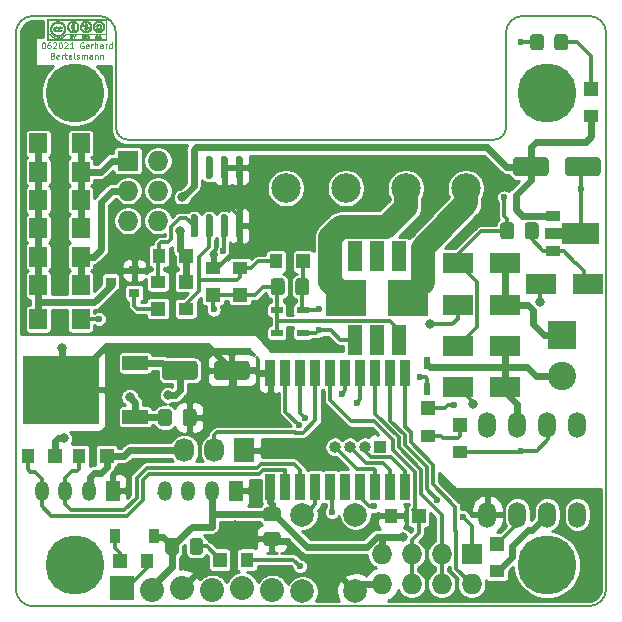
<source format=gtl>
%TF.GenerationSoftware,KiCad,Pcbnew,5.1.10-88a1d61d58~88~ubuntu20.04.1*%
%TF.CreationDate,2021-05-14T13:46:21+02:00*%
%TF.ProjectId,mfx-link2,6d66782d-6c69-46e6-9b32-2e6b69636164,rev?*%
%TF.SameCoordinates,Original*%
%TF.FileFunction,Copper,L1,Top*%
%TF.FilePolarity,Positive*%
%FSLAX46Y46*%
G04 Gerber Fmt 4.6, Leading zero omitted, Abs format (unit mm)*
G04 Created by KiCad (PCBNEW 5.1.10-88a1d61d58~88~ubuntu20.04.1) date 2021-05-14 13:46:21*
%MOMM*%
%LPD*%
G01*
G04 APERTURE LIST*
%TA.AperFunction,NonConductor*%
%ADD10C,0.125000*%
%TD*%
%TA.AperFunction,Profile*%
%ADD11C,0.150000*%
%TD*%
%TA.AperFunction,EtchedComponent*%
%ADD12C,0.002540*%
%TD*%
%TA.AperFunction,SMDPad,CuDef*%
%ADD13R,0.600000X1.000000*%
%TD*%
%TA.AperFunction,SMDPad,CuDef*%
%ADD14R,1.000000X0.600000*%
%TD*%
%TA.AperFunction,SMDPad,CuDef*%
%ADD15R,0.900000X1.200000*%
%TD*%
%TA.AperFunction,SMDPad,CuDef*%
%ADD16R,2.500000X1.800000*%
%TD*%
%TA.AperFunction,ComponentPad*%
%ADD17O,1.000000X1.000000*%
%TD*%
%TA.AperFunction,ComponentPad*%
%ADD18R,1.000000X1.000000*%
%TD*%
%TA.AperFunction,ComponentPad*%
%ADD19O,1.501140X2.199640*%
%TD*%
%TA.AperFunction,SMDPad,CuDef*%
%ADD20R,1.300000X1.200000*%
%TD*%
%TA.AperFunction,SMDPad,CuDef*%
%ADD21R,1.300000X1.100000*%
%TD*%
%TA.AperFunction,SMDPad,CuDef*%
%ADD22R,0.900000X0.800000*%
%TD*%
%TA.AperFunction,SMDPad,CuDef*%
%ADD23R,1.200000X1.300000*%
%TD*%
%TA.AperFunction,SMDPad,CuDef*%
%ADD24R,1.100000X1.300000*%
%TD*%
%TA.AperFunction,SMDPad,CuDef*%
%ADD25R,1.500000X1.700000*%
%TD*%
%TA.AperFunction,SMDPad,CuDef*%
%ADD26R,6.400000X5.800000*%
%TD*%
%TA.AperFunction,SMDPad,CuDef*%
%ADD27R,2.200000X1.200000*%
%TD*%
%TA.AperFunction,SMDPad,CuDef*%
%ADD28C,0.100000*%
%TD*%
%TA.AperFunction,SMDPad,CuDef*%
%ADD29R,1.300000X0.900000*%
%TD*%
%TA.AperFunction,ComponentPad*%
%ADD30C,5.000000*%
%TD*%
%TA.AperFunction,ComponentPad*%
%ADD31R,1.198880X1.699260*%
%TD*%
%TA.AperFunction,ComponentPad*%
%ADD32O,1.198880X1.699260*%
%TD*%
%TA.AperFunction,ComponentPad*%
%ADD33R,1.727200X1.727200*%
%TD*%
%TA.AperFunction,ComponentPad*%
%ADD34O,1.727200X1.727200*%
%TD*%
%TA.AperFunction,ComponentPad*%
%ADD35R,1.727200X2.032000*%
%TD*%
%TA.AperFunction,ComponentPad*%
%ADD36O,1.727200X2.032000*%
%TD*%
%TA.AperFunction,SMDPad,CuDef*%
%ADD37R,0.900000X2.200000*%
%TD*%
%TA.AperFunction,ComponentPad*%
%ADD38R,2.032000X2.032000*%
%TD*%
%TA.AperFunction,ComponentPad*%
%ADD39C,2.032000*%
%TD*%
%TA.AperFunction,SMDPad,CuDef*%
%ADD40R,3.500000X3.050000*%
%TD*%
%TA.AperFunction,SMDPad,CuDef*%
%ADD41R,1.270000X2.500000*%
%TD*%
%TA.AperFunction,ComponentPad*%
%ADD42C,2.400000*%
%TD*%
%TA.AperFunction,ComponentPad*%
%ADD43R,2.400000X2.400000*%
%TD*%
%TA.AperFunction,ComponentPad*%
%ADD44C,2.500000*%
%TD*%
%TA.AperFunction,ComponentPad*%
%ADD45C,1.998980*%
%TD*%
%TA.AperFunction,ViaPad*%
%ADD46C,0.600000*%
%TD*%
%TA.AperFunction,ViaPad*%
%ADD47C,0.800000*%
%TD*%
%TA.AperFunction,Conductor*%
%ADD48C,0.304800*%
%TD*%
%TA.AperFunction,Conductor*%
%ADD49C,0.250000*%
%TD*%
%TA.AperFunction,Conductor*%
%ADD50C,0.600000*%
%TD*%
%TA.AperFunction,Conductor*%
%ADD51C,2.000000*%
%TD*%
%TA.AperFunction,Conductor*%
%ADD52C,0.254000*%
%TD*%
%TA.AperFunction,Conductor*%
%ADD53C,0.100000*%
%TD*%
G04 APERTURE END LIST*
D10*
X122771257Y-96113490D02*
X122818876Y-96113490D01*
X122866495Y-96137300D01*
X122890304Y-96161109D01*
X122914114Y-96208728D01*
X122937923Y-96303966D01*
X122937923Y-96423014D01*
X122914114Y-96518252D01*
X122890304Y-96565871D01*
X122866495Y-96589680D01*
X122818876Y-96613490D01*
X122771257Y-96613490D01*
X122723638Y-96589680D01*
X122699828Y-96565871D01*
X122676019Y-96518252D01*
X122652209Y-96423014D01*
X122652209Y-96303966D01*
X122676019Y-96208728D01*
X122699828Y-96161109D01*
X122723638Y-96137300D01*
X122771257Y-96113490D01*
X123366495Y-96113490D02*
X123271257Y-96113490D01*
X123223638Y-96137300D01*
X123199828Y-96161109D01*
X123152209Y-96232538D01*
X123128400Y-96327776D01*
X123128400Y-96518252D01*
X123152209Y-96565871D01*
X123176019Y-96589680D01*
X123223638Y-96613490D01*
X123318876Y-96613490D01*
X123366495Y-96589680D01*
X123390304Y-96565871D01*
X123414114Y-96518252D01*
X123414114Y-96399204D01*
X123390304Y-96351585D01*
X123366495Y-96327776D01*
X123318876Y-96303966D01*
X123223638Y-96303966D01*
X123176019Y-96327776D01*
X123152209Y-96351585D01*
X123128400Y-96399204D01*
X123604590Y-96161109D02*
X123628400Y-96137300D01*
X123676019Y-96113490D01*
X123795066Y-96113490D01*
X123842685Y-96137300D01*
X123866495Y-96161109D01*
X123890304Y-96208728D01*
X123890304Y-96256347D01*
X123866495Y-96327776D01*
X123580780Y-96613490D01*
X123890304Y-96613490D01*
X124199828Y-96113490D02*
X124247447Y-96113490D01*
X124295066Y-96137300D01*
X124318876Y-96161109D01*
X124342685Y-96208728D01*
X124366495Y-96303966D01*
X124366495Y-96423014D01*
X124342685Y-96518252D01*
X124318876Y-96565871D01*
X124295066Y-96589680D01*
X124247447Y-96613490D01*
X124199828Y-96613490D01*
X124152209Y-96589680D01*
X124128400Y-96565871D01*
X124104590Y-96518252D01*
X124080780Y-96423014D01*
X124080780Y-96303966D01*
X124104590Y-96208728D01*
X124128400Y-96161109D01*
X124152209Y-96137300D01*
X124199828Y-96113490D01*
X124556971Y-96161109D02*
X124580780Y-96137300D01*
X124628400Y-96113490D01*
X124747447Y-96113490D01*
X124795066Y-96137300D01*
X124818876Y-96161109D01*
X124842685Y-96208728D01*
X124842685Y-96256347D01*
X124818876Y-96327776D01*
X124533161Y-96613490D01*
X124842685Y-96613490D01*
X125318876Y-96613490D02*
X125033161Y-96613490D01*
X125176019Y-96613490D02*
X125176019Y-96113490D01*
X125128400Y-96184919D01*
X125080780Y-96232538D01*
X125033161Y-96256347D01*
X126176019Y-96137300D02*
X126128400Y-96113490D01*
X126056971Y-96113490D01*
X125985542Y-96137300D01*
X125937923Y-96184919D01*
X125914114Y-96232538D01*
X125890304Y-96327776D01*
X125890304Y-96399204D01*
X125914114Y-96494442D01*
X125937923Y-96542061D01*
X125985542Y-96589680D01*
X126056971Y-96613490D01*
X126104590Y-96613490D01*
X126176019Y-96589680D01*
X126199828Y-96565871D01*
X126199828Y-96399204D01*
X126104590Y-96399204D01*
X126604590Y-96589680D02*
X126556971Y-96613490D01*
X126461733Y-96613490D01*
X126414114Y-96589680D01*
X126390304Y-96542061D01*
X126390304Y-96351585D01*
X126414114Y-96303966D01*
X126461733Y-96280157D01*
X126556971Y-96280157D01*
X126604590Y-96303966D01*
X126628400Y-96351585D01*
X126628400Y-96399204D01*
X126390304Y-96446823D01*
X126842685Y-96613490D02*
X126842685Y-96280157D01*
X126842685Y-96375395D02*
X126866495Y-96327776D01*
X126890304Y-96303966D01*
X126937923Y-96280157D01*
X126985542Y-96280157D01*
X127152209Y-96613490D02*
X127152209Y-96113490D01*
X127366495Y-96613490D02*
X127366495Y-96351585D01*
X127342685Y-96303966D01*
X127295066Y-96280157D01*
X127223638Y-96280157D01*
X127176019Y-96303966D01*
X127152209Y-96327776D01*
X127818876Y-96613490D02*
X127818876Y-96351585D01*
X127795066Y-96303966D01*
X127747447Y-96280157D01*
X127652209Y-96280157D01*
X127604590Y-96303966D01*
X127818876Y-96589680D02*
X127771257Y-96613490D01*
X127652209Y-96613490D01*
X127604590Y-96589680D01*
X127580780Y-96542061D01*
X127580780Y-96494442D01*
X127604590Y-96446823D01*
X127652209Y-96423014D01*
X127771257Y-96423014D01*
X127818876Y-96399204D01*
X128056971Y-96613490D02*
X128056971Y-96280157D01*
X128056971Y-96375395D02*
X128080780Y-96327776D01*
X128104590Y-96303966D01*
X128152209Y-96280157D01*
X128199828Y-96280157D01*
X128580780Y-96613490D02*
X128580780Y-96113490D01*
X128580780Y-96589680D02*
X128533161Y-96613490D01*
X128437923Y-96613490D01*
X128390304Y-96589680D01*
X128366495Y-96565871D01*
X128342685Y-96518252D01*
X128342685Y-96375395D01*
X128366495Y-96327776D01*
X128390304Y-96303966D01*
X128437923Y-96280157D01*
X128533161Y-96280157D01*
X128580780Y-96303966D01*
X123592685Y-97226585D02*
X123664114Y-97250395D01*
X123687923Y-97274204D01*
X123711733Y-97321823D01*
X123711733Y-97393252D01*
X123687923Y-97440871D01*
X123664114Y-97464680D01*
X123616495Y-97488490D01*
X123426019Y-97488490D01*
X123426019Y-96988490D01*
X123592685Y-96988490D01*
X123640304Y-97012300D01*
X123664114Y-97036109D01*
X123687923Y-97083728D01*
X123687923Y-97131347D01*
X123664114Y-97178966D01*
X123640304Y-97202776D01*
X123592685Y-97226585D01*
X123426019Y-97226585D01*
X124116495Y-97464680D02*
X124068876Y-97488490D01*
X123973638Y-97488490D01*
X123926019Y-97464680D01*
X123902209Y-97417061D01*
X123902209Y-97226585D01*
X123926019Y-97178966D01*
X123973638Y-97155157D01*
X124068876Y-97155157D01*
X124116495Y-97178966D01*
X124140304Y-97226585D01*
X124140304Y-97274204D01*
X123902209Y-97321823D01*
X124354590Y-97488490D02*
X124354590Y-97155157D01*
X124354590Y-97250395D02*
X124378400Y-97202776D01*
X124402209Y-97178966D01*
X124449828Y-97155157D01*
X124497447Y-97155157D01*
X124592685Y-97155157D02*
X124783161Y-97155157D01*
X124664114Y-96988490D02*
X124664114Y-97417061D01*
X124687923Y-97464680D01*
X124735542Y-97488490D01*
X124783161Y-97488490D01*
X125140304Y-97464680D02*
X125092685Y-97488490D01*
X124997447Y-97488490D01*
X124949828Y-97464680D01*
X124926019Y-97417061D01*
X124926019Y-97226585D01*
X124949828Y-97178966D01*
X124997447Y-97155157D01*
X125092685Y-97155157D01*
X125140304Y-97178966D01*
X125164114Y-97226585D01*
X125164114Y-97274204D01*
X124926019Y-97321823D01*
X125449828Y-97488490D02*
X125402209Y-97464680D01*
X125378400Y-97417061D01*
X125378400Y-96988490D01*
X125616495Y-97464680D02*
X125664114Y-97488490D01*
X125759352Y-97488490D01*
X125806971Y-97464680D01*
X125830780Y-97417061D01*
X125830780Y-97393252D01*
X125806971Y-97345633D01*
X125759352Y-97321823D01*
X125687923Y-97321823D01*
X125640304Y-97298014D01*
X125616495Y-97250395D01*
X125616495Y-97226585D01*
X125640304Y-97178966D01*
X125687923Y-97155157D01*
X125759352Y-97155157D01*
X125806971Y-97178966D01*
X126045066Y-97488490D02*
X126045066Y-97155157D01*
X126045066Y-97202776D02*
X126068876Y-97178966D01*
X126116495Y-97155157D01*
X126187923Y-97155157D01*
X126235542Y-97178966D01*
X126259352Y-97226585D01*
X126259352Y-97488490D01*
X126259352Y-97226585D02*
X126283161Y-97178966D01*
X126330780Y-97155157D01*
X126402209Y-97155157D01*
X126449828Y-97178966D01*
X126473638Y-97226585D01*
X126473638Y-97488490D01*
X126926019Y-97488490D02*
X126926019Y-97226585D01*
X126902209Y-97178966D01*
X126854590Y-97155157D01*
X126759352Y-97155157D01*
X126711733Y-97178966D01*
X126926019Y-97464680D02*
X126878400Y-97488490D01*
X126759352Y-97488490D01*
X126711733Y-97464680D01*
X126687923Y-97417061D01*
X126687923Y-97369442D01*
X126711733Y-97321823D01*
X126759352Y-97298014D01*
X126878400Y-97298014D01*
X126926019Y-97274204D01*
X127164114Y-97155157D02*
X127164114Y-97488490D01*
X127164114Y-97202776D02*
X127187923Y-97178966D01*
X127235542Y-97155157D01*
X127306971Y-97155157D01*
X127354590Y-97178966D01*
X127378400Y-97226585D01*
X127378400Y-97488490D01*
X127616495Y-97155157D02*
X127616495Y-97488490D01*
X127616495Y-97202776D02*
X127640304Y-97178966D01*
X127687923Y-97155157D01*
X127759352Y-97155157D01*
X127806971Y-97178966D01*
X127830780Y-97226585D01*
X127830780Y-97488490D01*
D11*
X161950000Y-95350000D02*
X161950000Y-103350000D01*
X168950000Y-93850000D02*
X163450000Y-93850000D01*
X127450000Y-93850000D02*
X121950000Y-93850000D01*
X128950000Y-103350000D02*
X128950000Y-95350000D01*
X160950000Y-104350000D02*
X129950000Y-104350000D01*
X160950000Y-104350000D02*
G75*
G03*
X161950000Y-103350000I0J1000000D01*
G01*
X128950000Y-103350000D02*
G75*
G03*
X129950000Y-104350000I1000000J0D01*
G01*
X128950000Y-95350000D02*
G75*
G03*
X127450000Y-93850000I-1500000J0D01*
G01*
X163450000Y-93850000D02*
G75*
G03*
X161950000Y-95350000I0J-1500000D01*
G01*
X120450000Y-95350000D02*
X120450000Y-142350000D01*
X170450000Y-142350000D02*
X170450000Y-95350000D01*
X120450000Y-142350000D02*
G75*
G03*
X121950000Y-143850000I1500000J0D01*
G01*
X168950000Y-143850000D02*
G75*
G03*
X170450000Y-142350000I0J1500000D01*
G01*
X121950000Y-93850000D02*
G75*
G03*
X120450000Y-95350000I0J-1500000D01*
G01*
X170450000Y-95350000D02*
G75*
G03*
X168950000Y-93850000I-1500000J0D01*
G01*
X168950000Y-143850000D02*
X121950000Y-143850000D01*
D12*
%TO.C,G\u002A\u002A\u002A*%
G36*
X127703580Y-94769940D02*
G01*
X127701040Y-94818200D01*
X127690880Y-94863920D01*
X127673100Y-94907100D01*
X127662940Y-94924880D01*
X127647700Y-94945200D01*
X127632460Y-94962980D01*
X127629920Y-94965520D01*
X127591820Y-94996000D01*
X127551180Y-95018860D01*
X127502920Y-95029020D01*
X127454660Y-95034100D01*
X127406400Y-95029020D01*
X127403860Y-95029020D01*
X127360680Y-95018860D01*
X127322580Y-94998540D01*
X127292100Y-94968060D01*
X127266700Y-94932500D01*
X127248920Y-94886780D01*
X127241300Y-94861380D01*
X127236220Y-94848680D01*
X127299720Y-94848680D01*
X127360680Y-94848680D01*
X127365760Y-94869000D01*
X127370840Y-94889320D01*
X127386080Y-94907100D01*
X127401320Y-94922340D01*
X127403860Y-94922340D01*
X127414020Y-94927420D01*
X127429260Y-94929960D01*
X127441960Y-94932500D01*
X127474980Y-94935040D01*
X127505460Y-94927420D01*
X127530860Y-94909640D01*
X127551180Y-94886780D01*
X127566420Y-94853760D01*
X127576580Y-94813120D01*
X127579120Y-94777560D01*
X127579120Y-94739460D01*
X127571500Y-94703900D01*
X127561340Y-94675960D01*
X127558800Y-94673420D01*
X127543560Y-94648020D01*
X127520700Y-94632780D01*
X127497840Y-94622620D01*
X127464820Y-94620080D01*
X127434340Y-94622620D01*
X127408940Y-94632780D01*
X127386080Y-94650560D01*
X127373380Y-94668340D01*
X127365760Y-94686120D01*
X127363220Y-94696280D01*
X127365760Y-94701360D01*
X127378460Y-94701360D01*
X127381000Y-94703900D01*
X127398780Y-94703900D01*
X127350520Y-94752160D01*
X127302260Y-94800420D01*
X127254000Y-94752160D01*
X127205740Y-94703900D01*
X127223520Y-94703900D01*
X127238760Y-94701360D01*
X127246380Y-94691200D01*
X127246380Y-94678500D01*
X127248920Y-94665800D01*
X127256540Y-94648020D01*
X127269240Y-94627700D01*
X127279400Y-94607380D01*
X127292100Y-94587060D01*
X127304800Y-94574360D01*
X127337820Y-94548960D01*
X127375920Y-94531180D01*
X127416560Y-94521020D01*
X127462280Y-94515940D01*
X127505460Y-94521020D01*
X127551180Y-94533720D01*
X127579120Y-94546420D01*
X127614680Y-94569280D01*
X127645160Y-94599760D01*
X127668020Y-94635320D01*
X127685800Y-94678500D01*
X127698500Y-94721680D01*
X127703580Y-94769940D01*
G37*
X127703580Y-94769940D02*
X127701040Y-94818200D01*
X127690880Y-94863920D01*
X127673100Y-94907100D01*
X127662940Y-94924880D01*
X127647700Y-94945200D01*
X127632460Y-94962980D01*
X127629920Y-94965520D01*
X127591820Y-94996000D01*
X127551180Y-95018860D01*
X127502920Y-95029020D01*
X127454660Y-95034100D01*
X127406400Y-95029020D01*
X127403860Y-95029020D01*
X127360680Y-95018860D01*
X127322580Y-94998540D01*
X127292100Y-94968060D01*
X127266700Y-94932500D01*
X127248920Y-94886780D01*
X127241300Y-94861380D01*
X127236220Y-94848680D01*
X127299720Y-94848680D01*
X127360680Y-94848680D01*
X127365760Y-94869000D01*
X127370840Y-94889320D01*
X127386080Y-94907100D01*
X127401320Y-94922340D01*
X127403860Y-94922340D01*
X127414020Y-94927420D01*
X127429260Y-94929960D01*
X127441960Y-94932500D01*
X127474980Y-94935040D01*
X127505460Y-94927420D01*
X127530860Y-94909640D01*
X127551180Y-94886780D01*
X127566420Y-94853760D01*
X127576580Y-94813120D01*
X127579120Y-94777560D01*
X127579120Y-94739460D01*
X127571500Y-94703900D01*
X127561340Y-94675960D01*
X127558800Y-94673420D01*
X127543560Y-94648020D01*
X127520700Y-94632780D01*
X127497840Y-94622620D01*
X127464820Y-94620080D01*
X127434340Y-94622620D01*
X127408940Y-94632780D01*
X127386080Y-94650560D01*
X127373380Y-94668340D01*
X127365760Y-94686120D01*
X127363220Y-94696280D01*
X127365760Y-94701360D01*
X127378460Y-94701360D01*
X127381000Y-94703900D01*
X127398780Y-94703900D01*
X127350520Y-94752160D01*
X127302260Y-94800420D01*
X127254000Y-94752160D01*
X127205740Y-94703900D01*
X127223520Y-94703900D01*
X127238760Y-94701360D01*
X127246380Y-94691200D01*
X127246380Y-94678500D01*
X127248920Y-94665800D01*
X127256540Y-94648020D01*
X127269240Y-94627700D01*
X127279400Y-94607380D01*
X127292100Y-94587060D01*
X127304800Y-94574360D01*
X127337820Y-94548960D01*
X127375920Y-94531180D01*
X127416560Y-94521020D01*
X127462280Y-94515940D01*
X127505460Y-94521020D01*
X127551180Y-94533720D01*
X127579120Y-94546420D01*
X127614680Y-94569280D01*
X127645160Y-94599760D01*
X127668020Y-94635320D01*
X127685800Y-94678500D01*
X127698500Y-94721680D01*
X127703580Y-94769940D01*
G36*
X125351540Y-94533720D02*
G01*
X125349000Y-94554040D01*
X125338840Y-94571820D01*
X125321060Y-94584520D01*
X125298200Y-94594680D01*
X125282960Y-94594680D01*
X125265180Y-94592140D01*
X125262640Y-94589600D01*
X125249940Y-94584520D01*
X125242320Y-94581980D01*
X125237240Y-94579440D01*
X125232160Y-94569280D01*
X125229620Y-94566740D01*
X125219460Y-94541340D01*
X125219460Y-94518480D01*
X125227080Y-94495620D01*
X125239780Y-94477840D01*
X125260100Y-94467680D01*
X125285500Y-94462600D01*
X125288040Y-94460060D01*
X125310900Y-94465140D01*
X125331220Y-94477840D01*
X125343920Y-94493080D01*
X125351540Y-94510860D01*
X125351540Y-94533720D01*
G37*
X125351540Y-94533720D02*
X125349000Y-94554040D01*
X125338840Y-94571820D01*
X125321060Y-94584520D01*
X125298200Y-94594680D01*
X125282960Y-94594680D01*
X125265180Y-94592140D01*
X125262640Y-94589600D01*
X125249940Y-94584520D01*
X125242320Y-94581980D01*
X125237240Y-94579440D01*
X125232160Y-94569280D01*
X125229620Y-94566740D01*
X125219460Y-94541340D01*
X125219460Y-94518480D01*
X125227080Y-94495620D01*
X125239780Y-94477840D01*
X125260100Y-94467680D01*
X125285500Y-94462600D01*
X125288040Y-94460060D01*
X125310900Y-94465140D01*
X125331220Y-94477840D01*
X125343920Y-94493080D01*
X125351540Y-94510860D01*
X125351540Y-94533720D01*
G36*
X125415040Y-94668340D02*
G01*
X125415040Y-94683580D01*
X125415040Y-94703900D01*
X125415040Y-94731840D01*
X125415040Y-94757240D01*
X125415040Y-94846140D01*
X125389640Y-94848680D01*
X125361700Y-94851220D01*
X125361700Y-94965520D01*
X125359160Y-95079820D01*
X125285500Y-95079820D01*
X125209300Y-95079820D01*
X125209300Y-94965520D01*
X125209300Y-94846140D01*
X125188980Y-94848680D01*
X125173740Y-94848680D01*
X125163580Y-94848680D01*
X125161040Y-94848680D01*
X125158500Y-94846140D01*
X125155960Y-94838520D01*
X125155960Y-94823280D01*
X125155960Y-94800420D01*
X125155960Y-94772480D01*
X125155960Y-94747080D01*
X125155960Y-94711520D01*
X125155960Y-94683580D01*
X125155960Y-94663260D01*
X125158500Y-94650560D01*
X125158500Y-94640400D01*
X125161040Y-94635320D01*
X125163580Y-94632780D01*
X125166120Y-94630240D01*
X125168660Y-94627700D01*
X125173740Y-94625160D01*
X125183900Y-94625160D01*
X125196600Y-94622620D01*
X125216920Y-94622620D01*
X125242320Y-94622620D01*
X125277880Y-94622620D01*
X125285500Y-94622620D01*
X125323600Y-94622620D01*
X125354080Y-94622620D01*
X125376940Y-94625160D01*
X125394720Y-94625160D01*
X125404880Y-94630240D01*
X125412500Y-94635320D01*
X125415040Y-94640400D01*
X125415040Y-94650560D01*
X125415040Y-94660720D01*
X125415040Y-94668340D01*
G37*
X125415040Y-94668340D02*
X125415040Y-94683580D01*
X125415040Y-94703900D01*
X125415040Y-94731840D01*
X125415040Y-94757240D01*
X125415040Y-94846140D01*
X125389640Y-94848680D01*
X125361700Y-94851220D01*
X125361700Y-94965520D01*
X125359160Y-95079820D01*
X125285500Y-95079820D01*
X125209300Y-95079820D01*
X125209300Y-94965520D01*
X125209300Y-94846140D01*
X125188980Y-94848680D01*
X125173740Y-94848680D01*
X125163580Y-94848680D01*
X125161040Y-94848680D01*
X125158500Y-94846140D01*
X125155960Y-94838520D01*
X125155960Y-94823280D01*
X125155960Y-94800420D01*
X125155960Y-94772480D01*
X125155960Y-94747080D01*
X125155960Y-94711520D01*
X125155960Y-94683580D01*
X125155960Y-94663260D01*
X125158500Y-94650560D01*
X125158500Y-94640400D01*
X125161040Y-94635320D01*
X125163580Y-94632780D01*
X125166120Y-94630240D01*
X125168660Y-94627700D01*
X125173740Y-94625160D01*
X125183900Y-94625160D01*
X125196600Y-94622620D01*
X125216920Y-94622620D01*
X125242320Y-94622620D01*
X125277880Y-94622620D01*
X125285500Y-94622620D01*
X125323600Y-94622620D01*
X125354080Y-94622620D01*
X125376940Y-94625160D01*
X125394720Y-94625160D01*
X125404880Y-94630240D01*
X125412500Y-94635320D01*
X125415040Y-94640400D01*
X125415040Y-94650560D01*
X125415040Y-94660720D01*
X125415040Y-94668340D01*
G36*
X124366020Y-95059500D02*
G01*
X124366020Y-95067120D01*
X124360940Y-95077280D01*
X124353320Y-95087440D01*
X124325380Y-95117920D01*
X124292360Y-95140780D01*
X124256800Y-95153480D01*
X124216160Y-95161100D01*
X124170440Y-95158560D01*
X124132340Y-95153480D01*
X124101860Y-95138240D01*
X124071380Y-95117920D01*
X124066300Y-95112840D01*
X124040900Y-95082360D01*
X124020580Y-95046800D01*
X124010420Y-95006160D01*
X124007880Y-94998540D01*
X124007880Y-94952820D01*
X124012960Y-94909640D01*
X124025660Y-94869000D01*
X124045980Y-94833440D01*
X124071380Y-94802960D01*
X124101860Y-94782640D01*
X124122180Y-94772480D01*
X124160280Y-94762320D01*
X124200920Y-94759780D01*
X124244100Y-94764860D01*
X124282200Y-94775020D01*
X124287280Y-94777560D01*
X124305060Y-94787720D01*
X124325380Y-94802960D01*
X124343160Y-94818200D01*
X124358400Y-94835980D01*
X124360940Y-94843600D01*
X124366020Y-94848680D01*
X124366020Y-94853760D01*
X124360940Y-94858840D01*
X124350780Y-94863920D01*
X124333000Y-94874080D01*
X124325380Y-94876620D01*
X124284740Y-94896940D01*
X124259340Y-94871540D01*
X124246640Y-94858840D01*
X124236480Y-94851220D01*
X124228860Y-94848680D01*
X124213620Y-94848680D01*
X124208540Y-94848680D01*
X124180600Y-94851220D01*
X124160280Y-94861380D01*
X124142500Y-94881700D01*
X124134880Y-94894400D01*
X124127260Y-94919800D01*
X124122180Y-94952820D01*
X124122180Y-94983300D01*
X124127260Y-95013780D01*
X124132340Y-95026480D01*
X124147580Y-95049340D01*
X124167900Y-95064580D01*
X124193300Y-95072200D01*
X124218700Y-95074740D01*
X124241560Y-95067120D01*
X124264420Y-95051880D01*
X124274580Y-95039180D01*
X124284740Y-95029020D01*
X124284740Y-95023940D01*
X124287280Y-95021400D01*
X124294900Y-95023940D01*
X124307600Y-95029020D01*
X124325380Y-95036640D01*
X124343160Y-95046800D01*
X124355860Y-95054420D01*
X124366020Y-95059500D01*
G37*
X124366020Y-95059500D02*
X124366020Y-95067120D01*
X124360940Y-95077280D01*
X124353320Y-95087440D01*
X124325380Y-95117920D01*
X124292360Y-95140780D01*
X124256800Y-95153480D01*
X124216160Y-95161100D01*
X124170440Y-95158560D01*
X124132340Y-95153480D01*
X124101860Y-95138240D01*
X124071380Y-95117920D01*
X124066300Y-95112840D01*
X124040900Y-95082360D01*
X124020580Y-95046800D01*
X124010420Y-95006160D01*
X124007880Y-94998540D01*
X124007880Y-94952820D01*
X124012960Y-94909640D01*
X124025660Y-94869000D01*
X124045980Y-94833440D01*
X124071380Y-94802960D01*
X124101860Y-94782640D01*
X124122180Y-94772480D01*
X124160280Y-94762320D01*
X124200920Y-94759780D01*
X124244100Y-94764860D01*
X124282200Y-94775020D01*
X124287280Y-94777560D01*
X124305060Y-94787720D01*
X124325380Y-94802960D01*
X124343160Y-94818200D01*
X124358400Y-94835980D01*
X124360940Y-94843600D01*
X124366020Y-94848680D01*
X124366020Y-94853760D01*
X124360940Y-94858840D01*
X124350780Y-94863920D01*
X124333000Y-94874080D01*
X124325380Y-94876620D01*
X124284740Y-94896940D01*
X124259340Y-94871540D01*
X124246640Y-94858840D01*
X124236480Y-94851220D01*
X124228860Y-94848680D01*
X124213620Y-94848680D01*
X124208540Y-94848680D01*
X124180600Y-94851220D01*
X124160280Y-94861380D01*
X124142500Y-94881700D01*
X124134880Y-94894400D01*
X124127260Y-94919800D01*
X124122180Y-94952820D01*
X124122180Y-94983300D01*
X124127260Y-95013780D01*
X124132340Y-95026480D01*
X124147580Y-95049340D01*
X124167900Y-95064580D01*
X124193300Y-95072200D01*
X124218700Y-95074740D01*
X124241560Y-95067120D01*
X124264420Y-95051880D01*
X124274580Y-95039180D01*
X124284740Y-95029020D01*
X124284740Y-95023940D01*
X124287280Y-95021400D01*
X124294900Y-95023940D01*
X124307600Y-95029020D01*
X124325380Y-95036640D01*
X124343160Y-95046800D01*
X124355860Y-95054420D01*
X124366020Y-95059500D01*
G36*
X123995180Y-95062040D02*
G01*
X123985020Y-95074740D01*
X123972320Y-95095060D01*
X123952000Y-95112840D01*
X123931680Y-95130620D01*
X123911360Y-95143320D01*
X123906280Y-95145860D01*
X123870720Y-95156020D01*
X123827540Y-95161100D01*
X123797060Y-95158560D01*
X123753880Y-95150940D01*
X123715780Y-95135700D01*
X123685300Y-95110300D01*
X123659900Y-95079820D01*
X123642120Y-95044260D01*
X123631960Y-95003620D01*
X123629420Y-94955360D01*
X123631960Y-94942660D01*
X123637040Y-94899480D01*
X123649740Y-94863920D01*
X123672600Y-94830900D01*
X123680220Y-94820740D01*
X123713240Y-94792800D01*
X123748800Y-94772480D01*
X123789440Y-94762320D01*
X123835160Y-94759780D01*
X123855480Y-94762320D01*
X123878340Y-94767400D01*
X123901200Y-94775020D01*
X123918980Y-94780100D01*
X123934220Y-94790260D01*
X123949460Y-94802960D01*
X123964700Y-94818200D01*
X123979940Y-94830900D01*
X123987560Y-94843600D01*
X123990100Y-94851220D01*
X123985020Y-94856300D01*
X123974860Y-94863920D01*
X123957080Y-94874080D01*
X123949460Y-94876620D01*
X123908820Y-94896940D01*
X123885960Y-94871540D01*
X123873260Y-94858840D01*
X123863100Y-94851220D01*
X123852940Y-94848680D01*
X123840240Y-94848680D01*
X123832620Y-94848680D01*
X123804680Y-94851220D01*
X123781820Y-94863920D01*
X123764040Y-94884240D01*
X123761500Y-94886780D01*
X123756420Y-94904560D01*
X123751340Y-94929960D01*
X123748800Y-94957900D01*
X123751340Y-94985840D01*
X123753880Y-95011240D01*
X123756420Y-95021400D01*
X123769120Y-95044260D01*
X123784360Y-95062040D01*
X123807220Y-95069660D01*
X123832620Y-95072200D01*
X123858020Y-95069660D01*
X123878340Y-95062040D01*
X123893580Y-95046800D01*
X123901200Y-95036640D01*
X123908820Y-95026480D01*
X123916440Y-95021400D01*
X123921520Y-95021400D01*
X123934220Y-95029020D01*
X123952000Y-95036640D01*
X123957080Y-95041720D01*
X123995180Y-95062040D01*
G37*
X123995180Y-95062040D02*
X123985020Y-95074740D01*
X123972320Y-95095060D01*
X123952000Y-95112840D01*
X123931680Y-95130620D01*
X123911360Y-95143320D01*
X123906280Y-95145860D01*
X123870720Y-95156020D01*
X123827540Y-95161100D01*
X123797060Y-95158560D01*
X123753880Y-95150940D01*
X123715780Y-95135700D01*
X123685300Y-95110300D01*
X123659900Y-95079820D01*
X123642120Y-95044260D01*
X123631960Y-95003620D01*
X123629420Y-94955360D01*
X123631960Y-94942660D01*
X123637040Y-94899480D01*
X123649740Y-94863920D01*
X123672600Y-94830900D01*
X123680220Y-94820740D01*
X123713240Y-94792800D01*
X123748800Y-94772480D01*
X123789440Y-94762320D01*
X123835160Y-94759780D01*
X123855480Y-94762320D01*
X123878340Y-94767400D01*
X123901200Y-94775020D01*
X123918980Y-94780100D01*
X123934220Y-94790260D01*
X123949460Y-94802960D01*
X123964700Y-94818200D01*
X123979940Y-94830900D01*
X123987560Y-94843600D01*
X123990100Y-94851220D01*
X123985020Y-94856300D01*
X123974860Y-94863920D01*
X123957080Y-94874080D01*
X123949460Y-94876620D01*
X123908820Y-94896940D01*
X123885960Y-94871540D01*
X123873260Y-94858840D01*
X123863100Y-94851220D01*
X123852940Y-94848680D01*
X123840240Y-94848680D01*
X123832620Y-94848680D01*
X123804680Y-94851220D01*
X123781820Y-94863920D01*
X123764040Y-94884240D01*
X123761500Y-94886780D01*
X123756420Y-94904560D01*
X123751340Y-94929960D01*
X123748800Y-94957900D01*
X123751340Y-94985840D01*
X123753880Y-95011240D01*
X123756420Y-95021400D01*
X123769120Y-95044260D01*
X123784360Y-95062040D01*
X123807220Y-95069660D01*
X123832620Y-95072200D01*
X123858020Y-95069660D01*
X123878340Y-95062040D01*
X123893580Y-95046800D01*
X123901200Y-95036640D01*
X123908820Y-95026480D01*
X123916440Y-95021400D01*
X123921520Y-95021400D01*
X123934220Y-95029020D01*
X123952000Y-95036640D01*
X123957080Y-95041720D01*
X123995180Y-95062040D01*
G36*
X127939800Y-94782640D02*
G01*
X127939800Y-94823280D01*
X127937260Y-94856300D01*
X127932180Y-94884240D01*
X127932180Y-94889320D01*
X127909320Y-94955360D01*
X127878840Y-95016320D01*
X127850900Y-95051880D01*
X127850900Y-94787720D01*
X127850900Y-94757240D01*
X127848360Y-94716600D01*
X127843280Y-94683580D01*
X127835660Y-94653100D01*
X127825500Y-94622620D01*
X127812800Y-94594680D01*
X127782320Y-94543880D01*
X127744220Y-94498160D01*
X127698500Y-94457520D01*
X127647700Y-94424500D01*
X127594360Y-94399100D01*
X127579120Y-94394020D01*
X127543560Y-94386400D01*
X127502920Y-94378780D01*
X127457200Y-94378780D01*
X127416560Y-94378780D01*
X127378460Y-94383860D01*
X127373380Y-94383860D01*
X127317500Y-94401640D01*
X127261620Y-94429580D01*
X127213360Y-94462600D01*
X127167640Y-94505780D01*
X127132080Y-94554040D01*
X127099060Y-94607380D01*
X127081280Y-94653100D01*
X127073660Y-94673420D01*
X127071120Y-94688660D01*
X127068580Y-94703900D01*
X127066040Y-94721680D01*
X127066040Y-94742000D01*
X127066040Y-94769940D01*
X127066040Y-94813120D01*
X127071120Y-94848680D01*
X127078740Y-94881700D01*
X127088900Y-94914720D01*
X127101600Y-94940120D01*
X127124460Y-94978220D01*
X127154940Y-95018860D01*
X127187960Y-95054420D01*
X127226060Y-95084900D01*
X127259080Y-95110300D01*
X127309880Y-95135700D01*
X127368300Y-95153480D01*
X127426720Y-95161100D01*
X127485140Y-95163640D01*
X127543560Y-95153480D01*
X127561340Y-95150940D01*
X127614680Y-95130620D01*
X127665480Y-95102680D01*
X127713740Y-95069660D01*
X127754380Y-95029020D01*
X127789940Y-94988380D01*
X127817880Y-94940120D01*
X127820420Y-94935040D01*
X127838200Y-94889320D01*
X127848360Y-94841060D01*
X127850900Y-94787720D01*
X127850900Y-95051880D01*
X127840740Y-95069660D01*
X127792480Y-95120460D01*
X127751840Y-95156020D01*
X127693420Y-95194120D01*
X127629920Y-95222060D01*
X127566420Y-95242380D01*
X127497840Y-95252540D01*
X127426720Y-95252540D01*
X127378460Y-95247460D01*
X127314960Y-95232220D01*
X127251460Y-95209360D01*
X127195580Y-95176340D01*
X127139700Y-95133160D01*
X127091440Y-95084900D01*
X127083820Y-95074740D01*
X127043180Y-95021400D01*
X127012700Y-94962980D01*
X126989840Y-94902020D01*
X126977140Y-94835980D01*
X126972060Y-94769940D01*
X126977140Y-94703900D01*
X126992380Y-94637860D01*
X127015240Y-94574360D01*
X127022860Y-94559120D01*
X127055880Y-94500700D01*
X127096520Y-94449900D01*
X127144780Y-94401640D01*
X127198120Y-94361000D01*
X127256540Y-94330520D01*
X127317500Y-94305120D01*
X127332740Y-94302580D01*
X127350520Y-94297500D01*
X127365760Y-94294960D01*
X127386080Y-94292420D01*
X127406400Y-94292420D01*
X127434340Y-94289880D01*
X127459740Y-94289880D01*
X127492760Y-94289880D01*
X127520700Y-94292420D01*
X127541020Y-94292420D01*
X127558800Y-94294960D01*
X127576580Y-94300040D01*
X127584200Y-94302580D01*
X127624840Y-94315280D01*
X127668020Y-94333060D01*
X127708660Y-94355920D01*
X127739140Y-94373700D01*
X127762000Y-94391480D01*
X127784860Y-94414340D01*
X127810260Y-94439740D01*
X127835660Y-94465140D01*
X127853440Y-94488000D01*
X127861060Y-94498160D01*
X127878840Y-94528640D01*
X127896620Y-94564200D01*
X127914400Y-94602300D01*
X127927100Y-94637860D01*
X127927100Y-94645480D01*
X127934720Y-94670880D01*
X127937260Y-94706440D01*
X127939800Y-94744540D01*
X127939800Y-94782640D01*
G37*
X127939800Y-94782640D02*
X127939800Y-94823280D01*
X127937260Y-94856300D01*
X127932180Y-94884240D01*
X127932180Y-94889320D01*
X127909320Y-94955360D01*
X127878840Y-95016320D01*
X127850900Y-95051880D01*
X127850900Y-94787720D01*
X127850900Y-94757240D01*
X127848360Y-94716600D01*
X127843280Y-94683580D01*
X127835660Y-94653100D01*
X127825500Y-94622620D01*
X127812800Y-94594680D01*
X127782320Y-94543880D01*
X127744220Y-94498160D01*
X127698500Y-94457520D01*
X127647700Y-94424500D01*
X127594360Y-94399100D01*
X127579120Y-94394020D01*
X127543560Y-94386400D01*
X127502920Y-94378780D01*
X127457200Y-94378780D01*
X127416560Y-94378780D01*
X127378460Y-94383860D01*
X127373380Y-94383860D01*
X127317500Y-94401640D01*
X127261620Y-94429580D01*
X127213360Y-94462600D01*
X127167640Y-94505780D01*
X127132080Y-94554040D01*
X127099060Y-94607380D01*
X127081280Y-94653100D01*
X127073660Y-94673420D01*
X127071120Y-94688660D01*
X127068580Y-94703900D01*
X127066040Y-94721680D01*
X127066040Y-94742000D01*
X127066040Y-94769940D01*
X127066040Y-94813120D01*
X127071120Y-94848680D01*
X127078740Y-94881700D01*
X127088900Y-94914720D01*
X127101600Y-94940120D01*
X127124460Y-94978220D01*
X127154940Y-95018860D01*
X127187960Y-95054420D01*
X127226060Y-95084900D01*
X127259080Y-95110300D01*
X127309880Y-95135700D01*
X127368300Y-95153480D01*
X127426720Y-95161100D01*
X127485140Y-95163640D01*
X127543560Y-95153480D01*
X127561340Y-95150940D01*
X127614680Y-95130620D01*
X127665480Y-95102680D01*
X127713740Y-95069660D01*
X127754380Y-95029020D01*
X127789940Y-94988380D01*
X127817880Y-94940120D01*
X127820420Y-94935040D01*
X127838200Y-94889320D01*
X127848360Y-94841060D01*
X127850900Y-94787720D01*
X127850900Y-95051880D01*
X127840740Y-95069660D01*
X127792480Y-95120460D01*
X127751840Y-95156020D01*
X127693420Y-95194120D01*
X127629920Y-95222060D01*
X127566420Y-95242380D01*
X127497840Y-95252540D01*
X127426720Y-95252540D01*
X127378460Y-95247460D01*
X127314960Y-95232220D01*
X127251460Y-95209360D01*
X127195580Y-95176340D01*
X127139700Y-95133160D01*
X127091440Y-95084900D01*
X127083820Y-95074740D01*
X127043180Y-95021400D01*
X127012700Y-94962980D01*
X126989840Y-94902020D01*
X126977140Y-94835980D01*
X126972060Y-94769940D01*
X126977140Y-94703900D01*
X126992380Y-94637860D01*
X127015240Y-94574360D01*
X127022860Y-94559120D01*
X127055880Y-94500700D01*
X127096520Y-94449900D01*
X127144780Y-94401640D01*
X127198120Y-94361000D01*
X127256540Y-94330520D01*
X127317500Y-94305120D01*
X127332740Y-94302580D01*
X127350520Y-94297500D01*
X127365760Y-94294960D01*
X127386080Y-94292420D01*
X127406400Y-94292420D01*
X127434340Y-94289880D01*
X127459740Y-94289880D01*
X127492760Y-94289880D01*
X127520700Y-94292420D01*
X127541020Y-94292420D01*
X127558800Y-94294960D01*
X127576580Y-94300040D01*
X127584200Y-94302580D01*
X127624840Y-94315280D01*
X127668020Y-94333060D01*
X127708660Y-94355920D01*
X127739140Y-94373700D01*
X127762000Y-94391480D01*
X127784860Y-94414340D01*
X127810260Y-94439740D01*
X127835660Y-94465140D01*
X127853440Y-94488000D01*
X127861060Y-94498160D01*
X127878840Y-94528640D01*
X127896620Y-94564200D01*
X127914400Y-94602300D01*
X127927100Y-94637860D01*
X127927100Y-94645480D01*
X127934720Y-94670880D01*
X127937260Y-94706440D01*
X127939800Y-94744540D01*
X127939800Y-94782640D01*
G36*
X126855220Y-94785180D02*
G01*
X126852680Y-94823280D01*
X126847600Y-94866460D01*
X126839980Y-94902020D01*
X126829820Y-94937580D01*
X126814580Y-94973140D01*
X126812040Y-94975680D01*
X126789180Y-95018860D01*
X126766320Y-95051880D01*
X126766320Y-94767400D01*
X126761240Y-94706440D01*
X126746000Y-94648020D01*
X126723140Y-94592140D01*
X126692660Y-94541340D01*
X126652020Y-94495620D01*
X126606300Y-94454980D01*
X126552960Y-94419420D01*
X126542800Y-94414340D01*
X126499620Y-94396560D01*
X126456440Y-94383860D01*
X126408180Y-94378780D01*
X126354840Y-94378780D01*
X126324360Y-94378780D01*
X126301500Y-94381320D01*
X126283720Y-94383860D01*
X126265940Y-94388940D01*
X126245620Y-94396560D01*
X126222760Y-94404180D01*
X126197360Y-94416880D01*
X126177040Y-94427040D01*
X126174500Y-94429580D01*
X126159260Y-94437200D01*
X126141480Y-94452440D01*
X126121160Y-94470220D01*
X126098300Y-94490540D01*
X126080520Y-94508320D01*
X126062740Y-94526100D01*
X126052580Y-94541340D01*
X126047500Y-94546420D01*
X126044960Y-94554040D01*
X126047500Y-94559120D01*
X126057660Y-94564200D01*
X126067820Y-94569280D01*
X126085600Y-94576900D01*
X126108460Y-94587060D01*
X126133860Y-94597220D01*
X126149100Y-94604840D01*
X126222760Y-94637860D01*
X126235460Y-94615000D01*
X126253240Y-94592140D01*
X126278640Y-94574360D01*
X126306580Y-94561660D01*
X126319280Y-94556580D01*
X126347220Y-94551500D01*
X126347220Y-94513400D01*
X126347220Y-94477840D01*
X126375160Y-94477840D01*
X126403100Y-94477840D01*
X126403100Y-94513400D01*
X126403100Y-94551500D01*
X126433580Y-94556580D01*
X126451360Y-94561660D01*
X126471680Y-94569280D01*
X126492000Y-94576900D01*
X126507240Y-94584520D01*
X126517400Y-94592140D01*
X126519940Y-94594680D01*
X126517400Y-94599760D01*
X126509780Y-94612460D01*
X126499620Y-94625160D01*
X126494540Y-94632780D01*
X126464060Y-94663260D01*
X126436120Y-94650560D01*
X126410720Y-94640400D01*
X126385320Y-94635320D01*
X126362460Y-94637860D01*
X126342140Y-94642940D01*
X126329440Y-94653100D01*
X126324360Y-94668340D01*
X126324360Y-94673420D01*
X126326900Y-94675960D01*
X126329440Y-94681040D01*
X126337060Y-94683580D01*
X126347220Y-94691200D01*
X126359920Y-94696280D01*
X126380240Y-94706440D01*
X126405640Y-94719140D01*
X126436120Y-94731840D01*
X126474220Y-94749620D01*
X126522480Y-94772480D01*
X126535180Y-94777560D01*
X126578360Y-94795340D01*
X126619000Y-94815660D01*
X126654560Y-94830900D01*
X126687580Y-94846140D01*
X126712980Y-94856300D01*
X126733300Y-94863920D01*
X126746000Y-94871540D01*
X126751080Y-94871540D01*
X126753620Y-94866460D01*
X126758700Y-94853760D01*
X126761240Y-94833440D01*
X126761240Y-94828360D01*
X126766320Y-94767400D01*
X126766320Y-95051880D01*
X126763780Y-95054420D01*
X126733300Y-95089980D01*
X126710440Y-95115380D01*
X126710440Y-94968060D01*
X126705360Y-94960440D01*
X126692660Y-94952820D01*
X126672340Y-94942660D01*
X126644400Y-94929960D01*
X126629160Y-94924880D01*
X126540260Y-94884240D01*
X126525020Y-94914720D01*
X126504700Y-94945200D01*
X126479300Y-94965520D01*
X126446280Y-94980760D01*
X126441200Y-94983300D01*
X126423420Y-94988380D01*
X126410720Y-94993460D01*
X126405640Y-95003620D01*
X126403100Y-95016320D01*
X126403100Y-95026480D01*
X126400560Y-95059500D01*
X126375160Y-95059500D01*
X126347220Y-95059500D01*
X126347220Y-95026480D01*
X126347220Y-95011240D01*
X126347220Y-94998540D01*
X126342140Y-94993460D01*
X126331980Y-94990920D01*
X126316740Y-94985840D01*
X126304040Y-94985840D01*
X126286260Y-94980760D01*
X126263400Y-94970600D01*
X126240540Y-94960440D01*
X126220220Y-94947740D01*
X126212600Y-94942660D01*
X126199900Y-94932500D01*
X126232920Y-94899480D01*
X126250700Y-94881700D01*
X126263400Y-94871540D01*
X126271020Y-94869000D01*
X126273560Y-94869000D01*
X126298960Y-94886780D01*
X126321820Y-94899480D01*
X126342140Y-94904560D01*
X126367540Y-94907100D01*
X126370080Y-94907100D01*
X126398020Y-94904560D01*
X126418340Y-94894400D01*
X126431040Y-94879160D01*
X126436120Y-94863920D01*
X126433580Y-94848680D01*
X126431040Y-94843600D01*
X126425960Y-94841060D01*
X126420880Y-94835980D01*
X126410720Y-94830900D01*
X126395480Y-94823280D01*
X126377700Y-94813120D01*
X126352300Y-94800420D01*
X126319280Y-94787720D01*
X126281180Y-94769940D01*
X126235460Y-94749620D01*
X126212600Y-94739460D01*
X126169420Y-94719140D01*
X126128780Y-94701360D01*
X126093220Y-94686120D01*
X126060200Y-94673420D01*
X126034800Y-94660720D01*
X126014480Y-94653100D01*
X126001780Y-94648020D01*
X125996700Y-94648020D01*
X125991620Y-94655640D01*
X125986540Y-94670880D01*
X125984000Y-94693740D01*
X125978920Y-94719140D01*
X125978920Y-94744540D01*
X125976380Y-94769940D01*
X125976380Y-94775020D01*
X125981460Y-94833440D01*
X125994160Y-94891860D01*
X126017020Y-94945200D01*
X126047500Y-94993460D01*
X126083060Y-95036640D01*
X126123700Y-95074740D01*
X126169420Y-95107760D01*
X126220220Y-95133160D01*
X126276100Y-95153480D01*
X126331980Y-95163640D01*
X126390400Y-95163640D01*
X126428500Y-95161100D01*
X126489460Y-95145860D01*
X126547880Y-95120460D01*
X126601220Y-95089980D01*
X126649480Y-95049340D01*
X126679960Y-95018860D01*
X126692660Y-95001080D01*
X126705360Y-94985840D01*
X126710440Y-94975680D01*
X126710440Y-94968060D01*
X126710440Y-95115380D01*
X126707900Y-95117920D01*
X126652020Y-95163640D01*
X126596140Y-95199200D01*
X126535180Y-95227140D01*
X126476760Y-95242380D01*
X126446280Y-95247460D01*
X126410720Y-95250000D01*
X126375160Y-95252540D01*
X126339600Y-95252540D01*
X126309120Y-95250000D01*
X126304040Y-95250000D01*
X126238000Y-95237300D01*
X126177040Y-95214440D01*
X126118620Y-95181420D01*
X126062740Y-95140780D01*
X126019560Y-95097600D01*
X125976380Y-95046800D01*
X125943360Y-94998540D01*
X125917960Y-94945200D01*
X125900180Y-94889320D01*
X125890020Y-94825820D01*
X125890020Y-94790260D01*
X125887480Y-94757240D01*
X125887480Y-94731840D01*
X125890020Y-94711520D01*
X125892560Y-94688660D01*
X125895100Y-94673420D01*
X125915420Y-94607380D01*
X125940820Y-94546420D01*
X125976380Y-94488000D01*
X126019560Y-94437200D01*
X126070360Y-94391480D01*
X126126240Y-94353380D01*
X126161800Y-94333060D01*
X126207520Y-94312740D01*
X126250700Y-94300040D01*
X126298960Y-94292420D01*
X126347220Y-94289880D01*
X126418340Y-94289880D01*
X126486920Y-94300040D01*
X126547880Y-94317820D01*
X126608840Y-94345760D01*
X126664720Y-94383860D01*
X126705360Y-94419420D01*
X126751080Y-94467680D01*
X126789180Y-94523560D01*
X126819660Y-94584520D01*
X126839980Y-94648020D01*
X126852680Y-94714060D01*
X126855220Y-94785180D01*
G37*
X126855220Y-94785180D02*
X126852680Y-94823280D01*
X126847600Y-94866460D01*
X126839980Y-94902020D01*
X126829820Y-94937580D01*
X126814580Y-94973140D01*
X126812040Y-94975680D01*
X126789180Y-95018860D01*
X126766320Y-95051880D01*
X126766320Y-94767400D01*
X126761240Y-94706440D01*
X126746000Y-94648020D01*
X126723140Y-94592140D01*
X126692660Y-94541340D01*
X126652020Y-94495620D01*
X126606300Y-94454980D01*
X126552960Y-94419420D01*
X126542800Y-94414340D01*
X126499620Y-94396560D01*
X126456440Y-94383860D01*
X126408180Y-94378780D01*
X126354840Y-94378780D01*
X126324360Y-94378780D01*
X126301500Y-94381320D01*
X126283720Y-94383860D01*
X126265940Y-94388940D01*
X126245620Y-94396560D01*
X126222760Y-94404180D01*
X126197360Y-94416880D01*
X126177040Y-94427040D01*
X126174500Y-94429580D01*
X126159260Y-94437200D01*
X126141480Y-94452440D01*
X126121160Y-94470220D01*
X126098300Y-94490540D01*
X126080520Y-94508320D01*
X126062740Y-94526100D01*
X126052580Y-94541340D01*
X126047500Y-94546420D01*
X126044960Y-94554040D01*
X126047500Y-94559120D01*
X126057660Y-94564200D01*
X126067820Y-94569280D01*
X126085600Y-94576900D01*
X126108460Y-94587060D01*
X126133860Y-94597220D01*
X126149100Y-94604840D01*
X126222760Y-94637860D01*
X126235460Y-94615000D01*
X126253240Y-94592140D01*
X126278640Y-94574360D01*
X126306580Y-94561660D01*
X126319280Y-94556580D01*
X126347220Y-94551500D01*
X126347220Y-94513400D01*
X126347220Y-94477840D01*
X126375160Y-94477840D01*
X126403100Y-94477840D01*
X126403100Y-94513400D01*
X126403100Y-94551500D01*
X126433580Y-94556580D01*
X126451360Y-94561660D01*
X126471680Y-94569280D01*
X126492000Y-94576900D01*
X126507240Y-94584520D01*
X126517400Y-94592140D01*
X126519940Y-94594680D01*
X126517400Y-94599760D01*
X126509780Y-94612460D01*
X126499620Y-94625160D01*
X126494540Y-94632780D01*
X126464060Y-94663260D01*
X126436120Y-94650560D01*
X126410720Y-94640400D01*
X126385320Y-94635320D01*
X126362460Y-94637860D01*
X126342140Y-94642940D01*
X126329440Y-94653100D01*
X126324360Y-94668340D01*
X126324360Y-94673420D01*
X126326900Y-94675960D01*
X126329440Y-94681040D01*
X126337060Y-94683580D01*
X126347220Y-94691200D01*
X126359920Y-94696280D01*
X126380240Y-94706440D01*
X126405640Y-94719140D01*
X126436120Y-94731840D01*
X126474220Y-94749620D01*
X126522480Y-94772480D01*
X126535180Y-94777560D01*
X126578360Y-94795340D01*
X126619000Y-94815660D01*
X126654560Y-94830900D01*
X126687580Y-94846140D01*
X126712980Y-94856300D01*
X126733300Y-94863920D01*
X126746000Y-94871540D01*
X126751080Y-94871540D01*
X126753620Y-94866460D01*
X126758700Y-94853760D01*
X126761240Y-94833440D01*
X126761240Y-94828360D01*
X126766320Y-94767400D01*
X126766320Y-95051880D01*
X126763780Y-95054420D01*
X126733300Y-95089980D01*
X126710440Y-95115380D01*
X126710440Y-94968060D01*
X126705360Y-94960440D01*
X126692660Y-94952820D01*
X126672340Y-94942660D01*
X126644400Y-94929960D01*
X126629160Y-94924880D01*
X126540260Y-94884240D01*
X126525020Y-94914720D01*
X126504700Y-94945200D01*
X126479300Y-94965520D01*
X126446280Y-94980760D01*
X126441200Y-94983300D01*
X126423420Y-94988380D01*
X126410720Y-94993460D01*
X126405640Y-95003620D01*
X126403100Y-95016320D01*
X126403100Y-95026480D01*
X126400560Y-95059500D01*
X126375160Y-95059500D01*
X126347220Y-95059500D01*
X126347220Y-95026480D01*
X126347220Y-95011240D01*
X126347220Y-94998540D01*
X126342140Y-94993460D01*
X126331980Y-94990920D01*
X126316740Y-94985840D01*
X126304040Y-94985840D01*
X126286260Y-94980760D01*
X126263400Y-94970600D01*
X126240540Y-94960440D01*
X126220220Y-94947740D01*
X126212600Y-94942660D01*
X126199900Y-94932500D01*
X126232920Y-94899480D01*
X126250700Y-94881700D01*
X126263400Y-94871540D01*
X126271020Y-94869000D01*
X126273560Y-94869000D01*
X126298960Y-94886780D01*
X126321820Y-94899480D01*
X126342140Y-94904560D01*
X126367540Y-94907100D01*
X126370080Y-94907100D01*
X126398020Y-94904560D01*
X126418340Y-94894400D01*
X126431040Y-94879160D01*
X126436120Y-94863920D01*
X126433580Y-94848680D01*
X126431040Y-94843600D01*
X126425960Y-94841060D01*
X126420880Y-94835980D01*
X126410720Y-94830900D01*
X126395480Y-94823280D01*
X126377700Y-94813120D01*
X126352300Y-94800420D01*
X126319280Y-94787720D01*
X126281180Y-94769940D01*
X126235460Y-94749620D01*
X126212600Y-94739460D01*
X126169420Y-94719140D01*
X126128780Y-94701360D01*
X126093220Y-94686120D01*
X126060200Y-94673420D01*
X126034800Y-94660720D01*
X126014480Y-94653100D01*
X126001780Y-94648020D01*
X125996700Y-94648020D01*
X125991620Y-94655640D01*
X125986540Y-94670880D01*
X125984000Y-94693740D01*
X125978920Y-94719140D01*
X125978920Y-94744540D01*
X125976380Y-94769940D01*
X125976380Y-94775020D01*
X125981460Y-94833440D01*
X125994160Y-94891860D01*
X126017020Y-94945200D01*
X126047500Y-94993460D01*
X126083060Y-95036640D01*
X126123700Y-95074740D01*
X126169420Y-95107760D01*
X126220220Y-95133160D01*
X126276100Y-95153480D01*
X126331980Y-95163640D01*
X126390400Y-95163640D01*
X126428500Y-95161100D01*
X126489460Y-95145860D01*
X126547880Y-95120460D01*
X126601220Y-95089980D01*
X126649480Y-95049340D01*
X126679960Y-95018860D01*
X126692660Y-95001080D01*
X126705360Y-94985840D01*
X126710440Y-94975680D01*
X126710440Y-94968060D01*
X126710440Y-95115380D01*
X126707900Y-95117920D01*
X126652020Y-95163640D01*
X126596140Y-95199200D01*
X126535180Y-95227140D01*
X126476760Y-95242380D01*
X126446280Y-95247460D01*
X126410720Y-95250000D01*
X126375160Y-95252540D01*
X126339600Y-95252540D01*
X126309120Y-95250000D01*
X126304040Y-95250000D01*
X126238000Y-95237300D01*
X126177040Y-95214440D01*
X126118620Y-95181420D01*
X126062740Y-95140780D01*
X126019560Y-95097600D01*
X125976380Y-95046800D01*
X125943360Y-94998540D01*
X125917960Y-94945200D01*
X125900180Y-94889320D01*
X125890020Y-94825820D01*
X125890020Y-94790260D01*
X125887480Y-94757240D01*
X125887480Y-94731840D01*
X125890020Y-94711520D01*
X125892560Y-94688660D01*
X125895100Y-94673420D01*
X125915420Y-94607380D01*
X125940820Y-94546420D01*
X125976380Y-94488000D01*
X126019560Y-94437200D01*
X126070360Y-94391480D01*
X126126240Y-94353380D01*
X126161800Y-94333060D01*
X126207520Y-94312740D01*
X126250700Y-94300040D01*
X126298960Y-94292420D01*
X126347220Y-94289880D01*
X126418340Y-94289880D01*
X126486920Y-94300040D01*
X126547880Y-94317820D01*
X126608840Y-94345760D01*
X126664720Y-94383860D01*
X126705360Y-94419420D01*
X126751080Y-94467680D01*
X126789180Y-94523560D01*
X126819660Y-94584520D01*
X126839980Y-94648020D01*
X126852680Y-94714060D01*
X126855220Y-94785180D01*
G36*
X125765560Y-94759780D02*
G01*
X125765560Y-94805500D01*
X125760480Y-94848680D01*
X125755400Y-94889320D01*
X125752860Y-94899480D01*
X125740160Y-94937580D01*
X125722380Y-94978220D01*
X125702060Y-95018860D01*
X125681740Y-95049340D01*
X125676660Y-95054420D01*
X125676660Y-94772480D01*
X125674120Y-94719140D01*
X125666500Y-94670880D01*
X125651260Y-94625160D01*
X125641100Y-94599760D01*
X125613160Y-94551500D01*
X125577600Y-94505780D01*
X125531880Y-94465140D01*
X125483620Y-94429580D01*
X125430280Y-94404180D01*
X125399800Y-94391480D01*
X125382020Y-94386400D01*
X125366780Y-94383860D01*
X125349000Y-94381320D01*
X125328680Y-94381320D01*
X125300740Y-94381320D01*
X125288040Y-94381320D01*
X125255020Y-94381320D01*
X125232160Y-94381320D01*
X125214380Y-94383860D01*
X125199140Y-94386400D01*
X125181360Y-94388940D01*
X125173740Y-94391480D01*
X125117860Y-94414340D01*
X125064520Y-94447360D01*
X125016260Y-94485460D01*
X124975620Y-94531180D01*
X124940060Y-94581980D01*
X124914660Y-94640400D01*
X124904500Y-94670880D01*
X124896880Y-94703900D01*
X124894340Y-94742000D01*
X124891800Y-94780100D01*
X124894340Y-94820740D01*
X124899420Y-94853760D01*
X124901960Y-94866460D01*
X124922280Y-94924880D01*
X124952760Y-94980760D01*
X124990860Y-95029020D01*
X125036580Y-95072200D01*
X125061980Y-95092520D01*
X125115320Y-95125540D01*
X125171200Y-95148400D01*
X125232160Y-95161100D01*
X125293120Y-95163640D01*
X125343920Y-95161100D01*
X125389640Y-95150940D01*
X125435360Y-95133160D01*
X125478540Y-95112840D01*
X125491240Y-95107760D01*
X125506480Y-95095060D01*
X125526800Y-95079820D01*
X125549660Y-95059500D01*
X125569980Y-95041720D01*
X125569980Y-95039180D01*
X125592840Y-95018860D01*
X125608080Y-95001080D01*
X125620780Y-94983300D01*
X125630940Y-94962980D01*
X125636020Y-94952820D01*
X125656340Y-94907100D01*
X125669040Y-94866460D01*
X125674120Y-94820740D01*
X125676660Y-94772480D01*
X125676660Y-95054420D01*
X125676660Y-95059500D01*
X125633480Y-95105220D01*
X125587760Y-95148400D01*
X125531880Y-95186500D01*
X125476000Y-95216980D01*
X125417580Y-95237300D01*
X125404880Y-95239840D01*
X125374400Y-95244920D01*
X125338840Y-95250000D01*
X125303280Y-95252540D01*
X125265180Y-95252540D01*
X125232160Y-95252540D01*
X125211840Y-95250000D01*
X125145800Y-95234760D01*
X125084840Y-95209360D01*
X125023880Y-95176340D01*
X124968000Y-95133160D01*
X124945140Y-95110300D01*
X124899420Y-95056960D01*
X124861320Y-95003620D01*
X124830840Y-94942660D01*
X124815600Y-94891860D01*
X124810520Y-94871540D01*
X124807980Y-94851220D01*
X124805440Y-94828360D01*
X124802900Y-94805500D01*
X124802900Y-94775020D01*
X124805440Y-94729300D01*
X124807980Y-94691200D01*
X124810520Y-94668340D01*
X124830840Y-94604840D01*
X124858780Y-94543880D01*
X124894340Y-94488000D01*
X124937520Y-94437200D01*
X124985780Y-94391480D01*
X125039120Y-94353380D01*
X125097540Y-94322900D01*
X125161040Y-94302580D01*
X125173740Y-94300040D01*
X125204220Y-94294960D01*
X125239780Y-94289880D01*
X125280420Y-94289880D01*
X125323600Y-94289880D01*
X125361700Y-94292420D01*
X125394720Y-94297500D01*
X125412500Y-94302580D01*
X125476000Y-94325440D01*
X125536960Y-94355920D01*
X125592840Y-94394020D01*
X125638560Y-94439740D01*
X125679200Y-94493080D01*
X125714760Y-94548960D01*
X125742700Y-94612460D01*
X125760480Y-94678500D01*
X125760480Y-94681040D01*
X125765560Y-94719140D01*
X125765560Y-94759780D01*
G37*
X125765560Y-94759780D02*
X125765560Y-94805500D01*
X125760480Y-94848680D01*
X125755400Y-94889320D01*
X125752860Y-94899480D01*
X125740160Y-94937580D01*
X125722380Y-94978220D01*
X125702060Y-95018860D01*
X125681740Y-95049340D01*
X125676660Y-95054420D01*
X125676660Y-94772480D01*
X125674120Y-94719140D01*
X125666500Y-94670880D01*
X125651260Y-94625160D01*
X125641100Y-94599760D01*
X125613160Y-94551500D01*
X125577600Y-94505780D01*
X125531880Y-94465140D01*
X125483620Y-94429580D01*
X125430280Y-94404180D01*
X125399800Y-94391480D01*
X125382020Y-94386400D01*
X125366780Y-94383860D01*
X125349000Y-94381320D01*
X125328680Y-94381320D01*
X125300740Y-94381320D01*
X125288040Y-94381320D01*
X125255020Y-94381320D01*
X125232160Y-94381320D01*
X125214380Y-94383860D01*
X125199140Y-94386400D01*
X125181360Y-94388940D01*
X125173740Y-94391480D01*
X125117860Y-94414340D01*
X125064520Y-94447360D01*
X125016260Y-94485460D01*
X124975620Y-94531180D01*
X124940060Y-94581980D01*
X124914660Y-94640400D01*
X124904500Y-94670880D01*
X124896880Y-94703900D01*
X124894340Y-94742000D01*
X124891800Y-94780100D01*
X124894340Y-94820740D01*
X124899420Y-94853760D01*
X124901960Y-94866460D01*
X124922280Y-94924880D01*
X124952760Y-94980760D01*
X124990860Y-95029020D01*
X125036580Y-95072200D01*
X125061980Y-95092520D01*
X125115320Y-95125540D01*
X125171200Y-95148400D01*
X125232160Y-95161100D01*
X125293120Y-95163640D01*
X125343920Y-95161100D01*
X125389640Y-95150940D01*
X125435360Y-95133160D01*
X125478540Y-95112840D01*
X125491240Y-95107760D01*
X125506480Y-95095060D01*
X125526800Y-95079820D01*
X125549660Y-95059500D01*
X125569980Y-95041720D01*
X125569980Y-95039180D01*
X125592840Y-95018860D01*
X125608080Y-95001080D01*
X125620780Y-94983300D01*
X125630940Y-94962980D01*
X125636020Y-94952820D01*
X125656340Y-94907100D01*
X125669040Y-94866460D01*
X125674120Y-94820740D01*
X125676660Y-94772480D01*
X125676660Y-95054420D01*
X125676660Y-95059500D01*
X125633480Y-95105220D01*
X125587760Y-95148400D01*
X125531880Y-95186500D01*
X125476000Y-95216980D01*
X125417580Y-95237300D01*
X125404880Y-95239840D01*
X125374400Y-95244920D01*
X125338840Y-95250000D01*
X125303280Y-95252540D01*
X125265180Y-95252540D01*
X125232160Y-95252540D01*
X125211840Y-95250000D01*
X125145800Y-95234760D01*
X125084840Y-95209360D01*
X125023880Y-95176340D01*
X124968000Y-95133160D01*
X124945140Y-95110300D01*
X124899420Y-95056960D01*
X124861320Y-95003620D01*
X124830840Y-94942660D01*
X124815600Y-94891860D01*
X124810520Y-94871540D01*
X124807980Y-94851220D01*
X124805440Y-94828360D01*
X124802900Y-94805500D01*
X124802900Y-94775020D01*
X124805440Y-94729300D01*
X124807980Y-94691200D01*
X124810520Y-94668340D01*
X124830840Y-94604840D01*
X124858780Y-94543880D01*
X124894340Y-94488000D01*
X124937520Y-94437200D01*
X124985780Y-94391480D01*
X125039120Y-94353380D01*
X125097540Y-94322900D01*
X125161040Y-94302580D01*
X125173740Y-94300040D01*
X125204220Y-94294960D01*
X125239780Y-94289880D01*
X125280420Y-94289880D01*
X125323600Y-94289880D01*
X125361700Y-94292420D01*
X125394720Y-94297500D01*
X125412500Y-94302580D01*
X125476000Y-94325440D01*
X125536960Y-94355920D01*
X125592840Y-94394020D01*
X125638560Y-94439740D01*
X125679200Y-94493080D01*
X125714760Y-94548960D01*
X125742700Y-94612460D01*
X125760480Y-94678500D01*
X125760480Y-94681040D01*
X125765560Y-94719140D01*
X125765560Y-94759780D01*
G36*
X124647960Y-94952820D02*
G01*
X124647960Y-94988380D01*
X124645420Y-95034100D01*
X124642880Y-95077280D01*
X124635260Y-95115380D01*
X124627640Y-95150940D01*
X124614940Y-95186500D01*
X124604780Y-95211900D01*
X124574300Y-95277940D01*
X124533660Y-95338900D01*
X124533660Y-94952820D01*
X124528580Y-94884240D01*
X124513340Y-94815660D01*
X124490480Y-94752160D01*
X124460000Y-94688660D01*
X124419360Y-94632780D01*
X124373640Y-94579440D01*
X124317760Y-94533720D01*
X124256800Y-94493080D01*
X124254260Y-94490540D01*
X124193300Y-94462600D01*
X124129800Y-94442280D01*
X124063760Y-94432120D01*
X123995180Y-94429580D01*
X123926600Y-94434660D01*
X123860560Y-94447360D01*
X123797060Y-94467680D01*
X123756420Y-94488000D01*
X123698000Y-94523560D01*
X123644660Y-94566740D01*
X123598940Y-94617540D01*
X123555760Y-94670880D01*
X123522740Y-94729300D01*
X123494800Y-94790260D01*
X123484640Y-94825820D01*
X123469400Y-94896940D01*
X123466860Y-94968060D01*
X123471940Y-95036640D01*
X123487180Y-95105220D01*
X123510040Y-95168720D01*
X123545600Y-95232220D01*
X123586240Y-95290640D01*
X123637040Y-95343980D01*
X123695460Y-95392240D01*
X123753880Y-95430340D01*
X123817380Y-95460820D01*
X123883420Y-95481140D01*
X123952000Y-95491300D01*
X124025660Y-95491300D01*
X124091700Y-95483680D01*
X124152660Y-95470980D01*
X124213620Y-95448120D01*
X124272040Y-95417640D01*
X124325380Y-95379540D01*
X124376180Y-95336360D01*
X124421900Y-95288100D01*
X124457460Y-95234760D01*
X124487940Y-95181420D01*
X124495560Y-95163640D01*
X124518420Y-95092520D01*
X124531120Y-95021400D01*
X124533660Y-94952820D01*
X124533660Y-95338900D01*
X124487940Y-95394780D01*
X124434600Y-95448120D01*
X124376180Y-95493840D01*
X124312680Y-95531940D01*
X124246640Y-95564960D01*
X124180600Y-95587820D01*
X124109480Y-95603060D01*
X124076460Y-95608140D01*
X124045980Y-95610680D01*
X124020580Y-95610680D01*
X123997720Y-95613220D01*
X123979940Y-95613220D01*
X123959620Y-95610680D01*
X123941840Y-95610680D01*
X123865640Y-95600520D01*
X123791980Y-95580200D01*
X123723400Y-95552260D01*
X123657360Y-95514160D01*
X123593860Y-95468440D01*
X123532900Y-95410020D01*
X123479560Y-95349060D01*
X123433840Y-95285560D01*
X123400820Y-95219520D01*
X123375420Y-95150940D01*
X123357640Y-95077280D01*
X123350020Y-95003620D01*
X123350020Y-94962980D01*
X123352560Y-94891860D01*
X123362720Y-94823280D01*
X123377960Y-94762320D01*
X123400820Y-94698820D01*
X123421140Y-94660720D01*
X123461780Y-94594680D01*
X123510040Y-94531180D01*
X123563380Y-94475300D01*
X123624340Y-94427040D01*
X123690380Y-94386400D01*
X123758960Y-94353380D01*
X123830080Y-94327980D01*
X123875800Y-94317820D01*
X123908820Y-94315280D01*
X123949460Y-94312740D01*
X123992640Y-94310200D01*
X124035820Y-94312740D01*
X124079000Y-94312740D01*
X124114560Y-94317820D01*
X124122180Y-94320360D01*
X124198380Y-94338140D01*
X124269500Y-94366080D01*
X124338080Y-94401640D01*
X124401580Y-94444820D01*
X124460000Y-94495620D01*
X124510800Y-94551500D01*
X124556520Y-94615000D01*
X124592080Y-94683580D01*
X124620020Y-94754700D01*
X124625100Y-94772480D01*
X124635260Y-94808040D01*
X124642880Y-94841060D01*
X124645420Y-94874080D01*
X124647960Y-94912180D01*
X124647960Y-94952820D01*
G37*
X124647960Y-94952820D02*
X124647960Y-94988380D01*
X124645420Y-95034100D01*
X124642880Y-95077280D01*
X124635260Y-95115380D01*
X124627640Y-95150940D01*
X124614940Y-95186500D01*
X124604780Y-95211900D01*
X124574300Y-95277940D01*
X124533660Y-95338900D01*
X124533660Y-94952820D01*
X124528580Y-94884240D01*
X124513340Y-94815660D01*
X124490480Y-94752160D01*
X124460000Y-94688660D01*
X124419360Y-94632780D01*
X124373640Y-94579440D01*
X124317760Y-94533720D01*
X124256800Y-94493080D01*
X124254260Y-94490540D01*
X124193300Y-94462600D01*
X124129800Y-94442280D01*
X124063760Y-94432120D01*
X123995180Y-94429580D01*
X123926600Y-94434660D01*
X123860560Y-94447360D01*
X123797060Y-94467680D01*
X123756420Y-94488000D01*
X123698000Y-94523560D01*
X123644660Y-94566740D01*
X123598940Y-94617540D01*
X123555760Y-94670880D01*
X123522740Y-94729300D01*
X123494800Y-94790260D01*
X123484640Y-94825820D01*
X123469400Y-94896940D01*
X123466860Y-94968060D01*
X123471940Y-95036640D01*
X123487180Y-95105220D01*
X123510040Y-95168720D01*
X123545600Y-95232220D01*
X123586240Y-95290640D01*
X123637040Y-95343980D01*
X123695460Y-95392240D01*
X123753880Y-95430340D01*
X123817380Y-95460820D01*
X123883420Y-95481140D01*
X123952000Y-95491300D01*
X124025660Y-95491300D01*
X124091700Y-95483680D01*
X124152660Y-95470980D01*
X124213620Y-95448120D01*
X124272040Y-95417640D01*
X124325380Y-95379540D01*
X124376180Y-95336360D01*
X124421900Y-95288100D01*
X124457460Y-95234760D01*
X124487940Y-95181420D01*
X124495560Y-95163640D01*
X124518420Y-95092520D01*
X124531120Y-95021400D01*
X124533660Y-94952820D01*
X124533660Y-95338900D01*
X124487940Y-95394780D01*
X124434600Y-95448120D01*
X124376180Y-95493840D01*
X124312680Y-95531940D01*
X124246640Y-95564960D01*
X124180600Y-95587820D01*
X124109480Y-95603060D01*
X124076460Y-95608140D01*
X124045980Y-95610680D01*
X124020580Y-95610680D01*
X123997720Y-95613220D01*
X123979940Y-95613220D01*
X123959620Y-95610680D01*
X123941840Y-95610680D01*
X123865640Y-95600520D01*
X123791980Y-95580200D01*
X123723400Y-95552260D01*
X123657360Y-95514160D01*
X123593860Y-95468440D01*
X123532900Y-95410020D01*
X123479560Y-95349060D01*
X123433840Y-95285560D01*
X123400820Y-95219520D01*
X123375420Y-95150940D01*
X123357640Y-95077280D01*
X123350020Y-95003620D01*
X123350020Y-94962980D01*
X123352560Y-94891860D01*
X123362720Y-94823280D01*
X123377960Y-94762320D01*
X123400820Y-94698820D01*
X123421140Y-94660720D01*
X123461780Y-94594680D01*
X123510040Y-94531180D01*
X123563380Y-94475300D01*
X123624340Y-94427040D01*
X123690380Y-94386400D01*
X123758960Y-94353380D01*
X123830080Y-94327980D01*
X123875800Y-94317820D01*
X123908820Y-94315280D01*
X123949460Y-94312740D01*
X123992640Y-94310200D01*
X124035820Y-94312740D01*
X124079000Y-94312740D01*
X124114560Y-94317820D01*
X124122180Y-94320360D01*
X124198380Y-94338140D01*
X124269500Y-94366080D01*
X124338080Y-94401640D01*
X124401580Y-94444820D01*
X124460000Y-94495620D01*
X124510800Y-94551500D01*
X124556520Y-94615000D01*
X124592080Y-94683580D01*
X124620020Y-94754700D01*
X124625100Y-94772480D01*
X124635260Y-94808040D01*
X124642880Y-94841060D01*
X124645420Y-94874080D01*
X124647960Y-94912180D01*
X124647960Y-94952820D01*
G36*
X127673100Y-95780860D02*
G01*
X127668020Y-95783400D01*
X127655320Y-95785940D01*
X127640080Y-95785940D01*
X127609600Y-95785940D01*
X127599440Y-95755460D01*
X127591820Y-95724980D01*
X127571500Y-95724980D01*
X127571500Y-95674180D01*
X127556260Y-95631000D01*
X127548640Y-95610680D01*
X127543560Y-95595440D01*
X127538480Y-95590360D01*
X127538480Y-95587820D01*
X127533400Y-95595440D01*
X127528320Y-95608140D01*
X127523240Y-95623380D01*
X127515620Y-95641160D01*
X127510540Y-95656400D01*
X127508000Y-95669100D01*
X127508000Y-95671640D01*
X127513080Y-95674180D01*
X127523240Y-95674180D01*
X127538480Y-95674180D01*
X127571500Y-95674180D01*
X127571500Y-95724980D01*
X127538480Y-95724980D01*
X127487680Y-95724980D01*
X127477520Y-95755460D01*
X127464820Y-95785940D01*
X127434340Y-95785940D01*
X127403860Y-95785940D01*
X127454660Y-95648780D01*
X127505460Y-95511620D01*
X127541020Y-95511620D01*
X127574040Y-95511620D01*
X127622300Y-95646240D01*
X127635000Y-95679260D01*
X127647700Y-95709740D01*
X127657860Y-95737680D01*
X127665480Y-95760540D01*
X127670560Y-95773240D01*
X127673100Y-95780860D01*
G37*
X127673100Y-95780860D02*
X127668020Y-95783400D01*
X127655320Y-95785940D01*
X127640080Y-95785940D01*
X127609600Y-95785940D01*
X127599440Y-95755460D01*
X127591820Y-95724980D01*
X127571500Y-95724980D01*
X127571500Y-95674180D01*
X127556260Y-95631000D01*
X127548640Y-95610680D01*
X127543560Y-95595440D01*
X127538480Y-95590360D01*
X127538480Y-95587820D01*
X127533400Y-95595440D01*
X127528320Y-95608140D01*
X127523240Y-95623380D01*
X127515620Y-95641160D01*
X127510540Y-95656400D01*
X127508000Y-95669100D01*
X127508000Y-95671640D01*
X127513080Y-95674180D01*
X127523240Y-95674180D01*
X127538480Y-95674180D01*
X127571500Y-95674180D01*
X127571500Y-95724980D01*
X127538480Y-95724980D01*
X127487680Y-95724980D01*
X127477520Y-95755460D01*
X127464820Y-95785940D01*
X127434340Y-95785940D01*
X127403860Y-95785940D01*
X127454660Y-95648780D01*
X127505460Y-95511620D01*
X127541020Y-95511620D01*
X127574040Y-95511620D01*
X127622300Y-95646240D01*
X127635000Y-95679260D01*
X127647700Y-95709740D01*
X127657860Y-95737680D01*
X127665480Y-95760540D01*
X127670560Y-95773240D01*
X127673100Y-95780860D01*
G36*
X126321820Y-95785940D02*
G01*
X126291340Y-95785940D01*
X126260860Y-95785940D01*
X126204980Y-95697040D01*
X126149100Y-95608140D01*
X126149100Y-95697040D01*
X126146560Y-95785940D01*
X126116080Y-95785940D01*
X126088140Y-95785940D01*
X126088140Y-95648780D01*
X126088140Y-95509080D01*
X126118620Y-95509080D01*
X126151640Y-95509080D01*
X126204980Y-95597980D01*
X126220220Y-95623380D01*
X126235460Y-95646240D01*
X126248160Y-95664020D01*
X126255780Y-95676720D01*
X126260860Y-95681800D01*
X126260860Y-95676720D01*
X126263400Y-95664020D01*
X126263400Y-95643700D01*
X126263400Y-95618300D01*
X126263400Y-95595440D01*
X126260860Y-95509080D01*
X126291340Y-95509080D01*
X126321820Y-95509080D01*
X126321820Y-95648780D01*
X126321820Y-95785940D01*
G37*
X126321820Y-95785940D02*
X126291340Y-95785940D01*
X126260860Y-95785940D01*
X126204980Y-95697040D01*
X126149100Y-95608140D01*
X126149100Y-95697040D01*
X126146560Y-95785940D01*
X126116080Y-95785940D01*
X126088140Y-95785940D01*
X126088140Y-95648780D01*
X126088140Y-95509080D01*
X126118620Y-95509080D01*
X126151640Y-95509080D01*
X126204980Y-95597980D01*
X126220220Y-95623380D01*
X126235460Y-95646240D01*
X126248160Y-95664020D01*
X126255780Y-95676720D01*
X126260860Y-95681800D01*
X126260860Y-95676720D01*
X126263400Y-95664020D01*
X126263400Y-95643700D01*
X126263400Y-95618300D01*
X126263400Y-95595440D01*
X126260860Y-95509080D01*
X126291340Y-95509080D01*
X126321820Y-95509080D01*
X126321820Y-95648780D01*
X126321820Y-95785940D01*
G36*
X125524260Y-95509080D02*
G01*
X125470920Y-95597980D01*
X125420120Y-95684340D01*
X125420120Y-95735140D01*
X125420120Y-95785940D01*
X125389640Y-95785940D01*
X125359160Y-95785940D01*
X125359160Y-95732600D01*
X125359160Y-95679260D01*
X125310900Y-95597980D01*
X125295660Y-95572580D01*
X125282960Y-95549720D01*
X125272800Y-95531940D01*
X125265180Y-95519240D01*
X125260100Y-95514160D01*
X125265180Y-95511620D01*
X125275340Y-95511620D01*
X125293120Y-95509080D01*
X125328680Y-95509080D01*
X125359160Y-95562420D01*
X125374400Y-95587820D01*
X125384560Y-95603060D01*
X125392180Y-95610680D01*
X125394720Y-95610680D01*
X125399800Y-95603060D01*
X125407420Y-95590360D01*
X125417580Y-95570040D01*
X125425200Y-95557340D01*
X125453140Y-95511620D01*
X125488700Y-95511620D01*
X125524260Y-95509080D01*
G37*
X125524260Y-95509080D02*
X125470920Y-95597980D01*
X125420120Y-95684340D01*
X125420120Y-95735140D01*
X125420120Y-95785940D01*
X125389640Y-95785940D01*
X125359160Y-95785940D01*
X125359160Y-95732600D01*
X125359160Y-95679260D01*
X125310900Y-95597980D01*
X125295660Y-95572580D01*
X125282960Y-95549720D01*
X125272800Y-95531940D01*
X125265180Y-95519240D01*
X125260100Y-95514160D01*
X125265180Y-95511620D01*
X125275340Y-95511620D01*
X125293120Y-95509080D01*
X125328680Y-95509080D01*
X125359160Y-95562420D01*
X125374400Y-95587820D01*
X125384560Y-95603060D01*
X125392180Y-95610680D01*
X125394720Y-95610680D01*
X125399800Y-95603060D01*
X125407420Y-95590360D01*
X125417580Y-95570040D01*
X125425200Y-95557340D01*
X125453140Y-95511620D01*
X125488700Y-95511620D01*
X125524260Y-95509080D01*
G36*
X125247400Y-95714820D02*
G01*
X125239780Y-95740220D01*
X125224540Y-95763080D01*
X125201680Y-95775780D01*
X125194060Y-95778320D01*
X125183900Y-95780860D01*
X125183900Y-95699580D01*
X125183900Y-95684340D01*
X125176280Y-95674180D01*
X125173740Y-95674180D01*
X125173740Y-95585280D01*
X125168660Y-95572580D01*
X125166120Y-95567500D01*
X125158500Y-95562420D01*
X125145800Y-95559880D01*
X125125480Y-95559880D01*
X125120400Y-95559880D01*
X125079760Y-95559880D01*
X125079760Y-95575120D01*
X125077220Y-95592900D01*
X125079760Y-95605600D01*
X125079760Y-95613220D01*
X125082300Y-95618300D01*
X125089920Y-95620840D01*
X125105160Y-95620840D01*
X125115320Y-95620840D01*
X125140720Y-95618300D01*
X125158500Y-95615760D01*
X125163580Y-95613220D01*
X125171200Y-95600520D01*
X125173740Y-95585280D01*
X125173740Y-95674180D01*
X125163580Y-95669100D01*
X125145800Y-95666560D01*
X125120400Y-95664020D01*
X125079760Y-95664020D01*
X125079760Y-95699580D01*
X125079760Y-95735140D01*
X125122940Y-95735140D01*
X125145800Y-95735140D01*
X125161040Y-95732600D01*
X125171200Y-95730060D01*
X125176280Y-95727520D01*
X125183900Y-95714820D01*
X125183900Y-95699580D01*
X125183900Y-95780860D01*
X125181360Y-95780860D01*
X125168660Y-95783400D01*
X125148340Y-95783400D01*
X125122940Y-95785940D01*
X125097540Y-95785940D01*
X125013720Y-95785940D01*
X125013720Y-95648780D01*
X125013720Y-95509080D01*
X125097540Y-95509080D01*
X125133100Y-95511620D01*
X125161040Y-95511620D01*
X125181360Y-95514160D01*
X125196600Y-95516700D01*
X125209300Y-95521780D01*
X125216920Y-95529400D01*
X125222000Y-95534480D01*
X125229620Y-95547180D01*
X125232160Y-95567500D01*
X125234700Y-95587820D01*
X125232160Y-95597980D01*
X125227080Y-95610680D01*
X125216920Y-95623380D01*
X125214380Y-95623380D01*
X125206760Y-95633540D01*
X125206760Y-95638620D01*
X125209300Y-95638620D01*
X125222000Y-95648780D01*
X125237240Y-95661480D01*
X125244860Y-95679260D01*
X125247400Y-95686880D01*
X125247400Y-95714820D01*
G37*
X125247400Y-95714820D02*
X125239780Y-95740220D01*
X125224540Y-95763080D01*
X125201680Y-95775780D01*
X125194060Y-95778320D01*
X125183900Y-95780860D01*
X125183900Y-95699580D01*
X125183900Y-95684340D01*
X125176280Y-95674180D01*
X125173740Y-95674180D01*
X125173740Y-95585280D01*
X125168660Y-95572580D01*
X125166120Y-95567500D01*
X125158500Y-95562420D01*
X125145800Y-95559880D01*
X125125480Y-95559880D01*
X125120400Y-95559880D01*
X125079760Y-95559880D01*
X125079760Y-95575120D01*
X125077220Y-95592900D01*
X125079760Y-95605600D01*
X125079760Y-95613220D01*
X125082300Y-95618300D01*
X125089920Y-95620840D01*
X125105160Y-95620840D01*
X125115320Y-95620840D01*
X125140720Y-95618300D01*
X125158500Y-95615760D01*
X125163580Y-95613220D01*
X125171200Y-95600520D01*
X125173740Y-95585280D01*
X125173740Y-95674180D01*
X125163580Y-95669100D01*
X125145800Y-95666560D01*
X125120400Y-95664020D01*
X125079760Y-95664020D01*
X125079760Y-95699580D01*
X125079760Y-95735140D01*
X125122940Y-95735140D01*
X125145800Y-95735140D01*
X125161040Y-95732600D01*
X125171200Y-95730060D01*
X125176280Y-95727520D01*
X125183900Y-95714820D01*
X125183900Y-95699580D01*
X125183900Y-95780860D01*
X125181360Y-95780860D01*
X125168660Y-95783400D01*
X125148340Y-95783400D01*
X125122940Y-95785940D01*
X125097540Y-95785940D01*
X125013720Y-95785940D01*
X125013720Y-95648780D01*
X125013720Y-95509080D01*
X125097540Y-95509080D01*
X125133100Y-95511620D01*
X125161040Y-95511620D01*
X125181360Y-95514160D01*
X125196600Y-95516700D01*
X125209300Y-95521780D01*
X125216920Y-95529400D01*
X125222000Y-95534480D01*
X125229620Y-95547180D01*
X125232160Y-95567500D01*
X125234700Y-95587820D01*
X125232160Y-95597980D01*
X125227080Y-95610680D01*
X125216920Y-95623380D01*
X125214380Y-95623380D01*
X125206760Y-95633540D01*
X125206760Y-95638620D01*
X125209300Y-95638620D01*
X125222000Y-95648780D01*
X125237240Y-95661480D01*
X125244860Y-95679260D01*
X125247400Y-95686880D01*
X125247400Y-95714820D01*
G36*
X127396240Y-95714820D02*
G01*
X127391160Y-95735140D01*
X127381000Y-95752920D01*
X127375920Y-95758000D01*
X127358140Y-95773240D01*
X127330200Y-95785940D01*
X127299720Y-95791020D01*
X127269240Y-95791020D01*
X127264160Y-95791020D01*
X127228600Y-95783400D01*
X127200660Y-95768160D01*
X127180340Y-95747840D01*
X127167640Y-95722440D01*
X127167640Y-95719900D01*
X127165100Y-95704660D01*
X127167640Y-95694500D01*
X127175260Y-95691960D01*
X127193040Y-95691960D01*
X127198120Y-95691960D01*
X127213360Y-95691960D01*
X127220980Y-95694500D01*
X127226060Y-95702120D01*
X127228600Y-95709740D01*
X127238760Y-95727520D01*
X127256540Y-95740220D01*
X127276860Y-95745300D01*
X127302260Y-95742760D01*
X127314960Y-95737680D01*
X127330200Y-95730060D01*
X127337820Y-95717360D01*
X127335280Y-95704660D01*
X127332740Y-95697040D01*
X127325120Y-95689420D01*
X127312420Y-95684340D01*
X127292100Y-95676720D01*
X127266700Y-95666560D01*
X127251460Y-95664020D01*
X127228600Y-95656400D01*
X127210820Y-95648780D01*
X127200660Y-95641160D01*
X127193040Y-95633540D01*
X127177800Y-95610680D01*
X127172720Y-95587820D01*
X127175260Y-95564960D01*
X127185420Y-95544640D01*
X127203200Y-95526860D01*
X127223520Y-95514160D01*
X127248920Y-95504000D01*
X127279400Y-95501460D01*
X127307340Y-95504000D01*
X127337820Y-95514160D01*
X127363220Y-95529400D01*
X127378460Y-95549720D01*
X127386080Y-95575120D01*
X127388620Y-95595440D01*
X127360680Y-95595440D01*
X127342900Y-95595440D01*
X127335280Y-95592900D01*
X127330200Y-95587820D01*
X127325120Y-95580200D01*
X127317500Y-95564960D01*
X127299720Y-95554800D01*
X127281940Y-95549720D01*
X127261620Y-95552260D01*
X127246380Y-95559880D01*
X127243840Y-95562420D01*
X127236220Y-95572580D01*
X127233680Y-95582740D01*
X127238760Y-95590360D01*
X127241300Y-95595440D01*
X127251460Y-95600520D01*
X127271780Y-95610680D01*
X127302260Y-95618300D01*
X127304800Y-95618300D01*
X127337820Y-95631000D01*
X127363220Y-95641160D01*
X127378460Y-95653860D01*
X127391160Y-95669100D01*
X127396240Y-95686880D01*
X127396240Y-95691960D01*
X127396240Y-95714820D01*
G37*
X127396240Y-95714820D02*
X127391160Y-95735140D01*
X127381000Y-95752920D01*
X127375920Y-95758000D01*
X127358140Y-95773240D01*
X127330200Y-95785940D01*
X127299720Y-95791020D01*
X127269240Y-95791020D01*
X127264160Y-95791020D01*
X127228600Y-95783400D01*
X127200660Y-95768160D01*
X127180340Y-95747840D01*
X127167640Y-95722440D01*
X127167640Y-95719900D01*
X127165100Y-95704660D01*
X127167640Y-95694500D01*
X127175260Y-95691960D01*
X127193040Y-95691960D01*
X127198120Y-95691960D01*
X127213360Y-95691960D01*
X127220980Y-95694500D01*
X127226060Y-95702120D01*
X127228600Y-95709740D01*
X127238760Y-95727520D01*
X127256540Y-95740220D01*
X127276860Y-95745300D01*
X127302260Y-95742760D01*
X127314960Y-95737680D01*
X127330200Y-95730060D01*
X127337820Y-95717360D01*
X127335280Y-95704660D01*
X127332740Y-95697040D01*
X127325120Y-95689420D01*
X127312420Y-95684340D01*
X127292100Y-95676720D01*
X127266700Y-95666560D01*
X127251460Y-95664020D01*
X127228600Y-95656400D01*
X127210820Y-95648780D01*
X127200660Y-95641160D01*
X127193040Y-95633540D01*
X127177800Y-95610680D01*
X127172720Y-95587820D01*
X127175260Y-95564960D01*
X127185420Y-95544640D01*
X127203200Y-95526860D01*
X127223520Y-95514160D01*
X127248920Y-95504000D01*
X127279400Y-95501460D01*
X127307340Y-95504000D01*
X127337820Y-95514160D01*
X127363220Y-95529400D01*
X127378460Y-95549720D01*
X127386080Y-95575120D01*
X127388620Y-95595440D01*
X127360680Y-95595440D01*
X127342900Y-95595440D01*
X127335280Y-95592900D01*
X127330200Y-95587820D01*
X127325120Y-95580200D01*
X127317500Y-95564960D01*
X127299720Y-95554800D01*
X127281940Y-95549720D01*
X127261620Y-95552260D01*
X127246380Y-95559880D01*
X127243840Y-95562420D01*
X127236220Y-95572580D01*
X127233680Y-95582740D01*
X127238760Y-95590360D01*
X127241300Y-95595440D01*
X127251460Y-95600520D01*
X127271780Y-95610680D01*
X127302260Y-95618300D01*
X127304800Y-95618300D01*
X127337820Y-95631000D01*
X127363220Y-95641160D01*
X127378460Y-95653860D01*
X127391160Y-95669100D01*
X127396240Y-95686880D01*
X127396240Y-95691960D01*
X127396240Y-95714820D01*
G36*
X126621540Y-95679260D02*
G01*
X126619000Y-95694500D01*
X126606300Y-95730060D01*
X126588520Y-95755460D01*
X126563120Y-95775780D01*
X126532640Y-95788480D01*
X126497080Y-95791020D01*
X126474220Y-95788480D01*
X126448820Y-95783400D01*
X126428500Y-95773240D01*
X126408180Y-95758000D01*
X126398020Y-95747840D01*
X126380240Y-95719900D01*
X126367540Y-95686880D01*
X126362460Y-95653860D01*
X126365000Y-95618300D01*
X126375160Y-95582740D01*
X126392940Y-95552260D01*
X126403100Y-95539560D01*
X126428500Y-95519240D01*
X126458980Y-95506540D01*
X126492000Y-95501460D01*
X126522480Y-95504000D01*
X126552960Y-95514160D01*
X126578360Y-95529400D01*
X126601220Y-95552260D01*
X126606300Y-95564960D01*
X126613920Y-95580200D01*
X126616460Y-95592900D01*
X126616460Y-95595440D01*
X126616460Y-95600520D01*
X126611380Y-95603060D01*
X126598680Y-95605600D01*
X126591060Y-95605600D01*
X126573280Y-95605600D01*
X126565660Y-95603060D01*
X126558040Y-95597980D01*
X126555500Y-95590360D01*
X126540260Y-95570040D01*
X126519940Y-95559880D01*
X126499620Y-95554800D01*
X126476760Y-95559880D01*
X126456440Y-95570040D01*
X126441200Y-95587820D01*
X126436120Y-95597980D01*
X126428500Y-95618300D01*
X126425960Y-95643700D01*
X126428500Y-95671640D01*
X126433580Y-95694500D01*
X126436120Y-95699580D01*
X126451360Y-95719900D01*
X126471680Y-95732600D01*
X126494540Y-95740220D01*
X126517400Y-95737680D01*
X126527560Y-95732600D01*
X126540260Y-95722440D01*
X126550420Y-95707200D01*
X126558040Y-95691960D01*
X126558040Y-95686880D01*
X126558040Y-95684340D01*
X126565660Y-95681800D01*
X126580900Y-95679260D01*
X126588520Y-95679260D01*
X126621540Y-95679260D01*
G37*
X126621540Y-95679260D02*
X126619000Y-95694500D01*
X126606300Y-95730060D01*
X126588520Y-95755460D01*
X126563120Y-95775780D01*
X126532640Y-95788480D01*
X126497080Y-95791020D01*
X126474220Y-95788480D01*
X126448820Y-95783400D01*
X126428500Y-95773240D01*
X126408180Y-95758000D01*
X126398020Y-95747840D01*
X126380240Y-95719900D01*
X126367540Y-95686880D01*
X126362460Y-95653860D01*
X126365000Y-95618300D01*
X126375160Y-95582740D01*
X126392940Y-95552260D01*
X126403100Y-95539560D01*
X126428500Y-95519240D01*
X126458980Y-95506540D01*
X126492000Y-95501460D01*
X126522480Y-95504000D01*
X126552960Y-95514160D01*
X126578360Y-95529400D01*
X126601220Y-95552260D01*
X126606300Y-95564960D01*
X126613920Y-95580200D01*
X126616460Y-95592900D01*
X126616460Y-95595440D01*
X126616460Y-95600520D01*
X126611380Y-95603060D01*
X126598680Y-95605600D01*
X126591060Y-95605600D01*
X126573280Y-95605600D01*
X126565660Y-95603060D01*
X126558040Y-95597980D01*
X126555500Y-95590360D01*
X126540260Y-95570040D01*
X126519940Y-95559880D01*
X126499620Y-95554800D01*
X126476760Y-95559880D01*
X126456440Y-95570040D01*
X126441200Y-95587820D01*
X126436120Y-95597980D01*
X126428500Y-95618300D01*
X126425960Y-95643700D01*
X126428500Y-95671640D01*
X126433580Y-95694500D01*
X126436120Y-95699580D01*
X126451360Y-95719900D01*
X126471680Y-95732600D01*
X126494540Y-95740220D01*
X126517400Y-95737680D01*
X126527560Y-95732600D01*
X126540260Y-95722440D01*
X126550420Y-95707200D01*
X126558040Y-95691960D01*
X126558040Y-95686880D01*
X126558040Y-95684340D01*
X126565660Y-95681800D01*
X126580900Y-95679260D01*
X126588520Y-95679260D01*
X126621540Y-95679260D01*
G36*
X128127760Y-95895160D02*
G01*
X128082040Y-95895160D01*
X128082040Y-95369380D01*
X128082040Y-94797880D01*
X128082040Y-94221300D01*
X128066800Y-94206060D01*
X128054100Y-94193360D01*
X125628400Y-94193360D01*
X123202700Y-94193360D01*
X123190000Y-94206060D01*
X123174760Y-94221300D01*
X123174760Y-94797880D01*
X123174760Y-95369380D01*
X123263660Y-95369380D01*
X123352560Y-95369380D01*
X123385580Y-95420180D01*
X123433840Y-95486220D01*
X123489720Y-95547180D01*
X123550680Y-95600520D01*
X123619260Y-95646240D01*
X123692920Y-95686880D01*
X123769120Y-95717360D01*
X123850400Y-95740220D01*
X123916440Y-95750380D01*
X123949460Y-95752920D01*
X123990100Y-95752920D01*
X124033280Y-95752920D01*
X124076460Y-95747840D01*
X124114560Y-95745300D01*
X124137420Y-95740220D01*
X124223780Y-95717360D01*
X124302520Y-95689420D01*
X124376180Y-95648780D01*
X124444760Y-95603060D01*
X124510800Y-95544640D01*
X124536200Y-95519240D01*
X124559060Y-95493840D01*
X124581920Y-95465900D01*
X124602240Y-95440500D01*
X124614940Y-95420180D01*
X124647960Y-95371920D01*
X126362460Y-95369380D01*
X128082040Y-95369380D01*
X128082040Y-95895160D01*
X128076960Y-95895160D01*
X128076960Y-95854520D01*
X128076960Y-95636080D01*
X128076960Y-95415100D01*
X126377700Y-95415100D01*
X124680980Y-95415100D01*
X124647960Y-95460820D01*
X124609860Y-95514160D01*
X124574300Y-95562420D01*
X124533660Y-95600520D01*
X124493020Y-95633540D01*
X124447300Y-95666560D01*
X124414280Y-95686880D01*
X124358400Y-95714820D01*
X124310140Y-95737680D01*
X124264420Y-95755460D01*
X124218700Y-95770700D01*
X124170440Y-95783400D01*
X124167900Y-95783400D01*
X124094240Y-95796100D01*
X124028200Y-95801180D01*
X123964700Y-95801180D01*
X123898660Y-95796100D01*
X123830080Y-95783400D01*
X123753880Y-95760540D01*
X123677680Y-95727520D01*
X123598940Y-95684340D01*
X123520200Y-95633540D01*
X123494800Y-95613220D01*
X123474480Y-95597980D01*
X123451620Y-95575120D01*
X123426220Y-95549720D01*
X123398280Y-95521780D01*
X123375420Y-95493840D01*
X123352560Y-95468440D01*
X123337320Y-95445580D01*
X123329700Y-95430340D01*
X123319540Y-95415100D01*
X123245880Y-95415100D01*
X123169680Y-95415100D01*
X123169680Y-95636080D01*
X123169680Y-95854520D01*
X125625860Y-95854520D01*
X128076960Y-95854520D01*
X128076960Y-95895160D01*
X125630940Y-95895160D01*
X123136660Y-95895160D01*
X123131580Y-95824040D01*
X123131580Y-95808800D01*
X123131580Y-95785940D01*
X123131580Y-95755460D01*
X123131580Y-95714820D01*
X123131580Y-95669100D01*
X123129040Y-95618300D01*
X123129040Y-95559880D01*
X123129040Y-95498920D01*
X123129040Y-95432880D01*
X123129040Y-95361760D01*
X123129040Y-95288100D01*
X123129040Y-95211900D01*
X123129040Y-95133160D01*
X123129040Y-95054420D01*
X123131580Y-94978220D01*
X123131580Y-94899480D01*
X123131580Y-94820740D01*
X123131580Y-94744540D01*
X123131580Y-94668340D01*
X123131580Y-94594680D01*
X123131580Y-94526100D01*
X123131580Y-94462600D01*
X123131580Y-94401640D01*
X123134120Y-94345760D01*
X123134120Y-94294960D01*
X123134120Y-94251780D01*
X123134120Y-94216220D01*
X123134120Y-94188280D01*
X123134120Y-94167960D01*
X123136660Y-94155260D01*
X123141740Y-94152720D01*
X123156980Y-94152720D01*
X123179840Y-94152720D01*
X123212860Y-94152720D01*
X123253500Y-94152720D01*
X123304300Y-94152720D01*
X123362720Y-94152720D01*
X123426220Y-94152720D01*
X123499880Y-94152720D01*
X123578620Y-94152720D01*
X123662440Y-94152720D01*
X123753880Y-94152720D01*
X123850400Y-94150180D01*
X123952000Y-94150180D01*
X124058680Y-94150180D01*
X124170440Y-94150180D01*
X124284740Y-94150180D01*
X124404120Y-94150180D01*
X124526040Y-94150180D01*
X124653040Y-94150180D01*
X124780040Y-94150180D01*
X124909580Y-94150180D01*
X125044200Y-94150180D01*
X125176280Y-94150180D01*
X125313440Y-94150180D01*
X125448060Y-94150180D01*
X125585220Y-94150180D01*
X125719840Y-94150180D01*
X125854460Y-94150180D01*
X125991620Y-94150180D01*
X126126240Y-94150180D01*
X126258320Y-94150180D01*
X126390400Y-94150180D01*
X126519940Y-94150180D01*
X126646940Y-94150180D01*
X126771400Y-94150180D01*
X126890780Y-94150180D01*
X127010160Y-94150180D01*
X127121920Y-94150180D01*
X127231140Y-94150180D01*
X127335280Y-94150180D01*
X127434340Y-94150180D01*
X127530860Y-94150180D01*
X127617220Y-94150180D01*
X127701040Y-94150180D01*
X127774700Y-94150180D01*
X127843280Y-94150180D01*
X127906780Y-94150180D01*
X127960120Y-94150180D01*
X128005840Y-94150180D01*
X128043940Y-94150180D01*
X128071880Y-94150180D01*
X128092200Y-94150180D01*
X128102360Y-94150180D01*
X128104900Y-94150180D01*
X128127760Y-94152720D01*
X128127760Y-95023940D01*
X128127760Y-95895160D01*
G37*
X128127760Y-95895160D02*
X128082040Y-95895160D01*
X128082040Y-95369380D01*
X128082040Y-94797880D01*
X128082040Y-94221300D01*
X128066800Y-94206060D01*
X128054100Y-94193360D01*
X125628400Y-94193360D01*
X123202700Y-94193360D01*
X123190000Y-94206060D01*
X123174760Y-94221300D01*
X123174760Y-94797880D01*
X123174760Y-95369380D01*
X123263660Y-95369380D01*
X123352560Y-95369380D01*
X123385580Y-95420180D01*
X123433840Y-95486220D01*
X123489720Y-95547180D01*
X123550680Y-95600520D01*
X123619260Y-95646240D01*
X123692920Y-95686880D01*
X123769120Y-95717360D01*
X123850400Y-95740220D01*
X123916440Y-95750380D01*
X123949460Y-95752920D01*
X123990100Y-95752920D01*
X124033280Y-95752920D01*
X124076460Y-95747840D01*
X124114560Y-95745300D01*
X124137420Y-95740220D01*
X124223780Y-95717360D01*
X124302520Y-95689420D01*
X124376180Y-95648780D01*
X124444760Y-95603060D01*
X124510800Y-95544640D01*
X124536200Y-95519240D01*
X124559060Y-95493840D01*
X124581920Y-95465900D01*
X124602240Y-95440500D01*
X124614940Y-95420180D01*
X124647960Y-95371920D01*
X126362460Y-95369380D01*
X128082040Y-95369380D01*
X128082040Y-95895160D01*
X128076960Y-95895160D01*
X128076960Y-95854520D01*
X128076960Y-95636080D01*
X128076960Y-95415100D01*
X126377700Y-95415100D01*
X124680980Y-95415100D01*
X124647960Y-95460820D01*
X124609860Y-95514160D01*
X124574300Y-95562420D01*
X124533660Y-95600520D01*
X124493020Y-95633540D01*
X124447300Y-95666560D01*
X124414280Y-95686880D01*
X124358400Y-95714820D01*
X124310140Y-95737680D01*
X124264420Y-95755460D01*
X124218700Y-95770700D01*
X124170440Y-95783400D01*
X124167900Y-95783400D01*
X124094240Y-95796100D01*
X124028200Y-95801180D01*
X123964700Y-95801180D01*
X123898660Y-95796100D01*
X123830080Y-95783400D01*
X123753880Y-95760540D01*
X123677680Y-95727520D01*
X123598940Y-95684340D01*
X123520200Y-95633540D01*
X123494800Y-95613220D01*
X123474480Y-95597980D01*
X123451620Y-95575120D01*
X123426220Y-95549720D01*
X123398280Y-95521780D01*
X123375420Y-95493840D01*
X123352560Y-95468440D01*
X123337320Y-95445580D01*
X123329700Y-95430340D01*
X123319540Y-95415100D01*
X123245880Y-95415100D01*
X123169680Y-95415100D01*
X123169680Y-95636080D01*
X123169680Y-95854520D01*
X125625860Y-95854520D01*
X128076960Y-95854520D01*
X128076960Y-95895160D01*
X125630940Y-95895160D01*
X123136660Y-95895160D01*
X123131580Y-95824040D01*
X123131580Y-95808800D01*
X123131580Y-95785940D01*
X123131580Y-95755460D01*
X123131580Y-95714820D01*
X123131580Y-95669100D01*
X123129040Y-95618300D01*
X123129040Y-95559880D01*
X123129040Y-95498920D01*
X123129040Y-95432880D01*
X123129040Y-95361760D01*
X123129040Y-95288100D01*
X123129040Y-95211900D01*
X123129040Y-95133160D01*
X123129040Y-95054420D01*
X123131580Y-94978220D01*
X123131580Y-94899480D01*
X123131580Y-94820740D01*
X123131580Y-94744540D01*
X123131580Y-94668340D01*
X123131580Y-94594680D01*
X123131580Y-94526100D01*
X123131580Y-94462600D01*
X123131580Y-94401640D01*
X123134120Y-94345760D01*
X123134120Y-94294960D01*
X123134120Y-94251780D01*
X123134120Y-94216220D01*
X123134120Y-94188280D01*
X123134120Y-94167960D01*
X123136660Y-94155260D01*
X123141740Y-94152720D01*
X123156980Y-94152720D01*
X123179840Y-94152720D01*
X123212860Y-94152720D01*
X123253500Y-94152720D01*
X123304300Y-94152720D01*
X123362720Y-94152720D01*
X123426220Y-94152720D01*
X123499880Y-94152720D01*
X123578620Y-94152720D01*
X123662440Y-94152720D01*
X123753880Y-94152720D01*
X123850400Y-94150180D01*
X123952000Y-94150180D01*
X124058680Y-94150180D01*
X124170440Y-94150180D01*
X124284740Y-94150180D01*
X124404120Y-94150180D01*
X124526040Y-94150180D01*
X124653040Y-94150180D01*
X124780040Y-94150180D01*
X124909580Y-94150180D01*
X125044200Y-94150180D01*
X125176280Y-94150180D01*
X125313440Y-94150180D01*
X125448060Y-94150180D01*
X125585220Y-94150180D01*
X125719840Y-94150180D01*
X125854460Y-94150180D01*
X125991620Y-94150180D01*
X126126240Y-94150180D01*
X126258320Y-94150180D01*
X126390400Y-94150180D01*
X126519940Y-94150180D01*
X126646940Y-94150180D01*
X126771400Y-94150180D01*
X126890780Y-94150180D01*
X127010160Y-94150180D01*
X127121920Y-94150180D01*
X127231140Y-94150180D01*
X127335280Y-94150180D01*
X127434340Y-94150180D01*
X127530860Y-94150180D01*
X127617220Y-94150180D01*
X127701040Y-94150180D01*
X127774700Y-94150180D01*
X127843280Y-94150180D01*
X127906780Y-94150180D01*
X127960120Y-94150180D01*
X128005840Y-94150180D01*
X128043940Y-94150180D01*
X128071880Y-94150180D01*
X128092200Y-94150180D01*
X128102360Y-94150180D01*
X128104900Y-94150180D01*
X128127760Y-94152720D01*
X128127760Y-95023940D01*
X128127760Y-95895160D01*
%TD*%
D13*
%TO.P,D8,2*%
%TO.N,/brown*%
X155295600Y-123275200D03*
%TO.P,D8,1*%
%TO.N,Net-(D8-Pad1)*%
X155295600Y-125475200D03*
%TD*%
D14*
%TO.P,D6,2*%
%TO.N,Net-(C1-Pad1)*%
X144762400Y-120726000D03*
%TO.P,D6,1*%
%TO.N,Net-(C1-Pad2)*%
X142562400Y-120726000D03*
%TD*%
%TO.P,D7,2*%
%TO.N,Net-(C1-Pad2)*%
X142562400Y-118770400D03*
%TO.P,D7,1*%
%TO.N,Net-(C1-Pad1)*%
X144762400Y-118770400D03*
%TD*%
%TO.P,C1,2*%
%TO.N,Net-(C1-Pad2)*%
%TA.AperFunction,SMDPad,CuDef*%
G36*
G01*
X143220000Y-116314000D02*
X143220000Y-117264000D01*
G75*
G02*
X142970000Y-117514000I-250000J0D01*
G01*
X142295000Y-117514000D01*
G75*
G02*
X142045000Y-117264000I0J250000D01*
G01*
X142045000Y-116314000D01*
G75*
G02*
X142295000Y-116064000I250000J0D01*
G01*
X142970000Y-116064000D01*
G75*
G02*
X143220000Y-116314000I0J-250000D01*
G01*
G37*
%TD.AperFunction*%
%TO.P,C1,1*%
%TO.N,Net-(C1-Pad1)*%
%TA.AperFunction,SMDPad,CuDef*%
G36*
G01*
X145295000Y-116314000D02*
X145295000Y-117264000D01*
G75*
G02*
X145045000Y-117514000I-250000J0D01*
G01*
X144370000Y-117514000D01*
G75*
G02*
X144120000Y-117264000I0J250000D01*
G01*
X144120000Y-116314000D01*
G75*
G02*
X144370000Y-116064000I250000J0D01*
G01*
X145045000Y-116064000D01*
G75*
G02*
X145295000Y-116314000I0J-250000D01*
G01*
G37*
%TD.AperFunction*%
%TD*%
D15*
%TO.P,D9,2*%
%TO.N,VCC*%
X132155200Y-137871200D03*
%TO.P,D9,1*%
%TO.N,Net-(D9-Pad1)*%
X128855200Y-137871200D03*
%TD*%
%TO.P,U3,8*%
%TO.N,+5V*%
%TA.AperFunction,SMDPad,CuDef*%
G36*
G01*
X135709800Y-107669200D02*
X135409800Y-107669200D01*
G75*
G02*
X135259800Y-107519200I0J150000D01*
G01*
X135259800Y-105869200D01*
G75*
G02*
X135409800Y-105719200I150000J0D01*
G01*
X135709800Y-105719200D01*
G75*
G02*
X135859800Y-105869200I0J-150000D01*
G01*
X135859800Y-107519200D01*
G75*
G02*
X135709800Y-107669200I-150000J0D01*
G01*
G37*
%TD.AperFunction*%
%TO.P,U3,7*%
%TO.N,Net-(U3-Pad7)*%
%TA.AperFunction,SMDPad,CuDef*%
G36*
G01*
X136979800Y-107669200D02*
X136679800Y-107669200D01*
G75*
G02*
X136529800Y-107519200I0J150000D01*
G01*
X136529800Y-105869200D01*
G75*
G02*
X136679800Y-105719200I150000J0D01*
G01*
X136979800Y-105719200D01*
G75*
G02*
X137129800Y-105869200I0J-150000D01*
G01*
X137129800Y-107519200D01*
G75*
G02*
X136979800Y-107669200I-150000J0D01*
G01*
G37*
%TD.AperFunction*%
%TO.P,U3,6*%
%TO.N,GNDA*%
%TA.AperFunction,SMDPad,CuDef*%
G36*
G01*
X138249800Y-107669200D02*
X137949800Y-107669200D01*
G75*
G02*
X137799800Y-107519200I0J150000D01*
G01*
X137799800Y-105869200D01*
G75*
G02*
X137949800Y-105719200I150000J0D01*
G01*
X138249800Y-105719200D01*
G75*
G02*
X138399800Y-105869200I0J-150000D01*
G01*
X138399800Y-107519200D01*
G75*
G02*
X138249800Y-107669200I-150000J0D01*
G01*
G37*
%TD.AperFunction*%
%TO.P,U3,5*%
%TA.AperFunction,SMDPad,CuDef*%
G36*
G01*
X139519800Y-107669200D02*
X139219800Y-107669200D01*
G75*
G02*
X139069800Y-107519200I0J150000D01*
G01*
X139069800Y-105869200D01*
G75*
G02*
X139219800Y-105719200I150000J0D01*
G01*
X139519800Y-105719200D01*
G75*
G02*
X139669800Y-105869200I0J-150000D01*
G01*
X139669800Y-107519200D01*
G75*
G02*
X139519800Y-107669200I-150000J0D01*
G01*
G37*
%TD.AperFunction*%
%TO.P,U3,4*%
%TA.AperFunction,SMDPad,CuDef*%
G36*
G01*
X139519800Y-112619200D02*
X139219800Y-112619200D01*
G75*
G02*
X139069800Y-112469200I0J150000D01*
G01*
X139069800Y-110819200D01*
G75*
G02*
X139219800Y-110669200I150000J0D01*
G01*
X139519800Y-110669200D01*
G75*
G02*
X139669800Y-110819200I0J-150000D01*
G01*
X139669800Y-112469200D01*
G75*
G02*
X139519800Y-112619200I-150000J0D01*
G01*
G37*
%TD.AperFunction*%
%TO.P,U3,3*%
%TO.N,Net-(C1-Pad2)*%
%TA.AperFunction,SMDPad,CuDef*%
G36*
G01*
X138249800Y-112619200D02*
X137949800Y-112619200D01*
G75*
G02*
X137799800Y-112469200I0J150000D01*
G01*
X137799800Y-110819200D01*
G75*
G02*
X137949800Y-110669200I150000J0D01*
G01*
X138249800Y-110669200D01*
G75*
G02*
X138399800Y-110819200I0J-150000D01*
G01*
X138399800Y-112469200D01*
G75*
G02*
X138249800Y-112619200I-150000J0D01*
G01*
G37*
%TD.AperFunction*%
%TO.P,U3,2*%
%TO.N,Net-(R3-Pad1)*%
%TA.AperFunction,SMDPad,CuDef*%
G36*
G01*
X136979800Y-112619200D02*
X136679800Y-112619200D01*
G75*
G02*
X136529800Y-112469200I0J150000D01*
G01*
X136529800Y-110819200D01*
G75*
G02*
X136679800Y-110669200I150000J0D01*
G01*
X136979800Y-110669200D01*
G75*
G02*
X137129800Y-110819200I0J-150000D01*
G01*
X137129800Y-112469200D01*
G75*
G02*
X136979800Y-112619200I-150000J0D01*
G01*
G37*
%TD.AperFunction*%
%TO.P,U3,1*%
%TO.N,/_GB_OUT*%
%TA.AperFunction,SMDPad,CuDef*%
G36*
G01*
X135709800Y-112619200D02*
X135409800Y-112619200D01*
G75*
G02*
X135259800Y-112469200I0J150000D01*
G01*
X135259800Y-110819200D01*
G75*
G02*
X135409800Y-110669200I150000J0D01*
G01*
X135709800Y-110669200D01*
G75*
G02*
X135859800Y-110819200I0J-150000D01*
G01*
X135859800Y-112469200D01*
G75*
G02*
X135709800Y-112619200I-150000J0D01*
G01*
G37*
%TD.AperFunction*%
%TD*%
D16*
%TO.P,D4,2*%
%TO.N,/brown*%
X161893000Y-125323600D03*
%TO.P,D4,1*%
%TO.N,Net-(D3-Pad1)*%
X157893000Y-125323600D03*
%TD*%
%TO.P,D2,2*%
%TO.N,Net-(C2-Pad2)*%
X157893000Y-121818400D03*
%TO.P,D2,1*%
%TO.N,/brown*%
X161893000Y-121818400D03*
%TD*%
%TO.P,D3,2*%
%TO.N,/red*%
X161893000Y-118313200D03*
%TO.P,D3,1*%
%TO.N,Net-(D3-Pad1)*%
X157893000Y-118313200D03*
%TD*%
%TO.P,D5,2*%
%TO.N,Net-(D3-Pad1)*%
X164928800Y-116560600D03*
%TO.P,D5,1*%
%TO.N,Net-(C2-Pad1)*%
X168928800Y-116560600D03*
%TD*%
%TO.P,D1,2*%
%TO.N,Net-(C2-Pad2)*%
X157893000Y-114808000D03*
%TO.P,D1,1*%
%TO.N,/red*%
X161893000Y-114808000D03*
%TD*%
D17*
%TO.P,J1,4*%
%TO.N,Net-(J1-Pad4)*%
X147472400Y-130352800D03*
%TO.P,J1,3*%
%TO.N,Net-(J1-Pad3)*%
X148742400Y-130352800D03*
%TO.P,J1,2*%
%TO.N,Net-(J1-Pad2)*%
X150012400Y-130352800D03*
D18*
%TO.P,J1,1*%
%TO.N,GND*%
X151282400Y-130352800D03*
%TD*%
D19*
%TO.P,U1,1*%
%TO.N,Net-(U1-Pad1)*%
X167995600Y-128473200D03*
%TO.P,U1,2*%
%TO.N,Net-(D8-Pad1)*%
X165455600Y-128473200D03*
%TO.P,U1,3*%
%TO.N,/brown*%
X162915600Y-128473200D03*
%TO.P,U1,4*%
%TO.N,N/C*%
X160375600Y-128473200D03*
%TO.P,U1,5*%
%TO.N,GND*%
X160375600Y-136093200D03*
%TO.P,U1,6*%
%TO.N,/PULSE*%
X162915600Y-136093200D03*
%TO.P,U1,7*%
%TO.N,VCC*%
X165455600Y-136093200D03*
%TO.P,U1,8*%
X167995600Y-136093200D03*
%TD*%
D20*
%TO.P,R0,2*%
%TO.N,/red*%
X155371800Y-127094600D03*
D21*
%TO.P,R0,1*%
%TO.N,Net-(R0-Pad1)*%
X155371800Y-129394600D03*
%TD*%
D20*
%TO.P,R1,2*%
%TO.N,Net-(R0-Pad1)*%
X158038800Y-128466200D03*
D21*
%TO.P,R1,1*%
%TO.N,Net-(D8-Pad1)*%
X158038800Y-130766200D03*
%TD*%
D22*
%TO.P,Q1,3*%
%TO.N,Net-(Q1-Pad3)*%
X128489200Y-116357400D03*
%TO.P,Q1,2*%
%TO.N,GNDA*%
X130489200Y-115407400D03*
%TO.P,Q1,1*%
%TO.N,Net-(Q1-Pad1)*%
X130489200Y-117307400D03*
%TD*%
%TO.P,C5,2*%
%TO.N,GND*%
%TA.AperFunction,SMDPad,CuDef*%
G36*
G01*
X137250400Y-124425800D02*
X137250400Y-123325800D01*
G75*
G02*
X137500400Y-123075800I250000J0D01*
G01*
X140000400Y-123075800D01*
G75*
G02*
X140250400Y-123325800I0J-250000D01*
G01*
X140250400Y-124425800D01*
G75*
G02*
X140000400Y-124675800I-250000J0D01*
G01*
X137500400Y-124675800D01*
G75*
G02*
X137250400Y-124425800I0J250000D01*
G01*
G37*
%TD.AperFunction*%
%TO.P,C5,1*%
%TO.N,VCC*%
%TA.AperFunction,SMDPad,CuDef*%
G36*
G01*
X132850400Y-124425800D02*
X132850400Y-123325800D01*
G75*
G02*
X133100400Y-123075800I250000J0D01*
G01*
X135600400Y-123075800D01*
G75*
G02*
X135850400Y-123325800I0J-250000D01*
G01*
X135850400Y-124425800D01*
G75*
G02*
X135600400Y-124675800I-250000J0D01*
G01*
X133100400Y-124675800D01*
G75*
G02*
X132850400Y-124425800I0J250000D01*
G01*
G37*
%TD.AperFunction*%
%TD*%
%TO.P,C4,2*%
%TO.N,Net-(C2-Pad2)*%
%TA.AperFunction,SMDPad,CuDef*%
G36*
G01*
X166968400Y-107179200D02*
X166968400Y-106079200D01*
G75*
G02*
X167218400Y-105829200I250000J0D01*
G01*
X169718400Y-105829200D01*
G75*
G02*
X169968400Y-106079200I0J-250000D01*
G01*
X169968400Y-107179200D01*
G75*
G02*
X169718400Y-107429200I-250000J0D01*
G01*
X167218400Y-107429200D01*
G75*
G02*
X166968400Y-107179200I0J250000D01*
G01*
G37*
%TD.AperFunction*%
%TO.P,C4,1*%
%TO.N,+5V*%
%TA.AperFunction,SMDPad,CuDef*%
G36*
G01*
X162568400Y-107179200D02*
X162568400Y-106079200D01*
G75*
G02*
X162818400Y-105829200I250000J0D01*
G01*
X165318400Y-105829200D01*
G75*
G02*
X165568400Y-106079200I0J-250000D01*
G01*
X165568400Y-107179200D01*
G75*
G02*
X165318400Y-107429200I-250000J0D01*
G01*
X162818400Y-107429200D01*
G75*
G02*
X162568400Y-107179200I0J250000D01*
G01*
G37*
%TD.AperFunction*%
%TD*%
%TO.P,D13,2*%
%TO.N,Net-(D13-Pad2)*%
%TA.AperFunction,SMDPad,CuDef*%
G36*
G01*
X166058000Y-96538201D02*
X166058000Y-95638199D01*
G75*
G02*
X166307999Y-95388200I249999J0D01*
G01*
X166958001Y-95388200D01*
G75*
G02*
X167208000Y-95638199I0J-249999D01*
G01*
X167208000Y-96538201D01*
G75*
G02*
X166958001Y-96788200I-249999J0D01*
G01*
X166307999Y-96788200D01*
G75*
G02*
X166058000Y-96538201I0J249999D01*
G01*
G37*
%TD.AperFunction*%
%TO.P,D13,1*%
%TO.N,Net-(C2-Pad2)*%
%TA.AperFunction,SMDPad,CuDef*%
G36*
G01*
X164008000Y-96538201D02*
X164008000Y-95638199D01*
G75*
G02*
X164257999Y-95388200I249999J0D01*
G01*
X164908001Y-95388200D01*
G75*
G02*
X165158000Y-95638199I0J-249999D01*
G01*
X165158000Y-96538201D01*
G75*
G02*
X164908001Y-96788200I-249999J0D01*
G01*
X164257999Y-96788200D01*
G75*
G02*
X164008000Y-96538201I0J249999D01*
G01*
G37*
%TD.AperFunction*%
%TD*%
%TO.P,D10,2*%
%TO.N,VCC*%
%TA.AperFunction,SMDPad,CuDef*%
G36*
G01*
X134271600Y-138335599D02*
X134271600Y-139235601D01*
G75*
G02*
X134021601Y-139485600I-249999J0D01*
G01*
X133371599Y-139485600D01*
G75*
G02*
X133121600Y-139235601I0J249999D01*
G01*
X133121600Y-138335599D01*
G75*
G02*
X133371599Y-138085600I249999J0D01*
G01*
X134021601Y-138085600D01*
G75*
G02*
X134271600Y-138335599I0J-249999D01*
G01*
G37*
%TD.AperFunction*%
%TO.P,D10,1*%
%TO.N,Net-(D10-Pad1)*%
%TA.AperFunction,SMDPad,CuDef*%
G36*
G01*
X136321600Y-138335599D02*
X136321600Y-139235601D01*
G75*
G02*
X136071601Y-139485600I-249999J0D01*
G01*
X135421599Y-139485600D01*
G75*
G02*
X135171600Y-139235601I0J249999D01*
G01*
X135171600Y-138335599D01*
G75*
G02*
X135421599Y-138085600I249999J0D01*
G01*
X136071601Y-138085600D01*
G75*
G02*
X136321600Y-138335599I0J-249999D01*
G01*
G37*
%TD.AperFunction*%
%TD*%
D20*
%TO.P,R4,2*%
%TO.N,+5V*%
X134848600Y-116357400D03*
D21*
%TO.P,R4,1*%
%TO.N,Net-(R3-Pad1)*%
X134848600Y-118657400D03*
%TD*%
D20*
%TO.P,R6,2*%
%TO.N,Net-(C1-Pad2)*%
X137160000Y-117482000D03*
D21*
%TO.P,R6,1*%
%TO.N,GNDA*%
X137160000Y-115182000D03*
%TD*%
D20*
%TO.P,R7,2*%
%TO.N,Net-(Q1-Pad1)*%
X132511800Y-118650400D03*
D21*
%TO.P,R7,1*%
%TO.N,/_GB_OUT*%
X132511800Y-116350400D03*
%TD*%
D23*
%TO.P,R19,2*%
%TO.N,+5V*%
X134881000Y-114173000D03*
D24*
%TO.P,R19,1*%
%TO.N,/_GB_OUT*%
X132581000Y-114173000D03*
%TD*%
%TO.P,C2,2*%
%TO.N,Net-(C2-Pad2)*%
%TA.AperFunction,SMDPad,CuDef*%
G36*
G01*
X162643400Y-111589800D02*
X162643400Y-112539800D01*
G75*
G02*
X162393400Y-112789800I-250000J0D01*
G01*
X161718400Y-112789800D01*
G75*
G02*
X161468400Y-112539800I0J250000D01*
G01*
X161468400Y-111589800D01*
G75*
G02*
X161718400Y-111339800I250000J0D01*
G01*
X162393400Y-111339800D01*
G75*
G02*
X162643400Y-111589800I0J-250000D01*
G01*
G37*
%TD.AperFunction*%
%TO.P,C2,1*%
%TO.N,Net-(C2-Pad1)*%
%TA.AperFunction,SMDPad,CuDef*%
G36*
G01*
X164718400Y-111589800D02*
X164718400Y-112539800D01*
G75*
G02*
X164468400Y-112789800I-250000J0D01*
G01*
X163793400Y-112789800D01*
G75*
G02*
X163543400Y-112539800I0J250000D01*
G01*
X163543400Y-111589800D01*
G75*
G02*
X163793400Y-111339800I250000J0D01*
G01*
X164468400Y-111339800D01*
G75*
G02*
X164718400Y-111589800I0J-250000D01*
G01*
G37*
%TD.AperFunction*%
%TD*%
D23*
%TO.P,R3,2*%
%TO.N,Net-(C1-Pad1)*%
X144812400Y-114655600D03*
D24*
%TO.P,R3,1*%
%TO.N,Net-(R3-Pad1)*%
X142512400Y-114655600D03*
%TD*%
D20*
%TO.P,R5,2*%
%TO.N,Net-(C1-Pad2)*%
X139446000Y-117482000D03*
D21*
%TO.P,R5,1*%
%TO.N,Net-(R3-Pad1)*%
X139446000Y-115182000D03*
%TD*%
D20*
%TO.P,R2,2*%
%TO.N,/PULSE*%
X161188400Y-138550000D03*
D21*
%TO.P,R2,1*%
%TO.N,VCC*%
X161188400Y-140850000D03*
%TD*%
%TO.P,C6,2*%
%TO.N,GND*%
%TA.AperFunction,SMDPad,CuDef*%
G36*
G01*
X141671000Y-137559000D02*
X142621000Y-137559000D01*
G75*
G02*
X142871000Y-137809000I0J-250000D01*
G01*
X142871000Y-138484000D01*
G75*
G02*
X142621000Y-138734000I-250000J0D01*
G01*
X141671000Y-138734000D01*
G75*
G02*
X141421000Y-138484000I0J250000D01*
G01*
X141421000Y-137809000D01*
G75*
G02*
X141671000Y-137559000I250000J0D01*
G01*
G37*
%TD.AperFunction*%
%TO.P,C6,1*%
%TO.N,VCC*%
%TA.AperFunction,SMDPad,CuDef*%
G36*
G01*
X141671000Y-135484000D02*
X142621000Y-135484000D01*
G75*
G02*
X142871000Y-135734000I0J-250000D01*
G01*
X142871000Y-136409000D01*
G75*
G02*
X142621000Y-136659000I-250000J0D01*
G01*
X141671000Y-136659000D01*
G75*
G02*
X141421000Y-136409000I0J250000D01*
G01*
X141421000Y-135734000D01*
G75*
G02*
X141671000Y-135484000I250000J0D01*
G01*
G37*
%TD.AperFunction*%
%TD*%
%TO.P,C3,2*%
%TO.N,GND*%
%TA.AperFunction,SMDPad,CuDef*%
G36*
G01*
X134587400Y-128338600D02*
X134587400Y-127388600D01*
G75*
G02*
X134837400Y-127138600I250000J0D01*
G01*
X135512400Y-127138600D01*
G75*
G02*
X135762400Y-127388600I0J-250000D01*
G01*
X135762400Y-128338600D01*
G75*
G02*
X135512400Y-128588600I-250000J0D01*
G01*
X134837400Y-128588600D01*
G75*
G02*
X134587400Y-128338600I0J250000D01*
G01*
G37*
%TD.AperFunction*%
%TO.P,C3,1*%
%TO.N,/18V+*%
%TA.AperFunction,SMDPad,CuDef*%
G36*
G01*
X132512400Y-128338600D02*
X132512400Y-127388600D01*
G75*
G02*
X132762400Y-127138600I250000J0D01*
G01*
X133437400Y-127138600D01*
G75*
G02*
X133687400Y-127388600I0J-250000D01*
G01*
X133687400Y-128338600D01*
G75*
G02*
X133437400Y-128588600I-250000J0D01*
G01*
X132762400Y-128588600D01*
G75*
G02*
X132512400Y-128338600I0J250000D01*
G01*
G37*
%TD.AperFunction*%
%TD*%
D23*
%TO.P,R17,2*%
%TO.N,/SENSE*%
X154566000Y-136194800D03*
D24*
%TO.P,R17,1*%
%TO.N,GND*%
X152266000Y-136194800D03*
%TD*%
D23*
%TO.P,R21,2*%
%TO.N,VCC*%
X128150000Y-131100000D03*
D24*
%TO.P,R21,1*%
%TO.N,/SDA*%
X125850000Y-131100000D03*
%TD*%
D23*
%TO.P,R20,2*%
%TO.N,VCC*%
X123750000Y-131100000D03*
D24*
%TO.P,R20,1*%
%TO.N,/SCL*%
X121450000Y-131100000D03*
%TD*%
D20*
%TO.P,R18,2*%
%TO.N,Net-(D13-Pad2)*%
X169200000Y-100050000D03*
D21*
%TO.P,R18,1*%
%TO.N,+5V*%
X169200000Y-102350000D03*
%TD*%
D23*
%TO.P,R15,2*%
%TO.N,Net-(D10-Pad1)*%
X137737200Y-139903200D03*
D24*
%TO.P,R15,1*%
%TO.N,/LED*%
X140037200Y-139903200D03*
%TD*%
D23*
%TO.P,R16,2*%
%TO.N,Net-(D9-Pad1)*%
X129279000Y-140030200D03*
D24*
%TO.P,R16,1*%
%TO.N,/MCLR*%
X131579000Y-140030200D03*
%TD*%
D25*
%TO.P,R10,2*%
%TO.N,Net-(Q1-Pad3)*%
X122350000Y-114250000D03*
%TO.P,R10,1*%
%TO.N,Net-(P6-Pad3)*%
X125950000Y-114250000D03*
%TD*%
%TO.P,R13,2*%
%TO.N,Net-(Q1-Pad3)*%
X122350000Y-107050000D03*
%TO.P,R13,1*%
%TO.N,Net-(P6-Pad1)*%
X125950000Y-107050000D03*
%TD*%
%TO.P,R12,2*%
%TO.N,Net-(Q1-Pad3)*%
X122350000Y-109450000D03*
%TO.P,R12,1*%
%TO.N,Net-(P6-Pad1)*%
X125950000Y-109450000D03*
%TD*%
%TO.P,R14,2*%
%TO.N,Net-(Q1-Pad3)*%
X122350000Y-104650000D03*
%TO.P,R14,1*%
%TO.N,Net-(P6-Pad1)*%
X125950000Y-104650000D03*
%TD*%
%TO.P,R11,2*%
%TO.N,Net-(Q1-Pad3)*%
X122350000Y-111850000D03*
%TO.P,R11,1*%
%TO.N,Net-(P6-Pad1)*%
X125950000Y-111850000D03*
%TD*%
%TO.P,R9,2*%
%TO.N,Net-(Q1-Pad3)*%
X122355200Y-116662200D03*
%TO.P,R9,1*%
%TO.N,Net-(P6-Pad3)*%
X125955200Y-116662200D03*
%TD*%
%TO.P,R8,2*%
%TO.N,Net-(Q1-Pad3)*%
X122355200Y-119532400D03*
%TO.P,R8,1*%
%TO.N,Net-(P6-Pad5)*%
X125955200Y-119532400D03*
%TD*%
D26*
%TO.P,U2,2*%
%TO.N,GND*%
X124258200Y-125527800D03*
D27*
%TO.P,U2,3*%
%TO.N,VCC*%
X130558200Y-123247800D03*
%TO.P,U2,1*%
%TO.N,/18V+*%
X130558200Y-127807800D03*
%TD*%
%TA.AperFunction,SMDPad,CuDef*%
D28*
%TO.P,U4,2*%
%TO.N,Net-(C2-Pad2)*%
G36*
X169863800Y-113134500D02*
G01*
X166738800Y-113134500D01*
X166738800Y-112718000D01*
X165263800Y-112718000D01*
X165263800Y-111818000D01*
X166738800Y-111818000D01*
X166738800Y-111401500D01*
X169863800Y-111401500D01*
X169863800Y-113134500D01*
G37*
%TD.AperFunction*%
D29*
%TO.P,U4,3*%
%TO.N,Net-(C2-Pad1)*%
X165913800Y-113768000D03*
%TO.P,U4,1*%
%TO.N,+5V*%
X165913800Y-110768000D03*
%TD*%
D30*
%TO.P,REF\u002A\u002A,1*%
%TO.N,N/C*%
X165450000Y-140350000D03*
%TD*%
%TO.P,REF\u002A\u002A,1*%
%TO.N,N/C*%
X125450000Y-140350000D03*
%TD*%
%TO.P,REF\u002A\u002A,1*%
%TO.N,N/C*%
X125450000Y-100350000D03*
%TD*%
D31*
%TO.P,P4,1*%
%TO.N,GND*%
X139070080Y-134061200D03*
D32*
%TO.P,P4,3*%
%TO.N,/TxD*%
X135067040Y-134061200D03*
%TO.P,P4,2*%
%TO.N,VCC*%
X137068560Y-134061200D03*
%TO.P,P4,4*%
%TO.N,/RxD*%
X133068060Y-134061200D03*
%TD*%
D31*
%TO.P,P5,1*%
%TO.N,GND*%
X128668780Y-134061200D03*
D32*
%TO.P,P5,3*%
%TO.N,/SDA*%
X124665740Y-134061200D03*
%TO.P,P5,2*%
%TO.N,VCC*%
X126667260Y-134061200D03*
%TO.P,P5,4*%
%TO.N,/SCL*%
X122666760Y-134061200D03*
%TD*%
D33*
%TO.P,P6,1*%
%TO.N,Net-(P6-Pad1)*%
X129954000Y-106121000D03*
D34*
%TO.P,P6,2*%
%TO.N,Net-(D3-Pad1)*%
X132494000Y-106121000D03*
%TO.P,P6,3*%
%TO.N,Net-(P6-Pad3)*%
X129954000Y-108661000D03*
%TO.P,P6,4*%
%TO.N,Net-(D3-Pad1)*%
X132494000Y-108661000D03*
%TO.P,P6,5*%
%TO.N,Net-(P6-Pad5)*%
X129954000Y-111201000D03*
%TO.P,P6,6*%
%TO.N,Net-(D3-Pad1)*%
X132494000Y-111201000D03*
%TD*%
D35*
%TO.P,P7,1*%
%TO.N,GND*%
X139800000Y-130657600D03*
D36*
%TO.P,P7,2*%
%TO.N,Net-(P7-Pad2)*%
X137260000Y-130657600D03*
%TO.P,P7,3*%
%TO.N,VCC*%
X134720000Y-130657600D03*
%TD*%
D37*
%TO.P,U5,1*%
%TO.N,VCC*%
X142011400Y-133741160D03*
%TO.P,U5,2*%
%TO.N,/SCL*%
X143281400Y-133741160D03*
%TO.P,U5,3*%
%TO.N,/SDA*%
X144551400Y-133741160D03*
%TO.P,U5,4*%
%TO.N,/MCLR*%
X145821400Y-133741160D03*
%TO.P,U5,5*%
%TO.N,/LED*%
X147091400Y-133741160D03*
%TO.P,U5,6*%
%TO.N,Net-(U5-Pad6)*%
X148361400Y-133741160D03*
%TO.P,U5,7*%
%TO.N,/PULSE*%
X149631400Y-133741160D03*
%TO.P,U5,8*%
%TO.N,Net-(J1-Pad4)*%
X150901400Y-133741160D03*
%TO.P,U5,9*%
%TO.N,Net-(J1-Pad3)*%
X152171400Y-133741160D03*
%TO.P,U5,10*%
%TO.N,Net-(J1-Pad2)*%
X153441400Y-133741160D03*
%TO.P,U5,11*%
%TO.N,/LPWM*%
X153441400Y-124119640D03*
%TO.P,U5,12*%
%TO.N,/RPWM*%
X152171400Y-124119640D03*
%TO.P,U5,13*%
%TO.N,/ENABLE*%
X150901400Y-124119640D03*
%TO.P,U5,14*%
%TO.N,/TxD*%
X149631400Y-124119640D03*
%TO.P,U5,15*%
%TO.N,/RxD*%
X148361400Y-124119640D03*
%TO.P,U5,16*%
%TO.N,/SENSE*%
X147091400Y-124119640D03*
%TO.P,U5,17*%
%TO.N,Net-(P7-Pad2)*%
X145821400Y-124119640D03*
%TO.P,U5,18*%
%TO.N,/PGC*%
X144551400Y-124119640D03*
%TO.P,U5,19*%
%TO.N,/PGD*%
X143281400Y-124119640D03*
%TO.P,U5,20*%
%TO.N,GND*%
X142011400Y-124119640D03*
%TD*%
D38*
%TO.P,JP1,1*%
%TO.N,/MCLR*%
X129489200Y-142290800D03*
D39*
%TO.P,JP1,2*%
%TO.N,VCC*%
X132029200Y-142494000D03*
%TO.P,JP1,3*%
%TO.N,GND*%
X134569200Y-142290800D03*
%TO.P,JP1,4*%
%TO.N,/PGD*%
X137109200Y-142494000D03*
%TO.P,JP1,5*%
%TO.N,/PGC*%
X139649200Y-142290800D03*
%TO.P,JP1,6*%
%TO.N,Net-(JP1-Pad6)*%
X142189200Y-142494000D03*
%TD*%
D33*
%TO.P,P8,1*%
%TO.N,/RPWM*%
X159050000Y-139450000D03*
D34*
%TO.P,P8,2*%
%TO.N,/LPWM*%
X159050000Y-141990000D03*
%TO.P,P8,3*%
%TO.N,/ENABLE*%
X156510000Y-139450000D03*
%TO.P,P8,4*%
X156510000Y-141990000D03*
%TO.P,P8,5*%
%TO.N,/SENSE*%
X153970000Y-139450000D03*
%TO.P,P8,6*%
X153970000Y-141990000D03*
%TO.P,P8,7*%
%TO.N,VCC*%
X151430000Y-139450000D03*
%TO.P,P8,8*%
%TO.N,GND*%
X151430000Y-141990000D03*
%TD*%
D30*
%TO.P,REF\u002A\u002A,1*%
%TO.N,N/C*%
X165450000Y-100350000D03*
%TD*%
D40*
%TO.P,T1,8*%
%TO.N,/rail2*%
X148435000Y-117750000D03*
%TO.P,T1,7*%
%TO.N,/rail1*%
X153665000Y-117750000D03*
D41*
%TO.P,T1,6*%
%TO.N,N/C*%
X149200000Y-114195000D03*
%TO.P,T1,5*%
X151050000Y-114195000D03*
%TO.P,T1,4*%
X152900000Y-114195000D03*
%TO.P,T1,3*%
%TO.N,Net-(C1-Pad2)*%
X152900000Y-121305000D03*
%TO.P,T1,1*%
%TO.N,Net-(C1-Pad1)*%
X149200000Y-121305000D03*
%TO.P,T1,2*%
%TO.N,N/C*%
X151050000Y-121305000D03*
%TD*%
D42*
%TO.P,P2,2*%
%TO.N,/brown*%
X166700000Y-124350000D03*
D43*
%TO.P,P2,1*%
%TO.N,/red*%
X166700000Y-120850000D03*
%TD*%
D44*
%TO.P,P1,4*%
%TO.N,GND*%
X143330000Y-108450000D03*
%TO.P,P1,3*%
%TO.N,/18V+*%
X148410000Y-108450000D03*
%TO.P,P1,1*%
%TO.N,/rail1*%
X158570000Y-108450000D03*
%TO.P,P1,2*%
%TO.N,/rail2*%
X153490000Y-108450000D03*
%TD*%
D45*
%TO.P,SW1,1*%
%TO.N,GND*%
X149214840Y-142595600D03*
%TO.P,SW1,2*%
%TO.N,/MCLR*%
X144713960Y-136093200D03*
%TO.P,SW1,4*%
%TO.N,N/C*%
X144713960Y-142595600D03*
%TO.P,SW1,3*%
X149214840Y-136093200D03*
%TD*%
D46*
%TO.N,GND*%
X136525000Y-125450600D03*
X130124200Y-124815600D03*
X149174200Y-140741400D03*
X149148800Y-137769600D03*
%TO.N,Net-(C1-Pad1)*%
X146100800Y-118668800D03*
X146100800Y-120497600D03*
%TO.N,Net-(C1-Pad2)*%
X138026309Y-113794709D03*
X137210800Y-118719600D03*
%TO.N,GNDA*%
X131191000Y-107632500D03*
X131191000Y-109791500D03*
D47*
%TO.N,GND*%
X142430500Y-130492500D03*
X138684000Y-127508000D03*
X124358400Y-121970800D03*
X137644881Y-138492978D03*
X139014947Y-136971510D03*
%TO.N,+5V*%
X134558926Y-109232589D03*
X134378703Y-112056902D03*
%TO.N,VCC*%
X124561600Y-129641600D03*
X133324600Y-125984000D03*
X153212800Y-137972800D03*
D46*
%TO.N,/red*%
X157530800Y-126822200D03*
%TO.N,/TxD*%
X149352000Y-126619000D03*
%TO.N,/RxD*%
X148082000Y-125839580D03*
%TO.N,/RPWM*%
X156151388Y-134831884D03*
X158306466Y-136273052D03*
%TO.N,/PULSE*%
X150799800Y-135341162D03*
%TO.N,/LED*%
X144526000Y-140462000D03*
X147223084Y-135890000D03*
%TO.N,/PGC*%
X144937883Y-127890320D03*
%TO.N,/PGD*%
X144402055Y-128484380D03*
D47*
%TO.N,/18V+*%
X130098800Y-126136400D03*
D46*
%TO.N,Net-(P6-Pad5)*%
X127508000Y-119532400D03*
%TO.N,Net-(C2-Pad2)*%
X161798000Y-109220000D03*
X168351200Y-108508800D03*
X163245800Y-96088200D03*
D47*
%TO.N,Net-(D3-Pad1)*%
X159156400Y-126695200D03*
X155549600Y-119989600D03*
X164847404Y-118108596D03*
D46*
%TO.N,Net-(D8-Pad1)*%
X163218802Y-130675008D03*
X154686000Y-124460000D03*
%TD*%
D48*
%TO.N,Net-(C1-Pad1)*%
X144769820Y-120726000D02*
X145872400Y-120726000D01*
X146100800Y-118668800D02*
X146075600Y-118694000D01*
X145872400Y-120726000D02*
X146100800Y-120497600D01*
X144812400Y-114655600D02*
X144812400Y-116681400D01*
X144812400Y-116681400D02*
X144920000Y-116789000D01*
X146100800Y-120497600D02*
X147116800Y-120497600D01*
X147924200Y-121305000D02*
X149200000Y-121305000D01*
X147116800Y-120497600D02*
X147924200Y-121305000D01*
X144712400Y-116793900D02*
X144707500Y-116789000D01*
X144712400Y-118770400D02*
X144712400Y-116793900D01*
X145999200Y-118770400D02*
X146100800Y-118668800D01*
X144712400Y-118770400D02*
X145999200Y-118770400D01*
%TO.N,Net-(C1-Pad2)*%
X138049000Y-112268000D02*
X138049000Y-113772018D01*
X138049000Y-113772018D02*
X138026309Y-113794709D01*
X139446000Y-117482000D02*
X140734400Y-117482000D01*
X141427400Y-116789000D02*
X142420000Y-116789000D01*
X140734400Y-117482000D02*
X141427400Y-116789000D01*
X137160000Y-118668800D02*
X137160000Y-117482000D01*
X137210800Y-118719600D02*
X137160000Y-118668800D01*
X137160000Y-117482000D02*
X139446000Y-117482000D01*
D49*
X152900000Y-121305000D02*
X152900000Y-120380200D01*
D48*
X142697200Y-119684800D02*
X142612400Y-119600000D01*
X152900000Y-120438800D02*
X152146000Y-119684800D01*
X152900000Y-121305000D02*
X152900000Y-120438800D01*
X142612400Y-119600000D02*
X142612400Y-120726000D01*
X152146000Y-119684800D02*
X142697200Y-119684800D01*
X142612400Y-118770400D02*
X142612400Y-119600000D01*
X142612400Y-116809100D02*
X142632500Y-116789000D01*
X142612400Y-118770400D02*
X142612400Y-116809100D01*
%TO.N,GNDA*%
X138496499Y-109984999D02*
X139319000Y-110807500D01*
X139319000Y-110807500D02*
X139319000Y-112268000D01*
X136585501Y-109984999D02*
X138496499Y-109984999D01*
X136585501Y-109984999D02*
X138049000Y-108521500D01*
X138049000Y-108521500D02*
X138049000Y-106680000D01*
X131615264Y-109791500D02*
X131808763Y-109984999D01*
X131191000Y-109791500D02*
X131615264Y-109791500D01*
X131808763Y-109984999D02*
X136585501Y-109984999D01*
X138714480Y-113572290D02*
X139319000Y-112967770D01*
X137160000Y-115182000D02*
X137561678Y-115182000D01*
X139319000Y-112967770D02*
X139319000Y-112268000D01*
X137561678Y-115182000D02*
X138714480Y-114029198D01*
X138714480Y-114029198D02*
X138714480Y-113572290D01*
X137210800Y-115131200D02*
X137160000Y-115182000D01*
X131191000Y-112585500D02*
X131191000Y-109791500D01*
X130489200Y-113287300D02*
X131191000Y-112585500D01*
X130489200Y-115407400D02*
X130489200Y-113287300D01*
D50*
%TO.N,GND*%
X128125000Y-121793000D02*
X134672070Y-121793000D01*
X124366000Y-125552000D02*
X128125000Y-121793000D01*
X124402000Y-125552000D02*
X124366000Y-125552000D01*
X143371000Y-138359000D02*
X142146000Y-138359000D01*
X144673998Y-139661998D02*
X143371000Y-138359000D01*
X146281238Y-139661998D02*
X144673998Y-139661998D01*
X149214840Y-142595600D02*
X146281238Y-139661998D01*
X151430000Y-141990000D02*
X149820440Y-141990000D01*
X149820440Y-141990000D02*
X149214840Y-142595600D01*
X142146000Y-138359000D02*
X141953280Y-138359000D01*
X124366000Y-125552000D02*
X124366000Y-122250000D01*
X124366000Y-121978400D02*
X124358400Y-121970800D01*
X124366000Y-122250000D02*
X124366000Y-121978400D01*
X128668780Y-134239000D02*
X129006600Y-134239000D01*
X138851640Y-123977040D02*
X138750400Y-123875800D01*
X138851640Y-127340360D02*
X138851640Y-123977040D01*
X138684000Y-127508000D02*
X138851640Y-127340360D01*
X138750400Y-123875800D02*
X140741400Y-123875800D01*
X140985240Y-124119640D02*
X142011400Y-124119640D01*
X140741400Y-123875800D02*
X140985240Y-124119640D01*
X138750400Y-123875800D02*
X136693000Y-121818400D01*
X134697470Y-121818400D02*
X134672070Y-121793000D01*
X136693000Y-121818400D02*
X134697470Y-121818400D01*
X137644881Y-138341576D02*
X137644881Y-138492978D01*
X139014947Y-136971510D02*
X137644881Y-138341576D01*
%TO.N,+5V*%
X135509000Y-106680000D02*
X135509000Y-108282515D01*
X134958925Y-108832590D02*
X134558926Y-109232589D01*
X135509000Y-108282515D02*
X134958925Y-108832590D01*
X134874000Y-114180000D02*
X134881000Y-114173000D01*
X134378703Y-113670703D02*
X134378703Y-112056902D01*
X134378703Y-113670703D02*
X134881000Y-114173000D01*
X164068760Y-106629200D02*
X164068760Y-104931240D01*
X169200000Y-104000000D02*
X169200000Y-102550000D01*
X168700000Y-104500000D02*
X169200000Y-104000000D01*
X164500000Y-104500000D02*
X168700000Y-104500000D01*
X164068760Y-104931240D02*
X164500000Y-104500000D01*
X164119560Y-106680000D02*
X164068760Y-106629200D01*
X164068760Y-106629200D02*
X162001200Y-106629200D01*
X162001200Y-106629200D02*
X160375600Y-105003600D01*
X160375600Y-105003600D02*
X135737600Y-105003600D01*
X135737600Y-105003600D02*
X135509000Y-105232200D01*
X135509000Y-105232200D02*
X135509000Y-106680000D01*
X134848600Y-114205400D02*
X134881000Y-114173000D01*
X134848600Y-116357400D02*
X134848600Y-114205400D01*
X164068760Y-107762040D02*
X164068760Y-106629200D01*
X162814000Y-110236000D02*
X162814000Y-109016800D01*
X162814000Y-109016800D02*
X164068760Y-107762040D01*
X163346000Y-110768000D02*
X162814000Y-110236000D01*
X165913800Y-110768000D02*
X163346000Y-110768000D01*
%TO.N,VCC*%
X151050000Y-137972800D02*
X151174114Y-137972800D01*
X151174114Y-137972800D02*
X151430000Y-138228686D01*
X151430000Y-138228686D02*
X151430000Y-139450000D01*
X161188400Y-140850000D02*
X161288400Y-140850000D01*
X161288400Y-140850000D02*
X162449999Y-139688401D01*
X162449999Y-139688401D02*
X162449999Y-138776001D01*
X162449999Y-138776001D02*
X163814180Y-137411820D01*
X163814180Y-137411820D02*
X164163430Y-137411820D01*
X164163430Y-137411820D02*
X165514000Y-136061250D01*
X165514000Y-136061250D02*
X165514000Y-135712000D01*
X132029200Y-142494000D02*
X132029200Y-142170800D01*
X132029200Y-142170800D02*
X133672580Y-140527420D01*
X133672580Y-140527420D02*
X133672580Y-138785600D01*
X132884980Y-137998000D02*
X133672580Y-138785600D01*
X132029200Y-142494000D02*
X132029200Y-142087600D01*
X165514000Y-135712000D02*
X165514000Y-135984000D01*
X142146000Y-135859000D02*
X142146000Y-135186400D01*
X142146000Y-135186400D02*
X142011400Y-135051800D01*
X142011400Y-134899400D02*
X142011400Y-133741160D01*
X142011400Y-135051800D02*
X142011400Y-134899400D01*
X124561600Y-129641600D02*
X124002800Y-129641600D01*
X123750000Y-129894400D02*
X123750000Y-131100000D01*
X124002800Y-129641600D02*
X123750000Y-129894400D01*
X130576400Y-123266000D02*
X130558200Y-123247800D01*
X134299960Y-123901200D02*
X133502400Y-123901200D01*
X132849000Y-123247800D02*
X130558200Y-123247800D01*
X133502400Y-123901200D02*
X132849000Y-123247800D01*
X134452360Y-124053600D02*
X134299960Y-123901200D01*
X134720000Y-130657600D02*
X130073400Y-130657600D01*
X130073400Y-130657600D02*
X129631000Y-131100000D01*
X129631000Y-131100000D02*
X128150000Y-131100000D01*
X128150000Y-132073000D02*
X128150000Y-131100000D01*
X127685800Y-132537200D02*
X128150000Y-132073000D01*
X126730760Y-132882640D02*
X127076200Y-132537200D01*
X127076200Y-132537200D02*
X127685800Y-132537200D01*
X126667260Y-134239000D02*
X126730760Y-134175500D01*
X133324600Y-125984000D02*
X133934200Y-125984000D01*
X134350760Y-125567440D02*
X134350760Y-123875800D01*
X133934200Y-125984000D02*
X134350760Y-125567440D01*
X135344824Y-137113356D02*
X137063480Y-137113356D01*
X133672580Y-138785600D02*
X135344824Y-137113356D01*
X142146000Y-135859000D02*
X142021000Y-135859000D01*
X137130900Y-136071500D02*
X137063480Y-136138920D01*
X142146000Y-136071500D02*
X137130900Y-136071500D01*
X137063480Y-137113356D02*
X137063480Y-136138920D01*
X137063480Y-136138920D02*
X137063480Y-134239000D01*
X132332800Y-137998000D02*
X132282200Y-137947400D01*
X132884980Y-137998000D02*
X132332800Y-137998000D01*
X126730760Y-133997700D02*
X126667260Y-134061200D01*
X126730760Y-132882640D02*
X126730760Y-133997700D01*
X151050000Y-137972800D02*
X152838040Y-137972800D01*
X152838040Y-137972800D02*
X153212800Y-137972800D01*
X142146000Y-135859000D02*
X145140810Y-138853810D01*
X145140810Y-138853810D02*
X150168990Y-138853810D01*
X150168990Y-138853810D02*
X151050000Y-137972800D01*
%TO.N,/red*%
X155651200Y-127247000D02*
X155251800Y-127247000D01*
X155651200Y-127247000D02*
X155632800Y-127247000D01*
X161893000Y-114808000D02*
X161893000Y-118338600D01*
X163804600Y-118338600D02*
X161893000Y-118338600D01*
X166700000Y-120850000D02*
X165147600Y-120850000D01*
X165147600Y-120850000D02*
X164211000Y-119913400D01*
X164211000Y-118745000D02*
X163804600Y-118338600D01*
X164211000Y-119913400D02*
X164211000Y-118745000D01*
D48*
X157530800Y-126822200D02*
X157073600Y-126822200D01*
X156801200Y-127094600D02*
X155371800Y-127094600D01*
X157073600Y-126822200D02*
X156801200Y-127094600D01*
D50*
%TO.N,/brown*%
X162974000Y-128092000D02*
X162974000Y-127820400D01*
X161698940Y-121970800D02*
X161749740Y-121920000D01*
X161893000Y-121818400D02*
X161893000Y-123402340D01*
X161893000Y-125298200D02*
X161893000Y-125723400D01*
X162915600Y-126746000D02*
X162915600Y-128473200D01*
X161893000Y-125723400D02*
X162915600Y-126746000D01*
X161893000Y-123402340D02*
X161893000Y-123843800D01*
X161893000Y-123843800D02*
X161893000Y-125298200D01*
X155566800Y-123596400D02*
X155295600Y-123325200D01*
X163779200Y-123596400D02*
X155566800Y-123596400D01*
X164532800Y-124350000D02*
X163779200Y-123596400D01*
X166700000Y-124350000D02*
X164532800Y-124350000D01*
D48*
%TO.N,/TxD*%
X149631400Y-124119640D02*
X149631400Y-126339600D01*
X149631400Y-126339600D02*
X149352000Y-126619000D01*
X149606000Y-124145040D02*
X149631400Y-124119640D01*
%TO.N,/RxD*%
X148361400Y-124119640D02*
X148361400Y-125560180D01*
X148361400Y-125560180D02*
X148082000Y-125839580D01*
X133062980Y-134239000D02*
X132638800Y-134239000D01*
X133062980Y-134239000D02*
X132562600Y-134239000D01*
%TO.N,/SCL*%
X143281400Y-133741160D02*
X143281400Y-133141160D01*
X122666760Y-134061200D02*
X122666760Y-134239000D01*
X122666760Y-135392160D02*
X122666760Y-134061200D01*
X129866937Y-136183621D02*
X123458221Y-136183621D01*
X131194190Y-133166300D02*
X131194190Y-134856368D01*
X131753278Y-132607212D02*
X131194190Y-133166300D01*
X141078220Y-132607212D02*
X131753278Y-132607212D01*
X131194190Y-134856368D02*
X129866937Y-136183621D01*
X143233799Y-132288759D02*
X141396673Y-132288759D01*
X123458221Y-136183621D02*
X122666760Y-135392160D01*
X143281400Y-132336360D02*
X143233799Y-132288759D01*
X141396673Y-132288759D02*
X141078220Y-132607212D01*
X143281400Y-133741160D02*
X143281400Y-132336360D01*
X122666760Y-134061200D02*
X122666760Y-133029960D01*
X122666760Y-133029960D02*
X122097800Y-132461000D01*
X122097800Y-132461000D02*
X121691400Y-132461000D01*
X121450000Y-132219600D02*
X121450000Y-131100000D01*
X121691400Y-132461000D02*
X121450000Y-132219600D01*
%TO.N,/SDA*%
X144551400Y-133141160D02*
X144551400Y-133741160D01*
X125850000Y-131100000D02*
X125850000Y-132061600D01*
X124665740Y-135206740D02*
X124665740Y-134061200D01*
X125137810Y-135678810D02*
X124665740Y-135206740D01*
X130689379Y-132957201D02*
X130689379Y-134647269D01*
X130689379Y-134647269D02*
X129657838Y-135678810D01*
X131544179Y-132102401D02*
X130689379Y-132957201D01*
X140869121Y-132102401D02*
X131544179Y-132102401D01*
X129657838Y-135678810D02*
X125137810Y-135678810D01*
X141196322Y-131775200D02*
X140869121Y-132102401D01*
X143990240Y-131775200D02*
X141196322Y-131775200D01*
X144551400Y-132336360D02*
X143990240Y-131775200D01*
X144551400Y-133741160D02*
X144551400Y-132336360D01*
X124665740Y-134061200D02*
X124665740Y-132991860D01*
X124665740Y-132991860D02*
X125247400Y-132410200D01*
X125247400Y-132410200D02*
X125628400Y-132410200D01*
X125850000Y-132188600D02*
X125850000Y-132061600D01*
X125628400Y-132410200D02*
X125850000Y-132188600D01*
%TO.N,Net-(P7-Pad2)*%
X137260000Y-130347600D02*
X137260000Y-130500000D01*
X137260000Y-129336800D02*
X137467067Y-129129733D01*
X137260000Y-130657600D02*
X137260000Y-129336800D01*
X144113700Y-129136790D02*
X144799932Y-129136790D01*
X145821400Y-128115322D02*
X145821400Y-124119640D01*
X144799932Y-129136790D02*
X145821400Y-128115322D01*
X144106643Y-129129733D02*
X144113700Y-129136790D01*
X137467067Y-129129733D02*
X144106643Y-129129733D01*
%TO.N,/RPWM*%
X159050000Y-137016586D02*
X158306466Y-136273052D01*
X159050000Y-139450000D02*
X159050000Y-137016586D01*
X152171400Y-124119640D02*
X152171400Y-128129332D01*
X152171400Y-128129332D02*
X153371579Y-129329511D01*
X153371579Y-129329511D02*
X153371579Y-130186799D01*
X153371579Y-130186799D02*
X155255979Y-132071199D01*
X155255979Y-133936475D02*
X156151388Y-134831884D01*
X155255979Y-132071199D02*
X155255979Y-133936475D01*
%TO.N,/LPWM*%
X159050000Y-141990000D02*
X159050000Y-141981200D01*
X159050000Y-141981200D02*
X157734000Y-140665200D01*
X157734000Y-140665200D02*
X157734000Y-137515600D01*
X157734000Y-137515600D02*
X157734000Y-137464800D01*
X157734000Y-137515600D02*
X157654064Y-137435664D01*
X153876390Y-129977700D02*
X153876390Y-129119638D01*
X157654064Y-137435664D02*
X157654064Y-135411912D01*
X153441400Y-128684648D02*
X153441400Y-124119640D01*
X157654064Y-135411912D02*
X155760790Y-133518638D01*
X155760790Y-133518638D02*
X155760790Y-131862100D01*
X155760790Y-131862100D02*
X153876390Y-129977700D01*
X153876390Y-129119638D02*
X153441400Y-128684648D01*
%TO.N,/ENABLE*%
X156510000Y-141990000D02*
X156510000Y-139450000D01*
X154751168Y-134371818D02*
X156510000Y-136130650D01*
X156510000Y-136130650D02*
X156510000Y-139450000D01*
X154751168Y-132280298D02*
X154751168Y-134371818D01*
X150901400Y-124119640D02*
X150901400Y-127573242D01*
X150901400Y-127573242D02*
X152866768Y-129538610D01*
X152866769Y-130395899D02*
X154751168Y-132280298D01*
X152866768Y-129538610D02*
X152866769Y-130395899D01*
%TO.N,/SENSE*%
X153970000Y-141990000D02*
X153970000Y-139450000D01*
X154566000Y-136194800D02*
X154093801Y-135722601D01*
X153970000Y-138228686D02*
X153970000Y-139450000D01*
X154566000Y-137632686D02*
X153970000Y-138228686D01*
X154566000Y-136194800D02*
X154566000Y-137632686D01*
X154566000Y-136194800D02*
X154246359Y-135875159D01*
X148870789Y-128195189D02*
X147091400Y-126415800D01*
X154246359Y-132489399D02*
X152361959Y-130604999D01*
X150809437Y-128195189D02*
X148870789Y-128195189D01*
X154246359Y-135875159D02*
X154246359Y-132489399D01*
X152361959Y-130604999D02*
X152361959Y-129747711D01*
X147091400Y-126415800D02*
X147091400Y-124119640D01*
X152361959Y-129747711D02*
X150809437Y-128195189D01*
%TO.N,Net-(Q1-Pad1)*%
X130489200Y-118398800D02*
X130489200Y-117307400D01*
X130740800Y-118650400D02*
X130489200Y-118398800D01*
X132511800Y-118650400D02*
X130740800Y-118650400D01*
D50*
%TO.N,Net-(Q1-Pad3)*%
X122355200Y-116636800D02*
X122355200Y-118110000D01*
X122350000Y-114250000D02*
X122350000Y-116631600D01*
X122350000Y-116631600D02*
X122355200Y-116636800D01*
X122355200Y-118110000D02*
X127101600Y-118110000D01*
X122350000Y-104650000D02*
X122350000Y-107050000D01*
X122350000Y-107050000D02*
X122350000Y-109450000D01*
X122350000Y-109450000D02*
X122350000Y-111850000D01*
X122350000Y-111850000D02*
X122350000Y-114250000D01*
X122350000Y-114250000D02*
X122355200Y-114255200D01*
X122355200Y-118110000D02*
X122355200Y-119532400D01*
X122155200Y-114255200D02*
X122150000Y-114250000D01*
X122150000Y-117088800D02*
X122155200Y-117094000D01*
X122150000Y-114250000D02*
X122142500Y-114257500D01*
X128489200Y-116722400D02*
X127101600Y-118110000D01*
X128489200Y-116357400D02*
X128489200Y-116722400D01*
D48*
%TO.N,/PULSE*%
X150799800Y-135341162D02*
X150789838Y-135331200D01*
X150789838Y-135331200D02*
X150393400Y-135331200D01*
X150393400Y-135331200D02*
X149631400Y-134569200D01*
X149631400Y-134569200D02*
X149631400Y-133741160D01*
X162814000Y-136974400D02*
X162814000Y-135872000D01*
X162814000Y-135872000D02*
X162974000Y-135712000D01*
X161188400Y-138550000D02*
X161238400Y-138550000D01*
X161238400Y-138550000D02*
X162814000Y-136974400D01*
X161391600Y-138502400D02*
X161624000Y-138502400D01*
X149631400Y-134289800D02*
X149631400Y-133741160D01*
%TO.N,Net-(R3-Pad1)*%
X139446000Y-115182000D02*
X140400800Y-115182000D01*
X140400800Y-115182000D02*
X140927200Y-114655600D01*
X140927200Y-114655600D02*
X142512400Y-114655600D01*
X142512400Y-114655600D02*
X142410800Y-114554000D01*
X135940800Y-116230400D02*
X139192000Y-116230400D01*
X139446000Y-115976400D02*
X139446000Y-115182000D01*
X139192000Y-116230400D02*
X139446000Y-115976400D01*
X136779000Y-113411000D02*
X135940800Y-114249200D01*
X135940800Y-114249200D02*
X135940800Y-116230400D01*
X136779000Y-112268000D02*
X136779000Y-113411000D01*
X134848600Y-118241722D02*
X134848600Y-118657400D01*
X135940800Y-117149522D02*
X134848600Y-118241722D01*
X135940800Y-116230400D02*
X135940800Y-117149522D01*
%TO.N,/_GB_OUT*%
X132581000Y-116191000D02*
X132588000Y-116198000D01*
X133626302Y-111695749D02*
X133626302Y-112753698D01*
X134358341Y-110963710D02*
X134904480Y-110963710D01*
X135509000Y-111568230D02*
X134904480Y-110963710D01*
X133626302Y-111695749D02*
X134358341Y-110963710D01*
X132581000Y-113164000D02*
X132581000Y-114173000D01*
X132715000Y-113030000D02*
X132581000Y-113164000D01*
X133350000Y-113030000D02*
X132715000Y-113030000D01*
X133626302Y-112753698D02*
X133350000Y-113030000D01*
X135509000Y-111568230D02*
X135509000Y-112268000D01*
X132511800Y-114242200D02*
X132581000Y-114173000D01*
X132511800Y-116350400D02*
X132511800Y-114242200D01*
%TO.N,/LED*%
X143967200Y-139903200D02*
X144526000Y-140462000D01*
X147223084Y-135890000D02*
X147223084Y-133872844D01*
X147223084Y-133872844D02*
X147091400Y-133741160D01*
X140037200Y-139903200D02*
X143967200Y-139903200D01*
%TO.N,/MCLR*%
X129489200Y-142290800D02*
X129489200Y-141960800D01*
X144713960Y-136093200D02*
X144906800Y-136093200D01*
X144906800Y-136093200D02*
X145821400Y-135178600D01*
X145821400Y-135178600D02*
X145821400Y-133741160D01*
X129489200Y-142290800D02*
X129870200Y-142290800D01*
X131579000Y-140582000D02*
X131579000Y-140030200D01*
X129870200Y-142290800D02*
X131579000Y-140582000D01*
%TO.N,/PGC*%
X144551400Y-124119640D02*
X144551400Y-127503837D01*
X144551400Y-127503837D02*
X144937883Y-127890320D01*
%TO.N,/PGD*%
X143281400Y-127363725D02*
X144402055Y-128484380D01*
X143281400Y-124119640D02*
X143281400Y-127363725D01*
%TO.N,Net-(D9-Pad1)*%
X129279000Y-140030200D02*
X129279000Y-139337400D01*
X128855200Y-138913600D02*
X128855200Y-137871200D01*
X129279000Y-139337400D02*
X128855200Y-138913600D01*
%TO.N,Net-(D10-Pad1)*%
X137737200Y-139903200D02*
X137737200Y-139896200D01*
X135770620Y-138785600D02*
X136419600Y-138785600D01*
X136626600Y-138785600D02*
X136419600Y-138785600D01*
X137737200Y-139896200D02*
X136626600Y-138785600D01*
D50*
%TO.N,/18V+*%
X130558200Y-126595800D02*
X130098800Y-126136400D01*
X130558200Y-127807800D02*
X130558200Y-126595800D01*
X133238000Y-127807800D02*
X133319200Y-127889000D01*
X132815500Y-127807800D02*
X132998300Y-127990600D01*
X133099900Y-127863600D02*
X132181600Y-127863600D01*
X132125800Y-127807800D02*
X130558200Y-127807800D01*
X132181600Y-127863600D02*
X132125800Y-127807800D01*
%TO.N,Net-(P6-Pad1)*%
X125950000Y-107050000D02*
X127650000Y-107050000D01*
X128579000Y-106121000D02*
X129954000Y-106121000D01*
X127650000Y-107050000D02*
X128579000Y-106121000D01*
X125950000Y-104650000D02*
X125950000Y-105900000D01*
X125950000Y-105900000D02*
X125950000Y-107050000D01*
X125950000Y-107050000D02*
X125950000Y-109450000D01*
X125950000Y-109450000D02*
X125950000Y-111850000D01*
%TO.N,Net-(P6-Pad3)*%
X129954000Y-108661000D02*
X128639000Y-108661000D01*
X127050000Y-114250000D02*
X125950000Y-114250000D01*
X127700000Y-113600000D02*
X127050000Y-114250000D01*
X127700000Y-110800000D02*
X127700000Y-113600000D01*
X127700000Y-109600000D02*
X127700000Y-110800000D01*
X128639000Y-108661000D02*
X127700000Y-109600000D01*
X129954000Y-108661000D02*
X129839000Y-108661000D01*
X125950000Y-114250000D02*
X125950000Y-116631600D01*
X125950000Y-116631600D02*
X125955200Y-116636800D01*
D48*
X125950000Y-116631600D02*
X125955200Y-116636800D01*
X126150000Y-114250000D02*
X126288000Y-114250000D01*
X126155200Y-114255200D02*
X126150000Y-114250000D01*
%TO.N,Net-(P6-Pad5)*%
X127508000Y-119532400D02*
X125955200Y-119532400D01*
X126155200Y-119532400D02*
X125984000Y-119532400D01*
%TO.N,Net-(D13-Pad2)*%
X169200000Y-99850000D02*
X169200000Y-97300000D01*
X167988200Y-96088200D02*
X166657020Y-96088200D01*
X169200000Y-97300000D02*
X167988200Y-96088200D01*
%TO.N,Net-(C2-Pad2)*%
X158290260Y-121920000D02*
X158559500Y-121920000D01*
X161798000Y-109220000D02*
X161798000Y-110486600D01*
X163245800Y-96088200D02*
X164558980Y-96088200D01*
X168351200Y-108508800D02*
X168351200Y-106746040D01*
X168351200Y-106746040D02*
X168468040Y-106629200D01*
X159495401Y-116410401D02*
X157893000Y-114808000D01*
X159495401Y-120215999D02*
X159495401Y-116410401D01*
X157893000Y-121818400D02*
X159495401Y-120215999D01*
X162055900Y-112064800D02*
X162055900Y-111052700D01*
X161798000Y-110794800D02*
X161798000Y-110486600D01*
X162055900Y-111052700D02*
X161798000Y-110794800D01*
X157893000Y-114808000D02*
X157893000Y-114039400D01*
X159867600Y-112064800D02*
X162055900Y-112064800D01*
X157893000Y-114039400D02*
X159867600Y-112064800D01*
X168351200Y-110064922D02*
X168351200Y-108508800D01*
X166001300Y-112268000D02*
X168046400Y-112268000D01*
X168351200Y-111963200D02*
X168351200Y-110064922D01*
X168046400Y-112268000D02*
X168351200Y-111963200D01*
%TO.N,/rail1*%
X153665000Y-117750000D02*
X153665000Y-117124400D01*
D51*
X158570000Y-109730000D02*
X158570000Y-108450000D01*
X154940000Y-113487200D02*
X158570000Y-109730000D01*
D48*
X154940000Y-116475000D02*
X153665000Y-117750000D01*
D51*
X154940000Y-113487200D02*
X154940000Y-116475000D01*
%TO.N,/rail2*%
X147099000Y-116414000D02*
X147099000Y-112598000D01*
X147099000Y-116414000D02*
X148435000Y-117750000D01*
X153490000Y-110010000D02*
X153490000Y-108450000D01*
X151791000Y-111709000D02*
X153490000Y-110010000D01*
X150782000Y-111709000D02*
X151791000Y-111709000D01*
X150782000Y-111709000D02*
X147988000Y-111709000D01*
X147988000Y-111709000D02*
X147099000Y-112598000D01*
D50*
%TO.N,Net-(D3-Pad1)*%
X158239460Y-125069600D02*
X158239460Y-125778260D01*
D48*
X164847404Y-116641996D02*
X164928800Y-116560600D01*
X164847404Y-118108596D02*
X164847404Y-116641996D01*
X159156400Y-126561600D02*
X157893000Y-125298200D01*
X159156400Y-126695200D02*
X159156400Y-126561600D01*
X155549600Y-119989600D02*
X157429200Y-119989600D01*
X157893000Y-119525800D02*
X157893000Y-118338600D01*
X157429200Y-119989600D02*
X157893000Y-119525800D01*
%TO.N,Net-(D8-Pad1)*%
X158038800Y-130766200D02*
X163127610Y-130766200D01*
X163127610Y-130766200D02*
X163218802Y-130675008D01*
X165514000Y-128092000D02*
X165514000Y-129710200D01*
X165514000Y-129710200D02*
X164549192Y-130675008D01*
X164549192Y-130675008D02*
X163218802Y-130675008D01*
X155295600Y-125425200D02*
X155295600Y-124587000D01*
X155168600Y-124460000D02*
X154686000Y-124460000D01*
X155295600Y-124587000D02*
X155168600Y-124460000D01*
%TO.N,Net-(C2-Pad1)*%
X168556940Y-115445540D02*
X168556940Y-116484400D01*
X167868600Y-114757200D02*
X168556940Y-115445540D01*
X165109100Y-113768000D02*
X165913800Y-113768000D01*
X164130900Y-112789800D02*
X165109100Y-113768000D01*
X164130900Y-112064800D02*
X164130900Y-112789800D01*
X167868600Y-114757200D02*
X167843200Y-114757200D01*
X166854000Y-113768000D02*
X165913800Y-113768000D01*
X167843200Y-114757200D02*
X166854000Y-113768000D01*
%TO.N,Net-(R0-Pad1)*%
X158038800Y-129413000D02*
X158038800Y-128466200D01*
X157886400Y-129565400D02*
X158038800Y-129413000D01*
X155371800Y-129394600D02*
X156445600Y-129394600D01*
X156616400Y-129565400D02*
X157886400Y-129565400D01*
X156445600Y-129394600D02*
X156616400Y-129565400D01*
%TO.N,Net-(J1-Pad4)*%
X150901400Y-132336360D02*
X150800628Y-132235588D01*
X150800628Y-132235588D02*
X149355188Y-132235588D01*
X150901400Y-133741160D02*
X150901400Y-132336360D01*
X149355188Y-132235588D02*
X147472400Y-130352800D01*
%TO.N,Net-(J1-Pad3)*%
X148742400Y-130352800D02*
X150120377Y-131730777D01*
X150120377Y-131730777D02*
X151565817Y-131730777D01*
X151565817Y-131730777D02*
X152171400Y-132336360D01*
X152171400Y-132336360D02*
X152171400Y-133741160D01*
%TO.N,Net-(J1-Pad2)*%
X153441400Y-132398350D02*
X153441400Y-133741160D01*
X152248251Y-131205201D02*
X153441400Y-132398350D01*
X150012400Y-130717122D02*
X150500479Y-131205201D01*
X150500479Y-131205201D02*
X152248251Y-131205201D01*
X150012400Y-130352800D02*
X150012400Y-130717122D01*
%TD*%
D52*
%TO.N,GNDA*%
X122751850Y-94337070D02*
X122749704Y-94384282D01*
X122750020Y-94390308D01*
X122749347Y-94396303D01*
X122749310Y-94401640D01*
X122749310Y-94971845D01*
X122746982Y-95041685D01*
X122747221Y-95045390D01*
X122746807Y-95049083D01*
X122746770Y-95054420D01*
X122746770Y-95615050D01*
X122113472Y-95615050D01*
X122113472Y-98127050D01*
X123598601Y-98127050D01*
X123212181Y-98513470D01*
X122896891Y-98985335D01*
X122679715Y-99509643D01*
X122569000Y-100066246D01*
X122569000Y-100633754D01*
X122679715Y-101190357D01*
X122896891Y-101714665D01*
X123212181Y-102186530D01*
X123613470Y-102587819D01*
X124085335Y-102903109D01*
X124609643Y-103120285D01*
X125166246Y-103231000D01*
X125733754Y-103231000D01*
X126290357Y-103120285D01*
X126814665Y-102903109D01*
X127286530Y-102587819D01*
X127687819Y-102186530D01*
X128003109Y-101714665D01*
X128220285Y-101190357D01*
X128331000Y-100633754D01*
X128331000Y-100066246D01*
X128220285Y-99509643D01*
X128003109Y-98985335D01*
X127687819Y-98513470D01*
X127301399Y-98127050D01*
X128494001Y-98127050D01*
X128494000Y-103372398D01*
X128495943Y-103392128D01*
X128495900Y-103398311D01*
X128496522Y-103404647D01*
X128516923Y-103598744D01*
X128525234Y-103639233D01*
X128532977Y-103679825D01*
X128534817Y-103685916D01*
X128534818Y-103685922D01*
X128534820Y-103685928D01*
X128592530Y-103872358D01*
X128608537Y-103910437D01*
X128624027Y-103948778D01*
X128627017Y-103954400D01*
X128719842Y-104126077D01*
X128742968Y-104160364D01*
X128765584Y-104194925D01*
X128769601Y-104199850D01*
X128769607Y-104199858D01*
X128769614Y-104199865D01*
X128894012Y-104350237D01*
X128923345Y-104379366D01*
X128952254Y-104408887D01*
X128957161Y-104412946D01*
X129108403Y-104536296D01*
X129142847Y-104559181D01*
X129176928Y-104582517D01*
X129182521Y-104585541D01*
X129182529Y-104585546D01*
X129182537Y-104585549D01*
X129354852Y-104677171D01*
X129393066Y-104692921D01*
X129431049Y-104709201D01*
X129437132Y-104711084D01*
X129623968Y-104767493D01*
X129664511Y-104775521D01*
X129704935Y-104784114D01*
X129711268Y-104784779D01*
X129905501Y-104803824D01*
X129905507Y-104803824D01*
X129927601Y-104806000D01*
X134977803Y-104806000D01*
X134940030Y-104852027D01*
X134876794Y-104970333D01*
X134854234Y-105044704D01*
X134837854Y-105098702D01*
X134824705Y-105232200D01*
X134828000Y-105265654D01*
X134828001Y-106646538D01*
X134828000Y-106646548D01*
X134828001Y-108000436D01*
X134350738Y-108477699D01*
X134331117Y-108481602D01*
X134188984Y-108540476D01*
X134061067Y-108625947D01*
X133952284Y-108734730D01*
X133866813Y-108862647D01*
X133807939Y-109004780D01*
X133777926Y-109155667D01*
X133777926Y-109309511D01*
X133807939Y-109460398D01*
X133866813Y-109602531D01*
X133952284Y-109730448D01*
X134061067Y-109839231D01*
X134188984Y-109924702D01*
X134331117Y-109983576D01*
X134482004Y-110013589D01*
X134635848Y-110013589D01*
X134786735Y-109983576D01*
X134928868Y-109924702D01*
X135056785Y-109839231D01*
X135165568Y-109730448D01*
X135251039Y-109602531D01*
X135309913Y-109460398D01*
X135313816Y-109440777D01*
X135464119Y-109290474D01*
X135966879Y-108787715D01*
X135992870Y-108766385D01*
X136077970Y-108662689D01*
X136085297Y-108648982D01*
X136141206Y-108544384D01*
X136180146Y-108416014D01*
X136193295Y-108282515D01*
X136190000Y-108249062D01*
X136190000Y-107745716D01*
X136194800Y-107736736D01*
X136236757Y-107815232D01*
X136303023Y-107895977D01*
X136383768Y-107962243D01*
X136475890Y-108011483D01*
X136575847Y-108041805D01*
X136679800Y-108052043D01*
X136979800Y-108052043D01*
X137083753Y-108041805D01*
X137183710Y-108011483D01*
X137245175Y-107978629D01*
X137269263Y-108023694D01*
X137348615Y-108120385D01*
X137445306Y-108199737D01*
X137555620Y-108258702D01*
X137675318Y-108295012D01*
X137799800Y-108307272D01*
X137814050Y-108304200D01*
X137972800Y-108145450D01*
X137972800Y-106821200D01*
X138226800Y-106821200D01*
X138226800Y-108145450D01*
X138385550Y-108304200D01*
X138399800Y-108307272D01*
X138524282Y-108295012D01*
X138643980Y-108258702D01*
X138734800Y-108210157D01*
X138825620Y-108258702D01*
X138945318Y-108295012D01*
X139069800Y-108307272D01*
X139084050Y-108304200D01*
X139242800Y-108145450D01*
X139242800Y-106821200D01*
X139496800Y-106821200D01*
X139496800Y-108145450D01*
X139655550Y-108304200D01*
X139669800Y-108307272D01*
X139794282Y-108295012D01*
X139812914Y-108289360D01*
X141699000Y-108289360D01*
X141699000Y-108610640D01*
X141761678Y-108925745D01*
X141884626Y-109222568D01*
X142063119Y-109489702D01*
X142290298Y-109716881D01*
X142557432Y-109895374D01*
X142854255Y-110018322D01*
X143169360Y-110081000D01*
X143490640Y-110081000D01*
X143805745Y-110018322D01*
X144102568Y-109895374D01*
X144369702Y-109716881D01*
X144596881Y-109489702D01*
X144775374Y-109222568D01*
X144898322Y-108925745D01*
X144961000Y-108610640D01*
X144961000Y-108289360D01*
X146779000Y-108289360D01*
X146779000Y-108610640D01*
X146841678Y-108925745D01*
X146964626Y-109222568D01*
X147143119Y-109489702D01*
X147370298Y-109716881D01*
X147637432Y-109895374D01*
X147934255Y-110018322D01*
X148249360Y-110081000D01*
X148570640Y-110081000D01*
X148885745Y-110018322D01*
X149182568Y-109895374D01*
X149449702Y-109716881D01*
X149676881Y-109489702D01*
X149855374Y-109222568D01*
X149978322Y-108925745D01*
X150041000Y-108610640D01*
X150041000Y-108289360D01*
X149978322Y-107974255D01*
X149855374Y-107677432D01*
X149676881Y-107410298D01*
X149449702Y-107183119D01*
X149182568Y-107004626D01*
X148885745Y-106881678D01*
X148570640Y-106819000D01*
X148249360Y-106819000D01*
X147934255Y-106881678D01*
X147637432Y-107004626D01*
X147370298Y-107183119D01*
X147143119Y-107410298D01*
X146964626Y-107677432D01*
X146841678Y-107974255D01*
X146779000Y-108289360D01*
X144961000Y-108289360D01*
X144898322Y-107974255D01*
X144775374Y-107677432D01*
X144596881Y-107410298D01*
X144369702Y-107183119D01*
X144102568Y-107004626D01*
X143805745Y-106881678D01*
X143490640Y-106819000D01*
X143169360Y-106819000D01*
X142854255Y-106881678D01*
X142557432Y-107004626D01*
X142290298Y-107183119D01*
X142063119Y-107410298D01*
X141884626Y-107677432D01*
X141761678Y-107974255D01*
X141699000Y-108289360D01*
X139812914Y-108289360D01*
X139913980Y-108258702D01*
X140024294Y-108199737D01*
X140120985Y-108120385D01*
X140200337Y-108023694D01*
X140259302Y-107913380D01*
X140295612Y-107793682D01*
X140307872Y-107669200D01*
X140304800Y-106979950D01*
X140146050Y-106821200D01*
X139496800Y-106821200D01*
X139242800Y-106821200D01*
X138226800Y-106821200D01*
X137972800Y-106821200D01*
X137952800Y-106821200D01*
X137952800Y-106567200D01*
X137972800Y-106567200D01*
X137972800Y-106547200D01*
X138226800Y-106547200D01*
X138226800Y-106567200D01*
X139242800Y-106567200D01*
X139242800Y-106547200D01*
X139496800Y-106547200D01*
X139496800Y-106567200D01*
X140146050Y-106567200D01*
X140304800Y-106408450D01*
X140307872Y-105719200D01*
X140304464Y-105684600D01*
X160093522Y-105684600D01*
X161496000Y-107087079D01*
X161517330Y-107113070D01*
X161613131Y-107191691D01*
X161621026Y-107198170D01*
X161739331Y-107261406D01*
X161867701Y-107300346D01*
X162001200Y-107313495D01*
X162034653Y-107310200D01*
X162200004Y-107310200D01*
X162233729Y-107421379D01*
X162292210Y-107530789D01*
X162370912Y-107626688D01*
X162466811Y-107705390D01*
X162576221Y-107763871D01*
X162694938Y-107799883D01*
X162818400Y-107812043D01*
X163055678Y-107812043D01*
X162356122Y-108511600D01*
X162330131Y-108532930D01*
X162245031Y-108636626D01*
X162220203Y-108683076D01*
X162120574Y-108616506D01*
X161996640Y-108565171D01*
X161865073Y-108539000D01*
X161730927Y-108539000D01*
X161599360Y-108565171D01*
X161475426Y-108616506D01*
X161363888Y-108691033D01*
X161269033Y-108785888D01*
X161194506Y-108897426D01*
X161143171Y-109021360D01*
X161117000Y-109152927D01*
X161117000Y-109287073D01*
X161143171Y-109418640D01*
X161194506Y-109542574D01*
X161264600Y-109647478D01*
X161264601Y-110460395D01*
X161264600Y-110460405D01*
X161264600Y-110768613D01*
X161262021Y-110794800D01*
X161264600Y-110820987D01*
X161264600Y-110820994D01*
X161272319Y-110899364D01*
X161302819Y-110999910D01*
X161345997Y-111080691D01*
X161270912Y-111142312D01*
X161192210Y-111238211D01*
X161133729Y-111347621D01*
X161097717Y-111466338D01*
X161091309Y-111531400D01*
X159893786Y-111531400D01*
X159867599Y-111528821D01*
X159841412Y-111531400D01*
X159841405Y-111531400D01*
X159763035Y-111539119D01*
X159662489Y-111569619D01*
X159569825Y-111619149D01*
X159488605Y-111685805D01*
X159471909Y-111706149D01*
X157652902Y-113525157D01*
X156823581Y-113525157D01*
X159507766Y-110746916D01*
X159551238Y-110711239D01*
X159602034Y-110649344D01*
X159610321Y-110640767D01*
X159645095Y-110596875D01*
X159723815Y-110500955D01*
X159729469Y-110490377D01*
X159736917Y-110480976D01*
X159793539Y-110370511D01*
X159852051Y-110261043D01*
X159855532Y-110249567D01*
X159861004Y-110238892D01*
X159894988Y-110119499D01*
X159931018Y-110000723D01*
X159932194Y-109988786D01*
X159935477Y-109977251D01*
X159945514Y-109853544D01*
X159951000Y-109797843D01*
X159951000Y-109785927D01*
X159957476Y-109706109D01*
X159951000Y-109650237D01*
X159951000Y-109318911D01*
X160015374Y-109222568D01*
X160138322Y-108925745D01*
X160201000Y-108610640D01*
X160201000Y-108289360D01*
X160138322Y-107974255D01*
X160015374Y-107677432D01*
X159836881Y-107410298D01*
X159609702Y-107183119D01*
X159342568Y-107004626D01*
X159045745Y-106881678D01*
X158730640Y-106819000D01*
X158409360Y-106819000D01*
X158094255Y-106881678D01*
X157797432Y-107004626D01*
X157530298Y-107183119D01*
X157303119Y-107410298D01*
X157124626Y-107677432D01*
X157001678Y-107974255D01*
X156939000Y-108289360D01*
X156939000Y-108610640D01*
X157001678Y-108925745D01*
X157124626Y-109222568D01*
X157130911Y-109231974D01*
X154002238Y-112470281D01*
X153958761Y-112505962D01*
X153907961Y-112567861D01*
X153899679Y-112576434D01*
X153864911Y-112620318D01*
X153813165Y-112683371D01*
X153805711Y-112674289D01*
X153747696Y-112626678D01*
X153681508Y-112591299D01*
X153609689Y-112569513D01*
X153535000Y-112562157D01*
X152890871Y-112562157D01*
X154418550Y-111034479D01*
X154471238Y-110991239D01*
X154514480Y-110938549D01*
X154514486Y-110938543D01*
X154643815Y-110780955D01*
X154772051Y-110541043D01*
X154851018Y-110280723D01*
X154855423Y-110236000D01*
X154871000Y-110077843D01*
X154871000Y-110077836D01*
X154877681Y-110010000D01*
X154871000Y-109942164D01*
X154871000Y-109318911D01*
X154935374Y-109222568D01*
X155058322Y-108925745D01*
X155121000Y-108610640D01*
X155121000Y-108289360D01*
X155058322Y-107974255D01*
X154935374Y-107677432D01*
X154756881Y-107410298D01*
X154529702Y-107183119D01*
X154262568Y-107004626D01*
X153965745Y-106881678D01*
X153650640Y-106819000D01*
X153329360Y-106819000D01*
X153014255Y-106881678D01*
X152717432Y-107004626D01*
X152450298Y-107183119D01*
X152223119Y-107410298D01*
X152044626Y-107677432D01*
X151921678Y-107974255D01*
X151859000Y-108289360D01*
X151859000Y-108610640D01*
X151921678Y-108925745D01*
X152044626Y-109222568D01*
X152109000Y-109318911D01*
X152109000Y-109437971D01*
X151218972Y-110328000D01*
X148055836Y-110328000D01*
X147988000Y-110321319D01*
X147920164Y-110328000D01*
X147920157Y-110328000D01*
X147717277Y-110347982D01*
X147456957Y-110426949D01*
X147217045Y-110555185D01*
X147006761Y-110727761D01*
X146963514Y-110780458D01*
X146170456Y-111573516D01*
X146117762Y-111616761D01*
X146074517Y-111669455D01*
X146074514Y-111669458D01*
X145945185Y-111827046D01*
X145816949Y-112066958D01*
X145785885Y-112169364D01*
X145737983Y-112327277D01*
X145721560Y-112494020D01*
X145711319Y-112598000D01*
X145718001Y-112665843D01*
X145718001Y-113777403D01*
X145683111Y-113734889D01*
X145625096Y-113687278D01*
X145558908Y-113651899D01*
X145487089Y-113630113D01*
X145412400Y-113622757D01*
X144212400Y-113622757D01*
X144137711Y-113630113D01*
X144065892Y-113651899D01*
X143999704Y-113687278D01*
X143941689Y-113734889D01*
X143894078Y-113792904D01*
X143858699Y-113859092D01*
X143836913Y-113930911D01*
X143829557Y-114005600D01*
X143829557Y-115305600D01*
X143836913Y-115380289D01*
X143858699Y-115452108D01*
X143894078Y-115518296D01*
X143941689Y-115576311D01*
X143999704Y-115623922D01*
X144065892Y-115659301D01*
X144137711Y-115681087D01*
X144212400Y-115688443D01*
X144279001Y-115688443D01*
X144279001Y-115690120D01*
X144246538Y-115693317D01*
X144127821Y-115729329D01*
X144018411Y-115787810D01*
X143922512Y-115866512D01*
X143843810Y-115962411D01*
X143785329Y-116071821D01*
X143749317Y-116190538D01*
X143737157Y-116314000D01*
X143737157Y-117264000D01*
X143749317Y-117387462D01*
X143785329Y-117506179D01*
X143843810Y-117615589D01*
X143922512Y-117711488D01*
X144018411Y-117790190D01*
X144127821Y-117848671D01*
X144179000Y-117864196D01*
X144179000Y-118097555D01*
X144115892Y-118116699D01*
X144049704Y-118152078D01*
X143991689Y-118199689D01*
X143944078Y-118257704D01*
X143908699Y-118323892D01*
X143886913Y-118395711D01*
X143879557Y-118470400D01*
X143879557Y-119070400D01*
X143886913Y-119145089D01*
X143888827Y-119151400D01*
X143435973Y-119151400D01*
X143437887Y-119145089D01*
X143445243Y-119070400D01*
X143445243Y-118470400D01*
X143437887Y-118395711D01*
X143416101Y-118323892D01*
X143380722Y-118257704D01*
X143333111Y-118199689D01*
X143275096Y-118152078D01*
X143208908Y-118116699D01*
X143145800Y-118097555D01*
X143145800Y-117868807D01*
X143212179Y-117848671D01*
X143321589Y-117790190D01*
X143417488Y-117711488D01*
X143496190Y-117615589D01*
X143554671Y-117506179D01*
X143590683Y-117387462D01*
X143602843Y-117264000D01*
X143602843Y-116314000D01*
X143590683Y-116190538D01*
X143554671Y-116071821D01*
X143496190Y-115962411D01*
X143417488Y-115866512D01*
X143321589Y-115787810D01*
X143212179Y-115729329D01*
X143093462Y-115693317D01*
X143043976Y-115688443D01*
X143062400Y-115688443D01*
X143137089Y-115681087D01*
X143208908Y-115659301D01*
X143275096Y-115623922D01*
X143333111Y-115576311D01*
X143380722Y-115518296D01*
X143416101Y-115452108D01*
X143437887Y-115380289D01*
X143445243Y-115305600D01*
X143445243Y-114005600D01*
X143437887Y-113930911D01*
X143416101Y-113859092D01*
X143380722Y-113792904D01*
X143333111Y-113734889D01*
X143275096Y-113687278D01*
X143208908Y-113651899D01*
X143137089Y-113630113D01*
X143062400Y-113622757D01*
X141962400Y-113622757D01*
X141887711Y-113630113D01*
X141815892Y-113651899D01*
X141749704Y-113687278D01*
X141691689Y-113734889D01*
X141644078Y-113792904D01*
X141608699Y-113859092D01*
X141586913Y-113930911D01*
X141579557Y-114005600D01*
X141579557Y-114122200D01*
X140953386Y-114122200D01*
X140927199Y-114119621D01*
X140901012Y-114122200D01*
X140901005Y-114122200D01*
X140822635Y-114129919D01*
X140722089Y-114160419D01*
X140629425Y-114209949D01*
X140548205Y-114276605D01*
X140531509Y-114296949D01*
X140411993Y-114416466D01*
X140366711Y-114361289D01*
X140308696Y-114313678D01*
X140242508Y-114278299D01*
X140170689Y-114256513D01*
X140096000Y-114249157D01*
X138796000Y-114249157D01*
X138721311Y-114256513D01*
X138649492Y-114278299D01*
X138583304Y-114313678D01*
X138525289Y-114361289D01*
X138477678Y-114419304D01*
X138442299Y-114485492D01*
X138435715Y-114507197D01*
X138399502Y-114387820D01*
X138390270Y-114370549D01*
X138460421Y-114323676D01*
X138555276Y-114228821D01*
X138629803Y-114117283D01*
X138681138Y-113993349D01*
X138707309Y-113861782D01*
X138707309Y-113727636D01*
X138681138Y-113596069D01*
X138629803Y-113472135D01*
X138582400Y-113401191D01*
X138582400Y-113026257D01*
X138618615Y-113070385D01*
X138715306Y-113149737D01*
X138825620Y-113208702D01*
X138945318Y-113245012D01*
X139069800Y-113257272D01*
X139084050Y-113254200D01*
X139242800Y-113095450D01*
X139242800Y-111771200D01*
X139496800Y-111771200D01*
X139496800Y-113095450D01*
X139655550Y-113254200D01*
X139669800Y-113257272D01*
X139794282Y-113245012D01*
X139913980Y-113208702D01*
X140024294Y-113149737D01*
X140120985Y-113070385D01*
X140200337Y-112973694D01*
X140259302Y-112863380D01*
X140295612Y-112743682D01*
X140307872Y-112619200D01*
X140304800Y-111929950D01*
X140146050Y-111771200D01*
X139496800Y-111771200D01*
X139242800Y-111771200D01*
X139222800Y-111771200D01*
X139222800Y-111517200D01*
X139242800Y-111517200D01*
X139242800Y-110192950D01*
X139496800Y-110192950D01*
X139496800Y-111517200D01*
X140146050Y-111517200D01*
X140304800Y-111358450D01*
X140307872Y-110669200D01*
X140295612Y-110544718D01*
X140259302Y-110425020D01*
X140200337Y-110314706D01*
X140120985Y-110218015D01*
X140024294Y-110138663D01*
X139913980Y-110079698D01*
X139794282Y-110043388D01*
X139669800Y-110031128D01*
X139655550Y-110034200D01*
X139496800Y-110192950D01*
X139242800Y-110192950D01*
X139084050Y-110034200D01*
X139069800Y-110031128D01*
X138945318Y-110043388D01*
X138825620Y-110079698D01*
X138715306Y-110138663D01*
X138618615Y-110218015D01*
X138539263Y-110314706D01*
X138515175Y-110359771D01*
X138453710Y-110326917D01*
X138353753Y-110296595D01*
X138249800Y-110286357D01*
X137949800Y-110286357D01*
X137845847Y-110296595D01*
X137745890Y-110326917D01*
X137653768Y-110376157D01*
X137573023Y-110442423D01*
X137506757Y-110523168D01*
X137464800Y-110601664D01*
X137422843Y-110523168D01*
X137356577Y-110442423D01*
X137275832Y-110376157D01*
X137183710Y-110326917D01*
X137083753Y-110296595D01*
X136979800Y-110286357D01*
X136679800Y-110286357D01*
X136575847Y-110296595D01*
X136475890Y-110326917D01*
X136383768Y-110376157D01*
X136303023Y-110442423D01*
X136236757Y-110523168D01*
X136194800Y-110601664D01*
X136152843Y-110523168D01*
X136086577Y-110442423D01*
X136005832Y-110376157D01*
X135913710Y-110326917D01*
X135813753Y-110296595D01*
X135709800Y-110286357D01*
X135409800Y-110286357D01*
X135305847Y-110296595D01*
X135205890Y-110326917D01*
X135113768Y-110376157D01*
X135033023Y-110442423D01*
X135031131Y-110444729D01*
X135009045Y-110438029D01*
X134930675Y-110430310D01*
X134930667Y-110430310D01*
X134904480Y-110427731D01*
X134878293Y-110430310D01*
X134384527Y-110430310D01*
X134358340Y-110427731D01*
X134332153Y-110430310D01*
X134332146Y-110430310D01*
X134253776Y-110438029D01*
X134153230Y-110468529D01*
X134060566Y-110518059D01*
X134028082Y-110544718D01*
X134009336Y-110560103D01*
X133979346Y-110584715D01*
X133962650Y-110605059D01*
X133697237Y-110870472D01*
X133690771Y-110837964D01*
X133596950Y-110611461D01*
X133460744Y-110407614D01*
X133287386Y-110234256D01*
X133083539Y-110098050D01*
X132857036Y-110004229D01*
X132616582Y-109956400D01*
X132371418Y-109956400D01*
X132130964Y-110004229D01*
X131904461Y-110098050D01*
X131700614Y-110234256D01*
X131527256Y-110407614D01*
X131391050Y-110611461D01*
X131297229Y-110837964D01*
X131249400Y-111078418D01*
X131249400Y-111323582D01*
X131297229Y-111564036D01*
X131391050Y-111790539D01*
X131527256Y-111994386D01*
X131700614Y-112167744D01*
X131904461Y-112303950D01*
X132130964Y-112397771D01*
X132371418Y-112445600D01*
X132616582Y-112445600D01*
X132857036Y-112397771D01*
X133083539Y-112303950D01*
X133092903Y-112297693D01*
X133092903Y-112496600D01*
X132741194Y-112496600D01*
X132715000Y-112494020D01*
X132688806Y-112496600D01*
X132688805Y-112496600D01*
X132610435Y-112504319D01*
X132509889Y-112534819D01*
X132417225Y-112584349D01*
X132336005Y-112651005D01*
X132319301Y-112671359D01*
X132222356Y-112768303D01*
X132202005Y-112785005D01*
X132135349Y-112866225D01*
X132085819Y-112958890D01*
X132055319Y-113059436D01*
X132047600Y-113137806D01*
X132047600Y-113137813D01*
X132047369Y-113140157D01*
X132031000Y-113140157D01*
X131956311Y-113147513D01*
X131884492Y-113169299D01*
X131818304Y-113204678D01*
X131760289Y-113252289D01*
X131712678Y-113310304D01*
X131677299Y-113376492D01*
X131655513Y-113448311D01*
X131648157Y-113523000D01*
X131648157Y-114823000D01*
X131655513Y-114897689D01*
X131677299Y-114969508D01*
X131712678Y-115035696D01*
X131760289Y-115093711D01*
X131818304Y-115141322D01*
X131884492Y-115176701D01*
X131956311Y-115198487D01*
X131978401Y-115200663D01*
X131978400Y-115417557D01*
X131861800Y-115417557D01*
X131787111Y-115424913D01*
X131715292Y-115446699D01*
X131649104Y-115482078D01*
X131591089Y-115529689D01*
X131543478Y-115587704D01*
X131517449Y-115636399D01*
X131415450Y-115534400D01*
X130616200Y-115534400D01*
X130616200Y-116283650D01*
X130774950Y-116442400D01*
X130939200Y-116445472D01*
X131063682Y-116433212D01*
X131183380Y-116396902D01*
X131293694Y-116337937D01*
X131390385Y-116258585D01*
X131469737Y-116161894D01*
X131478957Y-116144645D01*
X131478957Y-116900400D01*
X131486313Y-116975089D01*
X131508099Y-117046908D01*
X131543478Y-117113096D01*
X131591089Y-117171111D01*
X131649104Y-117218722D01*
X131715292Y-117254101D01*
X131787111Y-117275887D01*
X131861800Y-117283243D01*
X133161800Y-117283243D01*
X133236489Y-117275887D01*
X133308308Y-117254101D01*
X133374496Y-117218722D01*
X133432511Y-117171111D01*
X133480122Y-117113096D01*
X133515501Y-117046908D01*
X133537287Y-116975089D01*
X133544643Y-116900400D01*
X133544643Y-115800400D01*
X133537287Y-115725711D01*
X133515501Y-115653892D01*
X133480122Y-115587704D01*
X133432511Y-115529689D01*
X133374496Y-115482078D01*
X133308308Y-115446699D01*
X133236489Y-115424913D01*
X133161800Y-115417557D01*
X133045200Y-115417557D01*
X133045200Y-115205843D01*
X133131000Y-115205843D01*
X133205689Y-115198487D01*
X133277508Y-115176701D01*
X133343696Y-115141322D01*
X133401711Y-115093711D01*
X133449322Y-115035696D01*
X133484701Y-114969508D01*
X133506487Y-114897689D01*
X133513843Y-114823000D01*
X133513843Y-113537699D01*
X133555111Y-113525181D01*
X133647775Y-113475651D01*
X133697703Y-113434676D01*
X133697703Y-113637249D01*
X133694408Y-113670703D01*
X133697703Y-113704155D01*
X133707557Y-113804201D01*
X133746497Y-113932570D01*
X133809733Y-114050876D01*
X133894833Y-114154572D01*
X133898157Y-114157300D01*
X133898157Y-114823000D01*
X133905513Y-114897689D01*
X133927299Y-114969508D01*
X133962678Y-115035696D01*
X134010289Y-115093711D01*
X134068304Y-115141322D01*
X134134492Y-115176701D01*
X134167601Y-115186744D01*
X134167600Y-115377610D01*
X134123911Y-115381913D01*
X134052092Y-115403699D01*
X133985904Y-115439078D01*
X133927889Y-115486689D01*
X133880278Y-115544704D01*
X133844899Y-115610892D01*
X133823113Y-115682711D01*
X133815757Y-115757400D01*
X133815757Y-116957400D01*
X133823113Y-117032089D01*
X133844899Y-117103908D01*
X133880278Y-117170096D01*
X133927889Y-117228111D01*
X133985904Y-117275722D01*
X134052092Y-117311101D01*
X134123911Y-117332887D01*
X134198600Y-117340243D01*
X134995738Y-117340243D01*
X134611424Y-117724557D01*
X134198600Y-117724557D01*
X134123911Y-117731913D01*
X134052092Y-117753699D01*
X133985904Y-117789078D01*
X133927889Y-117836689D01*
X133880278Y-117894704D01*
X133844899Y-117960892D01*
X133823113Y-118032711D01*
X133815757Y-118107400D01*
X133815757Y-119207400D01*
X133823113Y-119282089D01*
X133844899Y-119353908D01*
X133880278Y-119420096D01*
X133927889Y-119478111D01*
X133985904Y-119525722D01*
X134052092Y-119561101D01*
X134123911Y-119582887D01*
X134198600Y-119590243D01*
X135498600Y-119590243D01*
X135573289Y-119582887D01*
X135645108Y-119561101D01*
X135711296Y-119525722D01*
X135769311Y-119478111D01*
X135816922Y-119420096D01*
X135852301Y-119353908D01*
X135874087Y-119282089D01*
X135881443Y-119207400D01*
X135881443Y-118107400D01*
X135874087Y-118032711D01*
X135859626Y-117985038D01*
X136127157Y-117717507D01*
X136127157Y-118082000D01*
X136134513Y-118156689D01*
X136156299Y-118228508D01*
X136191678Y-118294696D01*
X136239289Y-118352711D01*
X136297304Y-118400322D01*
X136363492Y-118435701D01*
X136435311Y-118457487D01*
X136510000Y-118464843D01*
X136579215Y-118464843D01*
X136555971Y-118520960D01*
X136529800Y-118652527D01*
X136529800Y-118786673D01*
X136555971Y-118918240D01*
X136607306Y-119042174D01*
X136681833Y-119153712D01*
X136776688Y-119248567D01*
X136888226Y-119323094D01*
X137012160Y-119374429D01*
X137143727Y-119400600D01*
X137277873Y-119400600D01*
X137409440Y-119374429D01*
X137533374Y-119323094D01*
X137644912Y-119248567D01*
X137739767Y-119153712D01*
X137814294Y-119042174D01*
X137865629Y-118918240D01*
X137891800Y-118786673D01*
X137891800Y-118652527D01*
X137865629Y-118520960D01*
X137841115Y-118461779D01*
X137884689Y-118457487D01*
X137956508Y-118435701D01*
X138022696Y-118400322D01*
X138080711Y-118352711D01*
X138128322Y-118294696D01*
X138163701Y-118228508D01*
X138185487Y-118156689D01*
X138192843Y-118082000D01*
X138192843Y-118015400D01*
X138413157Y-118015400D01*
X138413157Y-118082000D01*
X138420513Y-118156689D01*
X138442299Y-118228508D01*
X138477678Y-118294696D01*
X138525289Y-118352711D01*
X138583304Y-118400322D01*
X138649492Y-118435701D01*
X138721311Y-118457487D01*
X138796000Y-118464843D01*
X140096000Y-118464843D01*
X140170689Y-118457487D01*
X140242508Y-118435701D01*
X140308696Y-118400322D01*
X140366711Y-118352711D01*
X140414322Y-118294696D01*
X140449701Y-118228508D01*
X140471487Y-118156689D01*
X140478843Y-118082000D01*
X140478843Y-118015400D01*
X140708213Y-118015400D01*
X140734400Y-118017979D01*
X140760587Y-118015400D01*
X140760595Y-118015400D01*
X140838965Y-118007681D01*
X140939511Y-117977181D01*
X141032175Y-117927651D01*
X141113395Y-117860995D01*
X141130095Y-117840646D01*
X141648342Y-117322400D01*
X141667909Y-117322400D01*
X141674317Y-117387462D01*
X141710329Y-117506179D01*
X141768810Y-117615589D01*
X141847512Y-117711488D01*
X141943411Y-117790190D01*
X142052821Y-117848671D01*
X142079000Y-117856612D01*
X142079000Y-118087557D01*
X142062400Y-118087557D01*
X141987711Y-118094913D01*
X141915892Y-118116699D01*
X141849704Y-118152078D01*
X141791689Y-118199689D01*
X141744078Y-118257704D01*
X141708699Y-118323892D01*
X141686913Y-118395711D01*
X141679557Y-118470400D01*
X141679557Y-119070400D01*
X141686913Y-119145089D01*
X141708699Y-119216908D01*
X141744078Y-119283096D01*
X141791689Y-119341111D01*
X141849704Y-119388722D01*
X141915892Y-119424101D01*
X141987711Y-119445887D01*
X142062400Y-119453243D01*
X142079000Y-119453243D01*
X142079000Y-119573813D01*
X142076421Y-119600000D01*
X142079000Y-119626187D01*
X142079000Y-120043157D01*
X142062400Y-120043157D01*
X141987711Y-120050513D01*
X141915892Y-120072299D01*
X141849704Y-120107678D01*
X141791689Y-120155289D01*
X141744078Y-120213304D01*
X141708699Y-120279492D01*
X141686913Y-120351311D01*
X141679557Y-120426000D01*
X141679557Y-121026000D01*
X141686913Y-121100689D01*
X141708699Y-121172508D01*
X141744078Y-121238696D01*
X141791689Y-121296711D01*
X141849704Y-121344322D01*
X141915892Y-121379701D01*
X141987711Y-121401487D01*
X142062400Y-121408843D01*
X143062400Y-121408843D01*
X143137089Y-121401487D01*
X143208908Y-121379701D01*
X143275096Y-121344322D01*
X143333111Y-121296711D01*
X143380722Y-121238696D01*
X143416101Y-121172508D01*
X143437887Y-121100689D01*
X143445243Y-121026000D01*
X143445243Y-120426000D01*
X143437887Y-120351311D01*
X143416101Y-120279492D01*
X143383339Y-120218200D01*
X143941461Y-120218200D01*
X143908699Y-120279492D01*
X143886913Y-120351311D01*
X143879557Y-120426000D01*
X143879557Y-121026000D01*
X143886913Y-121100689D01*
X143908699Y-121172508D01*
X143944078Y-121238696D01*
X143991689Y-121296711D01*
X144049704Y-121344322D01*
X144115892Y-121379701D01*
X144187711Y-121401487D01*
X144262400Y-121408843D01*
X145262400Y-121408843D01*
X145337089Y-121401487D01*
X145408908Y-121379701D01*
X145475096Y-121344322D01*
X145533111Y-121296711D01*
X145563731Y-121259400D01*
X145846213Y-121259400D01*
X145872400Y-121261979D01*
X145898587Y-121259400D01*
X145898595Y-121259400D01*
X145976965Y-121251681D01*
X146077511Y-121221181D01*
X146157174Y-121178600D01*
X146167873Y-121178600D01*
X146299440Y-121152429D01*
X146423374Y-121101094D01*
X146528278Y-121031000D01*
X146895859Y-121031000D01*
X147528509Y-121663651D01*
X147545205Y-121683995D01*
X147565549Y-121700691D01*
X147565551Y-121700693D01*
X147581566Y-121713836D01*
X147626425Y-121750651D01*
X147719089Y-121800181D01*
X147819635Y-121830681D01*
X147898005Y-121838400D01*
X147898012Y-121838400D01*
X147924199Y-121840979D01*
X147950386Y-121838400D01*
X148182157Y-121838400D01*
X148182157Y-122273000D01*
X142057992Y-122273000D01*
X140795973Y-120816824D01*
X140777902Y-120799699D01*
X140756837Y-120786428D01*
X140733588Y-120777522D01*
X140700000Y-120773000D01*
X120906000Y-120773000D01*
X120906000Y-103800000D01*
X121217157Y-103800000D01*
X121217157Y-105500000D01*
X121224513Y-105574689D01*
X121246299Y-105646508D01*
X121281678Y-105712696D01*
X121329289Y-105770711D01*
X121387304Y-105818322D01*
X121446568Y-105850000D01*
X121387304Y-105881678D01*
X121329289Y-105929289D01*
X121281678Y-105987304D01*
X121246299Y-106053492D01*
X121224513Y-106125311D01*
X121217157Y-106200000D01*
X121217157Y-107900000D01*
X121224513Y-107974689D01*
X121246299Y-108046508D01*
X121281678Y-108112696D01*
X121329289Y-108170711D01*
X121387304Y-108218322D01*
X121446568Y-108250000D01*
X121387304Y-108281678D01*
X121329289Y-108329289D01*
X121281678Y-108387304D01*
X121246299Y-108453492D01*
X121224513Y-108525311D01*
X121217157Y-108600000D01*
X121217157Y-110300000D01*
X121224513Y-110374689D01*
X121246299Y-110446508D01*
X121281678Y-110512696D01*
X121329289Y-110570711D01*
X121387304Y-110618322D01*
X121446568Y-110650000D01*
X121387304Y-110681678D01*
X121329289Y-110729289D01*
X121281678Y-110787304D01*
X121246299Y-110853492D01*
X121224513Y-110925311D01*
X121217157Y-111000000D01*
X121217157Y-112700000D01*
X121224513Y-112774689D01*
X121246299Y-112846508D01*
X121281678Y-112912696D01*
X121329289Y-112970711D01*
X121387304Y-113018322D01*
X121446568Y-113050000D01*
X121387304Y-113081678D01*
X121329289Y-113129289D01*
X121281678Y-113187304D01*
X121246299Y-113253492D01*
X121224513Y-113325311D01*
X121217157Y-113400000D01*
X121217157Y-115100000D01*
X121224513Y-115174689D01*
X121246299Y-115246508D01*
X121281678Y-115312696D01*
X121329289Y-115370711D01*
X121387304Y-115418322D01*
X121453492Y-115453701D01*
X121464000Y-115456889D01*
X121458692Y-115458499D01*
X121392504Y-115493878D01*
X121334489Y-115541489D01*
X121286878Y-115599504D01*
X121251499Y-115665692D01*
X121229713Y-115737511D01*
X121222357Y-115812200D01*
X121222357Y-117512200D01*
X121229713Y-117586889D01*
X121251499Y-117658708D01*
X121286878Y-117724896D01*
X121334489Y-117782911D01*
X121392504Y-117830522D01*
X121458692Y-117865901D01*
X121530511Y-117887687D01*
X121605200Y-117895043D01*
X121674201Y-117895043D01*
X121674201Y-118076537D01*
X121670905Y-118110000D01*
X121674200Y-118143453D01*
X121674200Y-118299557D01*
X121605200Y-118299557D01*
X121530511Y-118306913D01*
X121458692Y-118328699D01*
X121392504Y-118364078D01*
X121334489Y-118411689D01*
X121286878Y-118469704D01*
X121251499Y-118535892D01*
X121229713Y-118607711D01*
X121222357Y-118682400D01*
X121222357Y-120382400D01*
X121229713Y-120457089D01*
X121251499Y-120528908D01*
X121286878Y-120595096D01*
X121334489Y-120653111D01*
X121392504Y-120700722D01*
X121458692Y-120736101D01*
X121530511Y-120757887D01*
X121605200Y-120765243D01*
X123105200Y-120765243D01*
X123179889Y-120757887D01*
X123251708Y-120736101D01*
X123317896Y-120700722D01*
X123375911Y-120653111D01*
X123423522Y-120595096D01*
X123458901Y-120528908D01*
X123480687Y-120457089D01*
X123488043Y-120382400D01*
X123488043Y-118791000D01*
X124822357Y-118791000D01*
X124822357Y-120382400D01*
X124829713Y-120457089D01*
X124851499Y-120528908D01*
X124886878Y-120595096D01*
X124934489Y-120653111D01*
X124992504Y-120700722D01*
X125058692Y-120736101D01*
X125130511Y-120757887D01*
X125205200Y-120765243D01*
X126705200Y-120765243D01*
X126779889Y-120757887D01*
X126851708Y-120736101D01*
X126917896Y-120700722D01*
X126975911Y-120653111D01*
X127023522Y-120595096D01*
X127058901Y-120528908D01*
X127080687Y-120457089D01*
X127088043Y-120382400D01*
X127088043Y-120070825D01*
X127185426Y-120135894D01*
X127309360Y-120187229D01*
X127440927Y-120213400D01*
X127575073Y-120213400D01*
X127706640Y-120187229D01*
X127830574Y-120135894D01*
X127942112Y-120061367D01*
X128036967Y-119966512D01*
X128111494Y-119854974D01*
X128162829Y-119731040D01*
X128189000Y-119599473D01*
X128189000Y-119465327D01*
X128162829Y-119333760D01*
X128111494Y-119209826D01*
X128036967Y-119098288D01*
X127942112Y-119003433D01*
X127830574Y-118928906D01*
X127706640Y-118877571D01*
X127575073Y-118851400D01*
X127440927Y-118851400D01*
X127309360Y-118877571D01*
X127185426Y-118928906D01*
X127088043Y-118993975D01*
X127088043Y-118792960D01*
X127101600Y-118794295D01*
X127135053Y-118791000D01*
X127235099Y-118781146D01*
X127363468Y-118742206D01*
X127481774Y-118678970D01*
X127585470Y-118593870D01*
X127606804Y-118567874D01*
X128947079Y-117227600D01*
X128973070Y-117206270D01*
X129039725Y-117125050D01*
X129085708Y-117111101D01*
X129151896Y-117075722D01*
X129209911Y-117028111D01*
X129257522Y-116970096D01*
X129291034Y-116907400D01*
X129656357Y-116907400D01*
X129656357Y-117707400D01*
X129663713Y-117782089D01*
X129685499Y-117853908D01*
X129720878Y-117920096D01*
X129768489Y-117978111D01*
X129826504Y-118025722D01*
X129892692Y-118061101D01*
X129955800Y-118080245D01*
X129955800Y-118372613D01*
X129953221Y-118398800D01*
X129955800Y-118424987D01*
X129955800Y-118424994D01*
X129963519Y-118503364D01*
X129994019Y-118603910D01*
X130043549Y-118696575D01*
X130110205Y-118777795D01*
X130130555Y-118794496D01*
X130345104Y-119009045D01*
X130361805Y-119029395D01*
X130443025Y-119096051D01*
X130535689Y-119145581D01*
X130636235Y-119176081D01*
X130714605Y-119183800D01*
X130714612Y-119183800D01*
X130740799Y-119186379D01*
X130766986Y-119183800D01*
X131478957Y-119183800D01*
X131478957Y-119250400D01*
X131486313Y-119325089D01*
X131508099Y-119396908D01*
X131543478Y-119463096D01*
X131591089Y-119521111D01*
X131649104Y-119568722D01*
X131715292Y-119604101D01*
X131787111Y-119625887D01*
X131861800Y-119633243D01*
X133161800Y-119633243D01*
X133236489Y-119625887D01*
X133308308Y-119604101D01*
X133374496Y-119568722D01*
X133432511Y-119521111D01*
X133480122Y-119463096D01*
X133515501Y-119396908D01*
X133537287Y-119325089D01*
X133544643Y-119250400D01*
X133544643Y-118050400D01*
X133537287Y-117975711D01*
X133515501Y-117903892D01*
X133480122Y-117837704D01*
X133432511Y-117779689D01*
X133374496Y-117732078D01*
X133308308Y-117696699D01*
X133236489Y-117674913D01*
X133161800Y-117667557D01*
X131861800Y-117667557D01*
X131787111Y-117674913D01*
X131715292Y-117696699D01*
X131649104Y-117732078D01*
X131591089Y-117779689D01*
X131543478Y-117837704D01*
X131508099Y-117903892D01*
X131486313Y-117975711D01*
X131478957Y-118050400D01*
X131478957Y-118117000D01*
X131022600Y-118117000D01*
X131022600Y-118080245D01*
X131085708Y-118061101D01*
X131151896Y-118025722D01*
X131209911Y-117978111D01*
X131257522Y-117920096D01*
X131292901Y-117853908D01*
X131314687Y-117782089D01*
X131322043Y-117707400D01*
X131322043Y-116907400D01*
X131314687Y-116832711D01*
X131292901Y-116760892D01*
X131257522Y-116694704D01*
X131209911Y-116636689D01*
X131151896Y-116589078D01*
X131085708Y-116553699D01*
X131013889Y-116531913D01*
X130939200Y-116524557D01*
X130039200Y-116524557D01*
X129964511Y-116531913D01*
X129892692Y-116553699D01*
X129826504Y-116589078D01*
X129768489Y-116636689D01*
X129720878Y-116694704D01*
X129685499Y-116760892D01*
X129663713Y-116832711D01*
X129656357Y-116907400D01*
X129291034Y-116907400D01*
X129292901Y-116903908D01*
X129314687Y-116832089D01*
X129322043Y-116757400D01*
X129322043Y-115957400D01*
X129314687Y-115882711D01*
X129292901Y-115810892D01*
X129291035Y-115807400D01*
X129401128Y-115807400D01*
X129413388Y-115931882D01*
X129449698Y-116051580D01*
X129508663Y-116161894D01*
X129588015Y-116258585D01*
X129684706Y-116337937D01*
X129795020Y-116396902D01*
X129914718Y-116433212D01*
X130039200Y-116445472D01*
X130203450Y-116442400D01*
X130362200Y-116283650D01*
X130362200Y-115534400D01*
X129562950Y-115534400D01*
X129404200Y-115693150D01*
X129401128Y-115807400D01*
X129291035Y-115807400D01*
X129257522Y-115744704D01*
X129209911Y-115686689D01*
X129151896Y-115639078D01*
X129085708Y-115603699D01*
X129013889Y-115581913D01*
X128939200Y-115574557D01*
X128039200Y-115574557D01*
X127964511Y-115581913D01*
X127892692Y-115603699D01*
X127826504Y-115639078D01*
X127768489Y-115686689D01*
X127720878Y-115744704D01*
X127685499Y-115810892D01*
X127663713Y-115882711D01*
X127656357Y-115957400D01*
X127656357Y-116592164D01*
X127088043Y-117160479D01*
X127088043Y-115812200D01*
X127080687Y-115737511D01*
X127058901Y-115665692D01*
X127023522Y-115599504D01*
X126975911Y-115541489D01*
X126917896Y-115493878D01*
X126851708Y-115458499D01*
X126841200Y-115455311D01*
X126846508Y-115453701D01*
X126912696Y-115418322D01*
X126970711Y-115370711D01*
X127018322Y-115312696D01*
X127053701Y-115246508D01*
X127075487Y-115174689D01*
X127082843Y-115100000D01*
X127082843Y-115007400D01*
X129401128Y-115007400D01*
X129404200Y-115121650D01*
X129562950Y-115280400D01*
X130362200Y-115280400D01*
X130362200Y-114531150D01*
X130616200Y-114531150D01*
X130616200Y-115280400D01*
X131415450Y-115280400D01*
X131574200Y-115121650D01*
X131577272Y-115007400D01*
X131565012Y-114882918D01*
X131528702Y-114763220D01*
X131469737Y-114652906D01*
X131390385Y-114556215D01*
X131293694Y-114476863D01*
X131183380Y-114417898D01*
X131063682Y-114381588D01*
X130939200Y-114369328D01*
X130774950Y-114372400D01*
X130616200Y-114531150D01*
X130362200Y-114531150D01*
X130203450Y-114372400D01*
X130039200Y-114369328D01*
X129914718Y-114381588D01*
X129795020Y-114417898D01*
X129684706Y-114476863D01*
X129588015Y-114556215D01*
X129508663Y-114652906D01*
X129449698Y-114763220D01*
X129413388Y-114882918D01*
X129401128Y-115007400D01*
X127082843Y-115007400D01*
X127082843Y-114931060D01*
X127083453Y-114931000D01*
X127183499Y-114921146D01*
X127311868Y-114882206D01*
X127430174Y-114818970D01*
X127533870Y-114733870D01*
X127555204Y-114707874D01*
X128157879Y-114105200D01*
X128183870Y-114083870D01*
X128268970Y-113980174D01*
X128332206Y-113861868D01*
X128371146Y-113733499D01*
X128381000Y-113633453D01*
X128384295Y-113600000D01*
X128381000Y-113566547D01*
X128381000Y-111078418D01*
X128709400Y-111078418D01*
X128709400Y-111323582D01*
X128757229Y-111564036D01*
X128851050Y-111790539D01*
X128987256Y-111994386D01*
X129160614Y-112167744D01*
X129364461Y-112303950D01*
X129590964Y-112397771D01*
X129831418Y-112445600D01*
X130076582Y-112445600D01*
X130317036Y-112397771D01*
X130543539Y-112303950D01*
X130747386Y-112167744D01*
X130920744Y-111994386D01*
X131056950Y-111790539D01*
X131150771Y-111564036D01*
X131198600Y-111323582D01*
X131198600Y-111078418D01*
X131150771Y-110837964D01*
X131056950Y-110611461D01*
X130920744Y-110407614D01*
X130747386Y-110234256D01*
X130543539Y-110098050D01*
X130317036Y-110004229D01*
X130076582Y-109956400D01*
X129831418Y-109956400D01*
X129590964Y-110004229D01*
X129364461Y-110098050D01*
X129160614Y-110234256D01*
X128987256Y-110407614D01*
X128851050Y-110611461D01*
X128757229Y-110837964D01*
X128709400Y-111078418D01*
X128381000Y-111078418D01*
X128381000Y-109882078D01*
X128915734Y-109347345D01*
X128987256Y-109454386D01*
X129160614Y-109627744D01*
X129364461Y-109763950D01*
X129590964Y-109857771D01*
X129831418Y-109905600D01*
X130076582Y-109905600D01*
X130317036Y-109857771D01*
X130543539Y-109763950D01*
X130747386Y-109627744D01*
X130920744Y-109454386D01*
X131056950Y-109250539D01*
X131150771Y-109024036D01*
X131198600Y-108783582D01*
X131198600Y-108538418D01*
X131249400Y-108538418D01*
X131249400Y-108783582D01*
X131297229Y-109024036D01*
X131391050Y-109250539D01*
X131527256Y-109454386D01*
X131700614Y-109627744D01*
X131904461Y-109763950D01*
X132130964Y-109857771D01*
X132371418Y-109905600D01*
X132616582Y-109905600D01*
X132857036Y-109857771D01*
X133083539Y-109763950D01*
X133287386Y-109627744D01*
X133460744Y-109454386D01*
X133596950Y-109250539D01*
X133690771Y-109024036D01*
X133738600Y-108783582D01*
X133738600Y-108538418D01*
X133690771Y-108297964D01*
X133596950Y-108071461D01*
X133460744Y-107867614D01*
X133287386Y-107694256D01*
X133083539Y-107558050D01*
X132857036Y-107464229D01*
X132616582Y-107416400D01*
X132371418Y-107416400D01*
X132130964Y-107464229D01*
X131904461Y-107558050D01*
X131700614Y-107694256D01*
X131527256Y-107867614D01*
X131391050Y-108071461D01*
X131297229Y-108297964D01*
X131249400Y-108538418D01*
X131198600Y-108538418D01*
X131150771Y-108297964D01*
X131056950Y-108071461D01*
X130920744Y-107867614D01*
X130747386Y-107694256D01*
X130543539Y-107558050D01*
X130317036Y-107464229D01*
X130076582Y-107416400D01*
X129831418Y-107416400D01*
X129590964Y-107464229D01*
X129364461Y-107558050D01*
X129160614Y-107694256D01*
X128987256Y-107867614D01*
X128912162Y-107980000D01*
X128672453Y-107980000D01*
X128639000Y-107976705D01*
X128505501Y-107989854D01*
X128377131Y-108028794D01*
X128258826Y-108092030D01*
X128155130Y-108177130D01*
X128133800Y-108203121D01*
X127242122Y-109094800D01*
X127216130Y-109116131D01*
X127131030Y-109219827D01*
X127082843Y-109309978D01*
X127082843Y-108600000D01*
X127075487Y-108525311D01*
X127053701Y-108453492D01*
X127018322Y-108387304D01*
X126970711Y-108329289D01*
X126912696Y-108281678D01*
X126853432Y-108250000D01*
X126912696Y-108218322D01*
X126970711Y-108170711D01*
X127018322Y-108112696D01*
X127053701Y-108046508D01*
X127075487Y-107974689D01*
X127082843Y-107900000D01*
X127082843Y-107731000D01*
X127616547Y-107731000D01*
X127650000Y-107734295D01*
X127683453Y-107731000D01*
X127783499Y-107721146D01*
X127911868Y-107682206D01*
X128030174Y-107618970D01*
X128133870Y-107533870D01*
X128155204Y-107507874D01*
X128707557Y-106955522D01*
X128707557Y-106984600D01*
X128714913Y-107059289D01*
X128736699Y-107131108D01*
X128772078Y-107197296D01*
X128819689Y-107255311D01*
X128877704Y-107302922D01*
X128943892Y-107338301D01*
X129015711Y-107360087D01*
X129090400Y-107367443D01*
X130817600Y-107367443D01*
X130892289Y-107360087D01*
X130964108Y-107338301D01*
X131030296Y-107302922D01*
X131088311Y-107255311D01*
X131135922Y-107197296D01*
X131171301Y-107131108D01*
X131193087Y-107059289D01*
X131200443Y-106984600D01*
X131200443Y-105998418D01*
X131249400Y-105998418D01*
X131249400Y-106243582D01*
X131297229Y-106484036D01*
X131391050Y-106710539D01*
X131527256Y-106914386D01*
X131700614Y-107087744D01*
X131904461Y-107223950D01*
X132130964Y-107317771D01*
X132371418Y-107365600D01*
X132616582Y-107365600D01*
X132857036Y-107317771D01*
X133083539Y-107223950D01*
X133287386Y-107087744D01*
X133460744Y-106914386D01*
X133596950Y-106710539D01*
X133690771Y-106484036D01*
X133738600Y-106243582D01*
X133738600Y-105998418D01*
X133690771Y-105757964D01*
X133596950Y-105531461D01*
X133460744Y-105327614D01*
X133287386Y-105154256D01*
X133083539Y-105018050D01*
X132857036Y-104924229D01*
X132616582Y-104876400D01*
X132371418Y-104876400D01*
X132130964Y-104924229D01*
X131904461Y-105018050D01*
X131700614Y-105154256D01*
X131527256Y-105327614D01*
X131391050Y-105531461D01*
X131297229Y-105757964D01*
X131249400Y-105998418D01*
X131200443Y-105998418D01*
X131200443Y-105257400D01*
X131193087Y-105182711D01*
X131171301Y-105110892D01*
X131135922Y-105044704D01*
X131088311Y-104986689D01*
X131030296Y-104939078D01*
X130964108Y-104903699D01*
X130892289Y-104881913D01*
X130817600Y-104874557D01*
X129090400Y-104874557D01*
X129015711Y-104881913D01*
X128943892Y-104903699D01*
X128877704Y-104939078D01*
X128819689Y-104986689D01*
X128772078Y-105044704D01*
X128736699Y-105110892D01*
X128714913Y-105182711D01*
X128707557Y-105257400D01*
X128707557Y-105440000D01*
X128612450Y-105440000D01*
X128578999Y-105436705D01*
X128545548Y-105440000D01*
X128545547Y-105440000D01*
X128445501Y-105449854D01*
X128317132Y-105488794D01*
X128198826Y-105552030D01*
X128095130Y-105637130D01*
X128073804Y-105663116D01*
X127367922Y-106369000D01*
X127082843Y-106369000D01*
X127082843Y-106200000D01*
X127075487Y-106125311D01*
X127053701Y-106053492D01*
X127018322Y-105987304D01*
X126970711Y-105929289D01*
X126912696Y-105881678D01*
X126853432Y-105850000D01*
X126912696Y-105818322D01*
X126970711Y-105770711D01*
X127018322Y-105712696D01*
X127053701Y-105646508D01*
X127075487Y-105574689D01*
X127082843Y-105500000D01*
X127082843Y-103800000D01*
X127075487Y-103725311D01*
X127053701Y-103653492D01*
X127018322Y-103587304D01*
X126970711Y-103529289D01*
X126912696Y-103481678D01*
X126846508Y-103446299D01*
X126774689Y-103424513D01*
X126700000Y-103417157D01*
X125200000Y-103417157D01*
X125125311Y-103424513D01*
X125053492Y-103446299D01*
X124987304Y-103481678D01*
X124929289Y-103529289D01*
X124881678Y-103587304D01*
X124846299Y-103653492D01*
X124824513Y-103725311D01*
X124817157Y-103800000D01*
X124817157Y-105500000D01*
X124824513Y-105574689D01*
X124846299Y-105646508D01*
X124881678Y-105712696D01*
X124929289Y-105770711D01*
X124987304Y-105818322D01*
X125046568Y-105850000D01*
X124987304Y-105881678D01*
X124929289Y-105929289D01*
X124881678Y-105987304D01*
X124846299Y-106053492D01*
X124824513Y-106125311D01*
X124817157Y-106200000D01*
X124817157Y-107900000D01*
X124824513Y-107974689D01*
X124846299Y-108046508D01*
X124881678Y-108112696D01*
X124929289Y-108170711D01*
X124987304Y-108218322D01*
X125046568Y-108250000D01*
X124987304Y-108281678D01*
X124929289Y-108329289D01*
X124881678Y-108387304D01*
X124846299Y-108453492D01*
X124824513Y-108525311D01*
X124817157Y-108600000D01*
X124817157Y-110300000D01*
X124824513Y-110374689D01*
X124846299Y-110446508D01*
X124881678Y-110512696D01*
X124929289Y-110570711D01*
X124987304Y-110618322D01*
X125046568Y-110650000D01*
X124987304Y-110681678D01*
X124929289Y-110729289D01*
X124881678Y-110787304D01*
X124846299Y-110853492D01*
X124824513Y-110925311D01*
X124817157Y-111000000D01*
X124817157Y-112700000D01*
X124824513Y-112774689D01*
X124846299Y-112846508D01*
X124881678Y-112912696D01*
X124929289Y-112970711D01*
X124987304Y-113018322D01*
X125046568Y-113050000D01*
X124987304Y-113081678D01*
X124929289Y-113129289D01*
X124881678Y-113187304D01*
X124846299Y-113253492D01*
X124824513Y-113325311D01*
X124817157Y-113400000D01*
X124817157Y-115100000D01*
X124824513Y-115174689D01*
X124846299Y-115246508D01*
X124881678Y-115312696D01*
X124929289Y-115370711D01*
X124987304Y-115418322D01*
X125053492Y-115453701D01*
X125064000Y-115456889D01*
X125058692Y-115458499D01*
X124992504Y-115493878D01*
X124934489Y-115541489D01*
X124886878Y-115599504D01*
X124851499Y-115665692D01*
X124829713Y-115737511D01*
X124822357Y-115812200D01*
X124822357Y-117429000D01*
X123488043Y-117429000D01*
X123488043Y-115812200D01*
X123480687Y-115737511D01*
X123458901Y-115665692D01*
X123423522Y-115599504D01*
X123375911Y-115541489D01*
X123317896Y-115493878D01*
X123251708Y-115458499D01*
X123241200Y-115455311D01*
X123246508Y-115453701D01*
X123312696Y-115418322D01*
X123370711Y-115370711D01*
X123418322Y-115312696D01*
X123453701Y-115246508D01*
X123475487Y-115174689D01*
X123482843Y-115100000D01*
X123482843Y-113400000D01*
X123475487Y-113325311D01*
X123453701Y-113253492D01*
X123418322Y-113187304D01*
X123370711Y-113129289D01*
X123312696Y-113081678D01*
X123253432Y-113050000D01*
X123312696Y-113018322D01*
X123370711Y-112970711D01*
X123418322Y-112912696D01*
X123453701Y-112846508D01*
X123475487Y-112774689D01*
X123482843Y-112700000D01*
X123482843Y-111000000D01*
X123475487Y-110925311D01*
X123453701Y-110853492D01*
X123418322Y-110787304D01*
X123370711Y-110729289D01*
X123312696Y-110681678D01*
X123253432Y-110650000D01*
X123312696Y-110618322D01*
X123370711Y-110570711D01*
X123418322Y-110512696D01*
X123453701Y-110446508D01*
X123475487Y-110374689D01*
X123482843Y-110300000D01*
X123482843Y-108600000D01*
X123475487Y-108525311D01*
X123453701Y-108453492D01*
X123418322Y-108387304D01*
X123370711Y-108329289D01*
X123312696Y-108281678D01*
X123253432Y-108250000D01*
X123312696Y-108218322D01*
X123370711Y-108170711D01*
X123418322Y-108112696D01*
X123453701Y-108046508D01*
X123475487Y-107974689D01*
X123482843Y-107900000D01*
X123482843Y-106200000D01*
X123475487Y-106125311D01*
X123453701Y-106053492D01*
X123418322Y-105987304D01*
X123370711Y-105929289D01*
X123312696Y-105881678D01*
X123253432Y-105850000D01*
X123312696Y-105818322D01*
X123370711Y-105770711D01*
X123418322Y-105712696D01*
X123453701Y-105646508D01*
X123475487Y-105574689D01*
X123482843Y-105500000D01*
X123482843Y-103800000D01*
X123475487Y-103725311D01*
X123453701Y-103653492D01*
X123418322Y-103587304D01*
X123370711Y-103529289D01*
X123312696Y-103481678D01*
X123246508Y-103446299D01*
X123174689Y-103424513D01*
X123100000Y-103417157D01*
X121600000Y-103417157D01*
X121525311Y-103424513D01*
X121453492Y-103446299D01*
X121387304Y-103481678D01*
X121329289Y-103529289D01*
X121281678Y-103587304D01*
X121246299Y-103653492D01*
X121224513Y-103725311D01*
X121217157Y-103800000D01*
X120906000Y-103800000D01*
X120906000Y-95372304D01*
X120928028Y-95147645D01*
X120986797Y-94952993D01*
X121082250Y-94773473D01*
X121210761Y-94615902D01*
X121367427Y-94486297D01*
X121546279Y-94389591D01*
X121740515Y-94329465D01*
X121963777Y-94306000D01*
X122751850Y-94306000D01*
X122751850Y-94337070D01*
%TA.AperFunction,Conductor*%
D53*
G36*
X122751850Y-94337070D02*
G01*
X122749704Y-94384282D01*
X122750020Y-94390308D01*
X122749347Y-94396303D01*
X122749310Y-94401640D01*
X122749310Y-94971845D01*
X122746982Y-95041685D01*
X122747221Y-95045390D01*
X122746807Y-95049083D01*
X122746770Y-95054420D01*
X122746770Y-95615050D01*
X122113472Y-95615050D01*
X122113472Y-98127050D01*
X123598601Y-98127050D01*
X123212181Y-98513470D01*
X122896891Y-98985335D01*
X122679715Y-99509643D01*
X122569000Y-100066246D01*
X122569000Y-100633754D01*
X122679715Y-101190357D01*
X122896891Y-101714665D01*
X123212181Y-102186530D01*
X123613470Y-102587819D01*
X124085335Y-102903109D01*
X124609643Y-103120285D01*
X125166246Y-103231000D01*
X125733754Y-103231000D01*
X126290357Y-103120285D01*
X126814665Y-102903109D01*
X127286530Y-102587819D01*
X127687819Y-102186530D01*
X128003109Y-101714665D01*
X128220285Y-101190357D01*
X128331000Y-100633754D01*
X128331000Y-100066246D01*
X128220285Y-99509643D01*
X128003109Y-98985335D01*
X127687819Y-98513470D01*
X127301399Y-98127050D01*
X128494001Y-98127050D01*
X128494000Y-103372398D01*
X128495943Y-103392128D01*
X128495900Y-103398311D01*
X128496522Y-103404647D01*
X128516923Y-103598744D01*
X128525234Y-103639233D01*
X128532977Y-103679825D01*
X128534817Y-103685916D01*
X128534818Y-103685922D01*
X128534820Y-103685928D01*
X128592530Y-103872358D01*
X128608537Y-103910437D01*
X128624027Y-103948778D01*
X128627017Y-103954400D01*
X128719842Y-104126077D01*
X128742968Y-104160364D01*
X128765584Y-104194925D01*
X128769601Y-104199850D01*
X128769607Y-104199858D01*
X128769614Y-104199865D01*
X128894012Y-104350237D01*
X128923345Y-104379366D01*
X128952254Y-104408887D01*
X128957161Y-104412946D01*
X129108403Y-104536296D01*
X129142847Y-104559181D01*
X129176928Y-104582517D01*
X129182521Y-104585541D01*
X129182529Y-104585546D01*
X129182537Y-104585549D01*
X129354852Y-104677171D01*
X129393066Y-104692921D01*
X129431049Y-104709201D01*
X129437132Y-104711084D01*
X129623968Y-104767493D01*
X129664511Y-104775521D01*
X129704935Y-104784114D01*
X129711268Y-104784779D01*
X129905501Y-104803824D01*
X129905507Y-104803824D01*
X129927601Y-104806000D01*
X134977803Y-104806000D01*
X134940030Y-104852027D01*
X134876794Y-104970333D01*
X134854234Y-105044704D01*
X134837854Y-105098702D01*
X134824705Y-105232200D01*
X134828000Y-105265654D01*
X134828001Y-106646538D01*
X134828000Y-106646548D01*
X134828001Y-108000436D01*
X134350738Y-108477699D01*
X134331117Y-108481602D01*
X134188984Y-108540476D01*
X134061067Y-108625947D01*
X133952284Y-108734730D01*
X133866813Y-108862647D01*
X133807939Y-109004780D01*
X133777926Y-109155667D01*
X133777926Y-109309511D01*
X133807939Y-109460398D01*
X133866813Y-109602531D01*
X133952284Y-109730448D01*
X134061067Y-109839231D01*
X134188984Y-109924702D01*
X134331117Y-109983576D01*
X134482004Y-110013589D01*
X134635848Y-110013589D01*
X134786735Y-109983576D01*
X134928868Y-109924702D01*
X135056785Y-109839231D01*
X135165568Y-109730448D01*
X135251039Y-109602531D01*
X135309913Y-109460398D01*
X135313816Y-109440777D01*
X135464119Y-109290474D01*
X135966879Y-108787715D01*
X135992870Y-108766385D01*
X136077970Y-108662689D01*
X136085297Y-108648982D01*
X136141206Y-108544384D01*
X136180146Y-108416014D01*
X136193295Y-108282515D01*
X136190000Y-108249062D01*
X136190000Y-107745716D01*
X136194800Y-107736736D01*
X136236757Y-107815232D01*
X136303023Y-107895977D01*
X136383768Y-107962243D01*
X136475890Y-108011483D01*
X136575847Y-108041805D01*
X136679800Y-108052043D01*
X136979800Y-108052043D01*
X137083753Y-108041805D01*
X137183710Y-108011483D01*
X137245175Y-107978629D01*
X137269263Y-108023694D01*
X137348615Y-108120385D01*
X137445306Y-108199737D01*
X137555620Y-108258702D01*
X137675318Y-108295012D01*
X137799800Y-108307272D01*
X137814050Y-108304200D01*
X137972800Y-108145450D01*
X137972800Y-106821200D01*
X138226800Y-106821200D01*
X138226800Y-108145450D01*
X138385550Y-108304200D01*
X138399800Y-108307272D01*
X138524282Y-108295012D01*
X138643980Y-108258702D01*
X138734800Y-108210157D01*
X138825620Y-108258702D01*
X138945318Y-108295012D01*
X139069800Y-108307272D01*
X139084050Y-108304200D01*
X139242800Y-108145450D01*
X139242800Y-106821200D01*
X139496800Y-106821200D01*
X139496800Y-108145450D01*
X139655550Y-108304200D01*
X139669800Y-108307272D01*
X139794282Y-108295012D01*
X139812914Y-108289360D01*
X141699000Y-108289360D01*
X141699000Y-108610640D01*
X141761678Y-108925745D01*
X141884626Y-109222568D01*
X142063119Y-109489702D01*
X142290298Y-109716881D01*
X142557432Y-109895374D01*
X142854255Y-110018322D01*
X143169360Y-110081000D01*
X143490640Y-110081000D01*
X143805745Y-110018322D01*
X144102568Y-109895374D01*
X144369702Y-109716881D01*
X144596881Y-109489702D01*
X144775374Y-109222568D01*
X144898322Y-108925745D01*
X144961000Y-108610640D01*
X144961000Y-108289360D01*
X146779000Y-108289360D01*
X146779000Y-108610640D01*
X146841678Y-108925745D01*
X146964626Y-109222568D01*
X147143119Y-109489702D01*
X147370298Y-109716881D01*
X147637432Y-109895374D01*
X147934255Y-110018322D01*
X148249360Y-110081000D01*
X148570640Y-110081000D01*
X148885745Y-110018322D01*
X149182568Y-109895374D01*
X149449702Y-109716881D01*
X149676881Y-109489702D01*
X149855374Y-109222568D01*
X149978322Y-108925745D01*
X150041000Y-108610640D01*
X150041000Y-108289360D01*
X149978322Y-107974255D01*
X149855374Y-107677432D01*
X149676881Y-107410298D01*
X149449702Y-107183119D01*
X149182568Y-107004626D01*
X148885745Y-106881678D01*
X148570640Y-106819000D01*
X148249360Y-106819000D01*
X147934255Y-106881678D01*
X147637432Y-107004626D01*
X147370298Y-107183119D01*
X147143119Y-107410298D01*
X146964626Y-107677432D01*
X146841678Y-107974255D01*
X146779000Y-108289360D01*
X144961000Y-108289360D01*
X144898322Y-107974255D01*
X144775374Y-107677432D01*
X144596881Y-107410298D01*
X144369702Y-107183119D01*
X144102568Y-107004626D01*
X143805745Y-106881678D01*
X143490640Y-106819000D01*
X143169360Y-106819000D01*
X142854255Y-106881678D01*
X142557432Y-107004626D01*
X142290298Y-107183119D01*
X142063119Y-107410298D01*
X141884626Y-107677432D01*
X141761678Y-107974255D01*
X141699000Y-108289360D01*
X139812914Y-108289360D01*
X139913980Y-108258702D01*
X140024294Y-108199737D01*
X140120985Y-108120385D01*
X140200337Y-108023694D01*
X140259302Y-107913380D01*
X140295612Y-107793682D01*
X140307872Y-107669200D01*
X140304800Y-106979950D01*
X140146050Y-106821200D01*
X139496800Y-106821200D01*
X139242800Y-106821200D01*
X138226800Y-106821200D01*
X137972800Y-106821200D01*
X137952800Y-106821200D01*
X137952800Y-106567200D01*
X137972800Y-106567200D01*
X137972800Y-106547200D01*
X138226800Y-106547200D01*
X138226800Y-106567200D01*
X139242800Y-106567200D01*
X139242800Y-106547200D01*
X139496800Y-106547200D01*
X139496800Y-106567200D01*
X140146050Y-106567200D01*
X140304800Y-106408450D01*
X140307872Y-105719200D01*
X140304464Y-105684600D01*
X160093522Y-105684600D01*
X161496000Y-107087079D01*
X161517330Y-107113070D01*
X161613131Y-107191691D01*
X161621026Y-107198170D01*
X161739331Y-107261406D01*
X161867701Y-107300346D01*
X162001200Y-107313495D01*
X162034653Y-107310200D01*
X162200004Y-107310200D01*
X162233729Y-107421379D01*
X162292210Y-107530789D01*
X162370912Y-107626688D01*
X162466811Y-107705390D01*
X162576221Y-107763871D01*
X162694938Y-107799883D01*
X162818400Y-107812043D01*
X163055678Y-107812043D01*
X162356122Y-108511600D01*
X162330131Y-108532930D01*
X162245031Y-108636626D01*
X162220203Y-108683076D01*
X162120574Y-108616506D01*
X161996640Y-108565171D01*
X161865073Y-108539000D01*
X161730927Y-108539000D01*
X161599360Y-108565171D01*
X161475426Y-108616506D01*
X161363888Y-108691033D01*
X161269033Y-108785888D01*
X161194506Y-108897426D01*
X161143171Y-109021360D01*
X161117000Y-109152927D01*
X161117000Y-109287073D01*
X161143171Y-109418640D01*
X161194506Y-109542574D01*
X161264600Y-109647478D01*
X161264601Y-110460395D01*
X161264600Y-110460405D01*
X161264600Y-110768613D01*
X161262021Y-110794800D01*
X161264600Y-110820987D01*
X161264600Y-110820994D01*
X161272319Y-110899364D01*
X161302819Y-110999910D01*
X161345997Y-111080691D01*
X161270912Y-111142312D01*
X161192210Y-111238211D01*
X161133729Y-111347621D01*
X161097717Y-111466338D01*
X161091309Y-111531400D01*
X159893786Y-111531400D01*
X159867599Y-111528821D01*
X159841412Y-111531400D01*
X159841405Y-111531400D01*
X159763035Y-111539119D01*
X159662489Y-111569619D01*
X159569825Y-111619149D01*
X159488605Y-111685805D01*
X159471909Y-111706149D01*
X157652902Y-113525157D01*
X156823581Y-113525157D01*
X159507766Y-110746916D01*
X159551238Y-110711239D01*
X159602034Y-110649344D01*
X159610321Y-110640767D01*
X159645095Y-110596875D01*
X159723815Y-110500955D01*
X159729469Y-110490377D01*
X159736917Y-110480976D01*
X159793539Y-110370511D01*
X159852051Y-110261043D01*
X159855532Y-110249567D01*
X159861004Y-110238892D01*
X159894988Y-110119499D01*
X159931018Y-110000723D01*
X159932194Y-109988786D01*
X159935477Y-109977251D01*
X159945514Y-109853544D01*
X159951000Y-109797843D01*
X159951000Y-109785927D01*
X159957476Y-109706109D01*
X159951000Y-109650237D01*
X159951000Y-109318911D01*
X160015374Y-109222568D01*
X160138322Y-108925745D01*
X160201000Y-108610640D01*
X160201000Y-108289360D01*
X160138322Y-107974255D01*
X160015374Y-107677432D01*
X159836881Y-107410298D01*
X159609702Y-107183119D01*
X159342568Y-107004626D01*
X159045745Y-106881678D01*
X158730640Y-106819000D01*
X158409360Y-106819000D01*
X158094255Y-106881678D01*
X157797432Y-107004626D01*
X157530298Y-107183119D01*
X157303119Y-107410298D01*
X157124626Y-107677432D01*
X157001678Y-107974255D01*
X156939000Y-108289360D01*
X156939000Y-108610640D01*
X157001678Y-108925745D01*
X157124626Y-109222568D01*
X157130911Y-109231974D01*
X154002238Y-112470281D01*
X153958761Y-112505962D01*
X153907961Y-112567861D01*
X153899679Y-112576434D01*
X153864911Y-112620318D01*
X153813165Y-112683371D01*
X153805711Y-112674289D01*
X153747696Y-112626678D01*
X153681508Y-112591299D01*
X153609689Y-112569513D01*
X153535000Y-112562157D01*
X152890871Y-112562157D01*
X154418550Y-111034479D01*
X154471238Y-110991239D01*
X154514480Y-110938549D01*
X154514486Y-110938543D01*
X154643815Y-110780955D01*
X154772051Y-110541043D01*
X154851018Y-110280723D01*
X154855423Y-110236000D01*
X154871000Y-110077843D01*
X154871000Y-110077836D01*
X154877681Y-110010000D01*
X154871000Y-109942164D01*
X154871000Y-109318911D01*
X154935374Y-109222568D01*
X155058322Y-108925745D01*
X155121000Y-108610640D01*
X155121000Y-108289360D01*
X155058322Y-107974255D01*
X154935374Y-107677432D01*
X154756881Y-107410298D01*
X154529702Y-107183119D01*
X154262568Y-107004626D01*
X153965745Y-106881678D01*
X153650640Y-106819000D01*
X153329360Y-106819000D01*
X153014255Y-106881678D01*
X152717432Y-107004626D01*
X152450298Y-107183119D01*
X152223119Y-107410298D01*
X152044626Y-107677432D01*
X151921678Y-107974255D01*
X151859000Y-108289360D01*
X151859000Y-108610640D01*
X151921678Y-108925745D01*
X152044626Y-109222568D01*
X152109000Y-109318911D01*
X152109000Y-109437971D01*
X151218972Y-110328000D01*
X148055836Y-110328000D01*
X147988000Y-110321319D01*
X147920164Y-110328000D01*
X147920157Y-110328000D01*
X147717277Y-110347982D01*
X147456957Y-110426949D01*
X147217045Y-110555185D01*
X147006761Y-110727761D01*
X146963514Y-110780458D01*
X146170456Y-111573516D01*
X146117762Y-111616761D01*
X146074517Y-111669455D01*
X146074514Y-111669458D01*
X145945185Y-111827046D01*
X145816949Y-112066958D01*
X145785885Y-112169364D01*
X145737983Y-112327277D01*
X145721560Y-112494020D01*
X145711319Y-112598000D01*
X145718001Y-112665843D01*
X145718001Y-113777403D01*
X145683111Y-113734889D01*
X145625096Y-113687278D01*
X145558908Y-113651899D01*
X145487089Y-113630113D01*
X145412400Y-113622757D01*
X144212400Y-113622757D01*
X144137711Y-113630113D01*
X144065892Y-113651899D01*
X143999704Y-113687278D01*
X143941689Y-113734889D01*
X143894078Y-113792904D01*
X143858699Y-113859092D01*
X143836913Y-113930911D01*
X143829557Y-114005600D01*
X143829557Y-115305600D01*
X143836913Y-115380289D01*
X143858699Y-115452108D01*
X143894078Y-115518296D01*
X143941689Y-115576311D01*
X143999704Y-115623922D01*
X144065892Y-115659301D01*
X144137711Y-115681087D01*
X144212400Y-115688443D01*
X144279001Y-115688443D01*
X144279001Y-115690120D01*
X144246538Y-115693317D01*
X144127821Y-115729329D01*
X144018411Y-115787810D01*
X143922512Y-115866512D01*
X143843810Y-115962411D01*
X143785329Y-116071821D01*
X143749317Y-116190538D01*
X143737157Y-116314000D01*
X143737157Y-117264000D01*
X143749317Y-117387462D01*
X143785329Y-117506179D01*
X143843810Y-117615589D01*
X143922512Y-117711488D01*
X144018411Y-117790190D01*
X144127821Y-117848671D01*
X144179000Y-117864196D01*
X144179000Y-118097555D01*
X144115892Y-118116699D01*
X144049704Y-118152078D01*
X143991689Y-118199689D01*
X143944078Y-118257704D01*
X143908699Y-118323892D01*
X143886913Y-118395711D01*
X143879557Y-118470400D01*
X143879557Y-119070400D01*
X143886913Y-119145089D01*
X143888827Y-119151400D01*
X143435973Y-119151400D01*
X143437887Y-119145089D01*
X143445243Y-119070400D01*
X143445243Y-118470400D01*
X143437887Y-118395711D01*
X143416101Y-118323892D01*
X143380722Y-118257704D01*
X143333111Y-118199689D01*
X143275096Y-118152078D01*
X143208908Y-118116699D01*
X143145800Y-118097555D01*
X143145800Y-117868807D01*
X143212179Y-117848671D01*
X143321589Y-117790190D01*
X143417488Y-117711488D01*
X143496190Y-117615589D01*
X143554671Y-117506179D01*
X143590683Y-117387462D01*
X143602843Y-117264000D01*
X143602843Y-116314000D01*
X143590683Y-116190538D01*
X143554671Y-116071821D01*
X143496190Y-115962411D01*
X143417488Y-115866512D01*
X143321589Y-115787810D01*
X143212179Y-115729329D01*
X143093462Y-115693317D01*
X143043976Y-115688443D01*
X143062400Y-115688443D01*
X143137089Y-115681087D01*
X143208908Y-115659301D01*
X143275096Y-115623922D01*
X143333111Y-115576311D01*
X143380722Y-115518296D01*
X143416101Y-115452108D01*
X143437887Y-115380289D01*
X143445243Y-115305600D01*
X143445243Y-114005600D01*
X143437887Y-113930911D01*
X143416101Y-113859092D01*
X143380722Y-113792904D01*
X143333111Y-113734889D01*
X143275096Y-113687278D01*
X143208908Y-113651899D01*
X143137089Y-113630113D01*
X143062400Y-113622757D01*
X141962400Y-113622757D01*
X141887711Y-113630113D01*
X141815892Y-113651899D01*
X141749704Y-113687278D01*
X141691689Y-113734889D01*
X141644078Y-113792904D01*
X141608699Y-113859092D01*
X141586913Y-113930911D01*
X141579557Y-114005600D01*
X141579557Y-114122200D01*
X140953386Y-114122200D01*
X140927199Y-114119621D01*
X140901012Y-114122200D01*
X140901005Y-114122200D01*
X140822635Y-114129919D01*
X140722089Y-114160419D01*
X140629425Y-114209949D01*
X140548205Y-114276605D01*
X140531509Y-114296949D01*
X140411993Y-114416466D01*
X140366711Y-114361289D01*
X140308696Y-114313678D01*
X140242508Y-114278299D01*
X140170689Y-114256513D01*
X140096000Y-114249157D01*
X138796000Y-114249157D01*
X138721311Y-114256513D01*
X138649492Y-114278299D01*
X138583304Y-114313678D01*
X138525289Y-114361289D01*
X138477678Y-114419304D01*
X138442299Y-114485492D01*
X138435715Y-114507197D01*
X138399502Y-114387820D01*
X138390270Y-114370549D01*
X138460421Y-114323676D01*
X138555276Y-114228821D01*
X138629803Y-114117283D01*
X138681138Y-113993349D01*
X138707309Y-113861782D01*
X138707309Y-113727636D01*
X138681138Y-113596069D01*
X138629803Y-113472135D01*
X138582400Y-113401191D01*
X138582400Y-113026257D01*
X138618615Y-113070385D01*
X138715306Y-113149737D01*
X138825620Y-113208702D01*
X138945318Y-113245012D01*
X139069800Y-113257272D01*
X139084050Y-113254200D01*
X139242800Y-113095450D01*
X139242800Y-111771200D01*
X139496800Y-111771200D01*
X139496800Y-113095450D01*
X139655550Y-113254200D01*
X139669800Y-113257272D01*
X139794282Y-113245012D01*
X139913980Y-113208702D01*
X140024294Y-113149737D01*
X140120985Y-113070385D01*
X140200337Y-112973694D01*
X140259302Y-112863380D01*
X140295612Y-112743682D01*
X140307872Y-112619200D01*
X140304800Y-111929950D01*
X140146050Y-111771200D01*
X139496800Y-111771200D01*
X139242800Y-111771200D01*
X139222800Y-111771200D01*
X139222800Y-111517200D01*
X139242800Y-111517200D01*
X139242800Y-110192950D01*
X139496800Y-110192950D01*
X139496800Y-111517200D01*
X140146050Y-111517200D01*
X140304800Y-111358450D01*
X140307872Y-110669200D01*
X140295612Y-110544718D01*
X140259302Y-110425020D01*
X140200337Y-110314706D01*
X140120985Y-110218015D01*
X140024294Y-110138663D01*
X139913980Y-110079698D01*
X139794282Y-110043388D01*
X139669800Y-110031128D01*
X139655550Y-110034200D01*
X139496800Y-110192950D01*
X139242800Y-110192950D01*
X139084050Y-110034200D01*
X139069800Y-110031128D01*
X138945318Y-110043388D01*
X138825620Y-110079698D01*
X138715306Y-110138663D01*
X138618615Y-110218015D01*
X138539263Y-110314706D01*
X138515175Y-110359771D01*
X138453710Y-110326917D01*
X138353753Y-110296595D01*
X138249800Y-110286357D01*
X137949800Y-110286357D01*
X137845847Y-110296595D01*
X137745890Y-110326917D01*
X137653768Y-110376157D01*
X137573023Y-110442423D01*
X137506757Y-110523168D01*
X137464800Y-110601664D01*
X137422843Y-110523168D01*
X137356577Y-110442423D01*
X137275832Y-110376157D01*
X137183710Y-110326917D01*
X137083753Y-110296595D01*
X136979800Y-110286357D01*
X136679800Y-110286357D01*
X136575847Y-110296595D01*
X136475890Y-110326917D01*
X136383768Y-110376157D01*
X136303023Y-110442423D01*
X136236757Y-110523168D01*
X136194800Y-110601664D01*
X136152843Y-110523168D01*
X136086577Y-110442423D01*
X136005832Y-110376157D01*
X135913710Y-110326917D01*
X135813753Y-110296595D01*
X135709800Y-110286357D01*
X135409800Y-110286357D01*
X135305847Y-110296595D01*
X135205890Y-110326917D01*
X135113768Y-110376157D01*
X135033023Y-110442423D01*
X135031131Y-110444729D01*
X135009045Y-110438029D01*
X134930675Y-110430310D01*
X134930667Y-110430310D01*
X134904480Y-110427731D01*
X134878293Y-110430310D01*
X134384527Y-110430310D01*
X134358340Y-110427731D01*
X134332153Y-110430310D01*
X134332146Y-110430310D01*
X134253776Y-110438029D01*
X134153230Y-110468529D01*
X134060566Y-110518059D01*
X134028082Y-110544718D01*
X134009336Y-110560103D01*
X133979346Y-110584715D01*
X133962650Y-110605059D01*
X133697237Y-110870472D01*
X133690771Y-110837964D01*
X133596950Y-110611461D01*
X133460744Y-110407614D01*
X133287386Y-110234256D01*
X133083539Y-110098050D01*
X132857036Y-110004229D01*
X132616582Y-109956400D01*
X132371418Y-109956400D01*
X132130964Y-110004229D01*
X131904461Y-110098050D01*
X131700614Y-110234256D01*
X131527256Y-110407614D01*
X131391050Y-110611461D01*
X131297229Y-110837964D01*
X131249400Y-111078418D01*
X131249400Y-111323582D01*
X131297229Y-111564036D01*
X131391050Y-111790539D01*
X131527256Y-111994386D01*
X131700614Y-112167744D01*
X131904461Y-112303950D01*
X132130964Y-112397771D01*
X132371418Y-112445600D01*
X132616582Y-112445600D01*
X132857036Y-112397771D01*
X133083539Y-112303950D01*
X133092903Y-112297693D01*
X133092903Y-112496600D01*
X132741194Y-112496600D01*
X132715000Y-112494020D01*
X132688806Y-112496600D01*
X132688805Y-112496600D01*
X132610435Y-112504319D01*
X132509889Y-112534819D01*
X132417225Y-112584349D01*
X132336005Y-112651005D01*
X132319301Y-112671359D01*
X132222356Y-112768303D01*
X132202005Y-112785005D01*
X132135349Y-112866225D01*
X132085819Y-112958890D01*
X132055319Y-113059436D01*
X132047600Y-113137806D01*
X132047600Y-113137813D01*
X132047369Y-113140157D01*
X132031000Y-113140157D01*
X131956311Y-113147513D01*
X131884492Y-113169299D01*
X131818304Y-113204678D01*
X131760289Y-113252289D01*
X131712678Y-113310304D01*
X131677299Y-113376492D01*
X131655513Y-113448311D01*
X131648157Y-113523000D01*
X131648157Y-114823000D01*
X131655513Y-114897689D01*
X131677299Y-114969508D01*
X131712678Y-115035696D01*
X131760289Y-115093711D01*
X131818304Y-115141322D01*
X131884492Y-115176701D01*
X131956311Y-115198487D01*
X131978401Y-115200663D01*
X131978400Y-115417557D01*
X131861800Y-115417557D01*
X131787111Y-115424913D01*
X131715292Y-115446699D01*
X131649104Y-115482078D01*
X131591089Y-115529689D01*
X131543478Y-115587704D01*
X131517449Y-115636399D01*
X131415450Y-115534400D01*
X130616200Y-115534400D01*
X130616200Y-116283650D01*
X130774950Y-116442400D01*
X130939200Y-116445472D01*
X131063682Y-116433212D01*
X131183380Y-116396902D01*
X131293694Y-116337937D01*
X131390385Y-116258585D01*
X131469737Y-116161894D01*
X131478957Y-116144645D01*
X131478957Y-116900400D01*
X131486313Y-116975089D01*
X131508099Y-117046908D01*
X131543478Y-117113096D01*
X131591089Y-117171111D01*
X131649104Y-117218722D01*
X131715292Y-117254101D01*
X131787111Y-117275887D01*
X131861800Y-117283243D01*
X133161800Y-117283243D01*
X133236489Y-117275887D01*
X133308308Y-117254101D01*
X133374496Y-117218722D01*
X133432511Y-117171111D01*
X133480122Y-117113096D01*
X133515501Y-117046908D01*
X133537287Y-116975089D01*
X133544643Y-116900400D01*
X133544643Y-115800400D01*
X133537287Y-115725711D01*
X133515501Y-115653892D01*
X133480122Y-115587704D01*
X133432511Y-115529689D01*
X133374496Y-115482078D01*
X133308308Y-115446699D01*
X133236489Y-115424913D01*
X133161800Y-115417557D01*
X133045200Y-115417557D01*
X133045200Y-115205843D01*
X133131000Y-115205843D01*
X133205689Y-115198487D01*
X133277508Y-115176701D01*
X133343696Y-115141322D01*
X133401711Y-115093711D01*
X133449322Y-115035696D01*
X133484701Y-114969508D01*
X133506487Y-114897689D01*
X133513843Y-114823000D01*
X133513843Y-113537699D01*
X133555111Y-113525181D01*
X133647775Y-113475651D01*
X133697703Y-113434676D01*
X133697703Y-113637249D01*
X133694408Y-113670703D01*
X133697703Y-113704155D01*
X133707557Y-113804201D01*
X133746497Y-113932570D01*
X133809733Y-114050876D01*
X133894833Y-114154572D01*
X133898157Y-114157300D01*
X133898157Y-114823000D01*
X133905513Y-114897689D01*
X133927299Y-114969508D01*
X133962678Y-115035696D01*
X134010289Y-115093711D01*
X134068304Y-115141322D01*
X134134492Y-115176701D01*
X134167601Y-115186744D01*
X134167600Y-115377610D01*
X134123911Y-115381913D01*
X134052092Y-115403699D01*
X133985904Y-115439078D01*
X133927889Y-115486689D01*
X133880278Y-115544704D01*
X133844899Y-115610892D01*
X133823113Y-115682711D01*
X133815757Y-115757400D01*
X133815757Y-116957400D01*
X133823113Y-117032089D01*
X133844899Y-117103908D01*
X133880278Y-117170096D01*
X133927889Y-117228111D01*
X133985904Y-117275722D01*
X134052092Y-117311101D01*
X134123911Y-117332887D01*
X134198600Y-117340243D01*
X134995738Y-117340243D01*
X134611424Y-117724557D01*
X134198600Y-117724557D01*
X134123911Y-117731913D01*
X134052092Y-117753699D01*
X133985904Y-117789078D01*
X133927889Y-117836689D01*
X133880278Y-117894704D01*
X133844899Y-117960892D01*
X133823113Y-118032711D01*
X133815757Y-118107400D01*
X133815757Y-119207400D01*
X133823113Y-119282089D01*
X133844899Y-119353908D01*
X133880278Y-119420096D01*
X133927889Y-119478111D01*
X133985904Y-119525722D01*
X134052092Y-119561101D01*
X134123911Y-119582887D01*
X134198600Y-119590243D01*
X135498600Y-119590243D01*
X135573289Y-119582887D01*
X135645108Y-119561101D01*
X135711296Y-119525722D01*
X13
... [111779 chars truncated]
</source>
